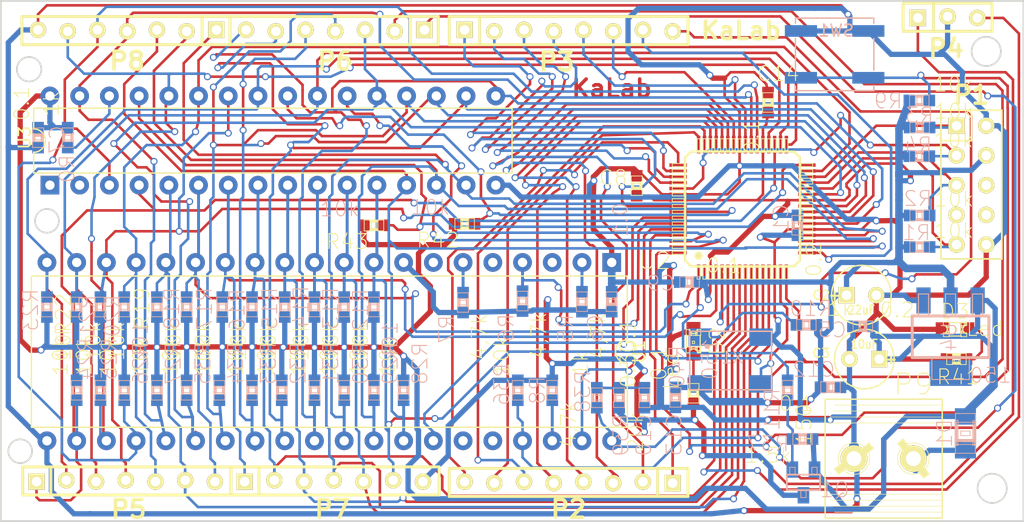
<source format=kicad_pcb>
(kicad_pcb (version 4) (host pcbnew 4.0.4-stable)
  (layers (0 F.Cu signal) (31 B.Cu signal) (34 B.Paste user) (35 F.Paste user) (36 B.SilkS user) (37 F.SilkS user) (38 B.Mask user) (39 F.Mask user) (44 Edge.Cuts user))
  (net 0 "")
  (net 1 /A6)
  (net 2 +3V3)
  (net 3 /A5)
  (net 4 /P15)
  (net 5 /TX)
  (net 6 /A4)
  (net 7 /A3)
  (net 8 /A2)
  (net 9 /A1)
  (net 10 /A7)
  (net 11 /RX)
  (net 12 /A0)
  (net 13 GND)
  (net 14 /CLK)
  (net 15 /CPUCLK)
  (net 16 /P14)
  (net 17 /D0)
  (net 18 /D1)
  (net 19 /D2)
  (net 20 /D3)
  (net 21 /D4)
  (net 22 /D5)
  (net 23 /D6)
  (net 24 /D7)
  (net 25 /TDI)
  (net 26 /TMS)
  (net 27 /TCK)
  (net 28 /A8)
  (net 29 /A9)
  (net 30 /A10)
  (net 31 /A11)
  (net 32 /A12)
  (net 33 /A13)
  (net 34 /A14)
  (net 35 /A15)
  (net 36 /P12)
  (net 37 /P13)
  (net 38 /P1)
  (net 39 /P2)
  (net 40 /P3)
  (net 41 /P4)
  (net 42 /P5)
  (net 43 /P6)
  (net 44 /P7)
  (net 45 /P8)
  (net 46 /P9)
  (net 47 /P10)
  (net 48 /TDO)
  (net 49 /RD)
  (net 50 /WR)
  (net 51 /RST)
  (net 52 /Phi2)
  (net 53 /WE)
  (net 54 /CS)
  (net 55 /RESET)
  (net 56 "Net-(R0-Pad1)")
  (net 57 "Net-(R5-Pad1)")
  (net 58 "Net-(R7-Pad1)")
  (net 59 "Net-(R8-Pad2)")
  (net 60 "Net-(R10-Pad1)")
  (net 61 "Net-(D1-Pad2)")
  (net 62 "Net-(C10-Pad2)")
  (net 63 /P0/SDA)
  (net 64 /P11/SCL)
  (net 65 /IRQ)
  (net 66 /PWRON)
  (net 67 "Net-(P1-Pad6)")
  (net 68 "Net-(P1-Pad7)")
  (net 69 "Net-(P1-Pad8)")
  (net 70 "Net-(Q1-Pad1)")
  (net 71 "Net-(U1-Pad3)")
  (net 72 "Net-(U1-Pad5)")
  (net 73 "Net-(U1-Pad7)")
  (net 74 "Net-(U1-Pad35)")
  (net 75 "Net-(U1-Pad36)")
  (net 76 /+5.5V)
  (net 77 "Net-(D2-Pad2)")
  (net 78 "Net-(D3-Pad2)")
  (net 79 /VCC)
  (module Housings_DIP:DIP-32_W7.62mm (layer F.Cu) (at 83.82 112.014 90)
    (fp_text reference U3 (at 4.064 -2.159 90) (layer F.SilkS))
    (fp_text value W24512AK)
    (pad 1 thru_hole rect (at 0 0 90) (size 1.6 1.6) (drill 0.8) (layers *.Cu *.Mask))
    (pad 17 thru_hole oval (at 7.62 38.1 90) (size 1.6 1.6) (drill 0.8) (layers *.Cu *.Mask) (net 20 /D3))
    (pad 2 thru_hole oval (at 0 2.54 90) (size 1.6 1.6) (drill 0.8) (layers *.Cu *.Mask))
    (pad 18 thru_hole oval (at 7.62 35.56 90) (size 1.6 1.6) (drill 0.8) (layers *.Cu *.Mask) (net 21 /D4))
    (pad 3 thru_hole oval (at 0 5.08 90) (size 1.6 1.6) (drill 0.8) (layers *.Cu *.Mask) (net 34 /A14))
    (pad 19 thru_hole oval (at 7.62 33.02 90) (size 1.6 1.6) (drill 0.8) (layers *.Cu *.Mask) (net 22 /D5))
    (pad 4 thru_hole oval (at 0 7.62 90) (size 1.6 1.6) (drill 0.8) (layers *.Cu *.Mask) (net 32 /A12))
    (pad 20 thru_hole oval (at 7.62 30.48 90) (size 1.6 1.6) (drill 0.8) (layers *.Cu *.Mask) (net 23 /D6))
    (pad 5 thru_hole oval (at 0 10.16 90) (size 1.6 1.6) (drill 0.8) (layers *.Cu *.Mask) (net 10 /A7))
    (pad 21 thru_hole oval (at 7.62 27.94 90) (size 1.6 1.6) (drill 0.8) (layers *.Cu *.Mask) (net 24 /D7))
    (pad 6 thru_hole oval (at 0 12.7 90) (size 1.6 1.6) (drill 0.8) (layers *.Cu *.Mask) (net 1 /A6))
    (pad 22 thru_hole oval (at 7.62 25.4 90) (size 1.6 1.6) (drill 0.8) (layers *.Cu *.Mask) (net 54 /CS))
    (pad 7 thru_hole oval (at 0 15.24 90) (size 1.6 1.6) (drill 0.8) (layers *.Cu *.Mask) (net 3 /A5))
    (pad 23 thru_hole oval (at 7.62 22.86 90) (size 1.6 1.6) (drill 0.8) (layers *.Cu *.Mask) (net 30 /A10))
    (pad 8 thru_hole oval (at 0 17.78 90) (size 1.6 1.6) (drill 0.8) (layers *.Cu *.Mask) (net 6 /A4))
    (pad 24 thru_hole oval (at 7.62 20.32 90) (size 1.6 1.6) (drill 0.8) (layers *.Cu *.Mask) (net 49 /RD))
    (pad 9 thru_hole oval (at 0 20.32 90) (size 1.6 1.6) (drill 0.8) (layers *.Cu *.Mask) (net 7 /A3))
    (pad 25 thru_hole oval (at 7.62 17.78 90) (size 1.6 1.6) (drill 0.8) (layers *.Cu *.Mask) (net 31 /A11))
    (pad 10 thru_hole oval (at 0 22.86 90) (size 1.6 1.6) (drill 0.8) (layers *.Cu *.Mask) (net 8 /A2))
    (pad 26 thru_hole oval (at 7.62 15.24 90) (size 1.6 1.6) (drill 0.8) (layers *.Cu *.Mask) (net 29 /A9))
    (pad 11 thru_hole oval (at 0 25.4 90) (size 1.6 1.6) (drill 0.8) (layers *.Cu *.Mask) (net 9 /A1))
    (pad 27 thru_hole oval (at 7.62 12.7 90) (size 1.6 1.6) (drill 0.8) (layers *.Cu *.Mask) (net 28 /A8))
    (pad 12 thru_hole oval (at 0 27.94 90) (size 1.6 1.6) (drill 0.8) (layers *.Cu *.Mask) (net 12 /A0))
    (pad 28 thru_hole oval (at 7.62 10.16 90) (size 1.6 1.6) (drill 0.8) (layers *.Cu *.Mask) (net 33 /A13))
    (pad 13 thru_hole oval (at 0 30.48 90) (size 1.6 1.6) (drill 0.8) (layers *.Cu *.Mask) (net 17 /D0))
    (pad 29 thru_hole oval (at 7.62 7.62 90) (size 1.6 1.6) (drill 0.8) (layers *.Cu *.Mask) (net 53 /WE))
    (pad 14 thru_hole oval (at 0 33.02 90) (size 1.6 1.6) (drill 0.8) (layers *.Cu *.Mask) (net 18 /D1))
    (pad 30 thru_hole oval (at 7.62 5.08 90) (size 1.6 1.6) (drill 0.8) (layers *.Cu *.Mask) (net 56 "Net-(R0-Pad1)"))
    (pad 15 thru_hole oval (at 0 35.56 90) (size 1.6 1.6) (drill 0.8) (layers *.Cu *.Mask) (net 19 /D2))
    (pad 31 thru_hole oval (at 7.62 2.54 90) (size 1.6 1.6) (drill 0.8) (layers *.Cu *.Mask) (net 35 /A15))
    (pad 16 thru_hole oval (at 0 38.1 90) (size 1.6 1.6) (drill 0.8) (layers *.Cu *.Mask) (net 13 GND))
    (pad 32 thru_hole oval (at 7.62 0 90) (size 1.6 1.6) (drill 0.8) (layers *.Cu *.Mask) (net 76 /+5.5V))
  )
  (module discret:C1V5 (layer F.Cu) (at 153.162 121.412)
    (fp_text reference C2 (at -3.429 0) (layer F.SilkS) (effects (font (size 0.762 0.762) (thickness 0.127))))
    (fp_text value 22uF (at 0 1.27) (layer F.SilkS) (effects (font (size 0.762 0.635) (thickness 0.127))))
    (fp_text user + (at -2.286 0) (layer F.SilkS) (effects (font (size 0.762 0.762) (thickness 0.2032))))
    (pad 1 thru_hole rect (at -1.27 0) (size 1.397 1.397) (drill 0.8128) (layers *.Cu *.Mask F.SilkS) (net 2 +3V3))
    (pad 2 thru_hole circle (at 1.27 0) (size 1.397 1.397) (drill 0.8128) (layers *.Cu *.Mask F.SilkS) (net 13 GND))
  )
  (module discret:C1V5 (layer F.Cu) (at 153.416 126.873 180)
    (fp_text reference C3 (at 3.683 0.508 180) (layer F.SilkS) (effects (font (size 0.762 0.762) (thickness 0.127))))
    (fp_text value 10uF (at 0 1.27 180) (layer F.SilkS) (effects (font (size 0.762 0.635) (thickness 0.127))))
    (fp_text user + (at -2.286 0 180) (layer F.SilkS) (effects (font (size 0.762 0.762) (thickness 0.2032))))
    (pad 1 thru_hole rect (at -1.27 0 180) (size 1.397 1.397) (drill 0.8128) (layers *.Cu *.Mask F.SilkS) (net 76 /+5.5V))
    (pad 2 thru_hole circle (at 1.27 0 180) (size 1.397 1.397) (drill 0.8128) (layers *.Cu *.Mask F.SilkS) (net 13 GND))
  )
  (module Footprints:CONN_2x5 (layer F.Cu) (at 162.56 112.014 180)
    (fp_text reference P1 (at 0 7.7 180) (layer F.SilkS) (effects (font (thickness 0.3048))))
    (fp_text value CONN_02X05 hide)
    (pad 1 thru_hole rect (at 1.27 5.08 180) (size 1.397 1.397) (drill 0.8128) (layers *.Cu *.Mask F.SilkS) (net 27 /TCK))
    (pad 2 thru_hole circle (at -1.27 5.08 180) (size 1.397 1.397) (drill 0.8128) (layers *.Cu *.Mask F.SilkS) (net 13 GND))
    (pad 3 thru_hole circle (at 1.27 2.54 180) (size 1.397 1.397) (drill 0.8128) (layers *.Cu *.Mask F.SilkS) (net 48 /TDO))
    (pad 4 thru_hole circle (at -1.27 2.54 180) (size 1.397 1.397) (drill 0.8128) (layers *.Cu *.Mask F.SilkS) (net 2 +3V3))
    (pad 5 thru_hole circle (at 1.27 0 180) (size 1.397 1.397) (drill 0.8128) (layers *.Cu *.Mask F.SilkS) (net 26 /TMS))
    (pad 6 thru_hole circle (at -1.27 0 180) (size 1.397 1.397) (drill 0.8128) (layers *.Cu *.Mask F.SilkS) (net 67 "Net-(P1-Pad6)"))
    (pad 7 thru_hole circle (at 1.27 -2.54 180) (size 1.397 1.397) (drill 0.8128) (layers *.Cu *.Mask F.SilkS) (net 68 "Net-(P1-Pad7)"))
    (pad 8 thru_hole circle (at -1.27 -2.54 180) (size 1.397 1.397) (drill 0.8128) (layers *.Cu *.Mask F.SilkS) (net 69 "Net-(P1-Pad8)"))
    (pad 9 thru_hole circle (at 1.27 -5.08 180) (size 1.397 1.397) (drill 0.8128) (layers *.Cu *.Mask F.SilkS) (net 25 /TDI))
    (pad 10 thru_hole circle (at -1.27 -5.08 180) (size 1.397 1.397) (drill 0.8128) (layers *.Cu *.Mask F.SilkS) (net 13 GND))
  )
  (module connect:connect-CLAMP-02 (layer F.Cu) (at 155.067 135.382)
    (fp_text reference P9 (at 2.54 -6.35) (layer F.SilkS) (effects (font (size 1.778 1.778) (thickness 0.0889))))
    (fp_text value CONN_01X02)
    (pad 1 thru_hole circle (at -2.54 0) (size 2.286 4.572) (drill 1.27) (layers *.Cu F.Paste F.SilkS F.Mask) (net 13 GND))
    (pad 2 thru_hole circle (at 2.54 0) (size 2.286 4.572) (drill 1.27) (layers *.Cu F.Paste F.SilkS F.Mask) (net 61 "Net-(D1-Pad2)"))
  )
  (module Footprints:CONN_1x8 (layer F.Cu) (at 128.143 137.414)
    (fp_text reference P2 (at 0 2.286) (layer F.SilkS) (effects (font (thickness 0.3048))))
    (fp_text value CONN_01X08 hide)
    (pad 4 thru_hole circle (at 1.27 -0.06096) (size 1.397 1.397) (drill 0.8128) (layers *.Cu *.Mask F.SilkS) (net 40 /P3))
    (pad 5 thru_hole circle (at -1.27 0.06096) (size 1.397 1.397) (drill 0.8128) (layers *.Cu *.Mask F.SilkS) (net 41 /P4))
    (pad 3 thru_hole circle (at 3.81 0.06096) (size 1.397 1.397) (drill 0.8128) (layers *.Cu *.Mask F.SilkS) (net 39 /P2))
    (pad 6 thru_hole circle (at -3.81 -0.06096) (size 1.397 1.397) (drill 0.8128) (layers *.Cu *.Mask F.SilkS) (net 42 /P5))
    (pad 2 thru_hole circle (at 6.35 -0.06096) (size 1.397 1.397) (drill 0.8128) (layers *.Cu *.Mask F.SilkS) (net 38 /P1))
    (pad 7 thru_hole circle (at -6.35 0.06096) (size 1.397 1.397) (drill 0.8128) (layers *.Cu *.Mask F.SilkS) (net 43 /P6))
    (pad 1 thru_hole rect (at 8.89 0.06096) (size 1.397 1.397) (drill 0.8128) (layers *.Cu *.Mask F.SilkS) (net 63 /P0/SDA))
    (pad 8 thru_hole circle (at -8.89 -0.06096) (size 1.397 1.397) (drill 0.8128) (layers *.Cu *.Mask F.SilkS) (net 44 /P7))
  )
  (module Footprints:CONN_1x8 (layer F.Cu) (at 128.143 98.806 180)
    (fp_text reference P3 (at 1.016 -2.667 180) (layer F.SilkS) (effects (font (thickness 0.3048))))
    (fp_text value CONN_01X08 hide)
    (pad 4 thru_hole circle (at 1.27 -0.06096 180) (size 1.397 1.397) (drill 0.8128) (layers *.Cu *.Mask F.SilkS) (net 64 /P11/SCL))
    (pad 5 thru_hole circle (at -1.27 0.06096 180) (size 1.397 1.397) (drill 0.8128) (layers *.Cu *.Mask F.SilkS) (net 36 /P12))
    (pad 3 thru_hole circle (at 3.81 0.06096 180) (size 1.397 1.397) (drill 0.8128) (layers *.Cu *.Mask F.SilkS) (net 47 /P10))
    (pad 6 thru_hole circle (at -3.81 -0.06096 180) (size 1.397 1.397) (drill 0.8128) (layers *.Cu *.Mask F.SilkS) (net 37 /P13))
    (pad 2 thru_hole circle (at 6.35 -0.06096 180) (size 1.397 1.397) (drill 0.8128) (layers *.Cu *.Mask F.SilkS) (net 46 /P9))
    (pad 7 thru_hole circle (at -6.35 0.06096 180) (size 1.397 1.397) (drill 0.8128) (layers *.Cu *.Mask F.SilkS) (net 16 /P14))
    (pad 1 thru_hole rect (at 8.89 0.06096 180) (size 1.397 1.397) (drill 0.8128) (layers *.Cu *.Mask F.SilkS) (net 45 /P8))
    (pad 8 thru_hole circle (at -8.89 -0.06096 180) (size 1.397 1.397) (drill 0.8128) (layers *.Cu *.Mask F.SilkS) (net 4 /P15))
  )
  (module Footprints:CONN_1x3 (layer F.Cu) (at 160.528 97.663 180)
    (fp_text reference P4 (at 0.127 -2.667 180) (layer F.SilkS) (effects (font (thickness 0.3048))))
    (fp_text value CONN_01X03 hide)
    (pad 1 thru_hole rect (at 2.54 -0.06096 180) (size 1.397 1.397) (drill 0.8128) (layers *.Cu *.Mask F.SilkS) (net 11 /RX))
    (pad 2 thru_hole circle (at 0 0.06096 180) (size 1.397 1.397) (drill 0.8128) (layers *.Cu *.Mask F.SilkS) (net 13 GND))
    (pad 3 thru_hole circle (at -2.54 -0.06096 180) (size 1.397 1.397) (drill 0.8128) (layers *.Cu *.Mask F.SilkS) (net 5 /TX))
  )
  (module Footprints:CONN_1x7 (layer F.Cu) (at 90.297 137.287 180)
    (fp_text reference P5 (at -0.254 -2.413 180) (layer F.SilkS) (effects (font (thickness 0.3048))))
    (fp_text value CONN_01X07 hide)
    (pad 2 thru_hole circle (at 5.08 0.06096 180) (size 1.397 1.397) (drill 0.8128) (layers *.Cu *.Mask F.SilkS) (net 31 /A11))
    (pad 3 thru_hole circle (at 2.54 -0.06096 180) (size 1.397 1.397) (drill 0.8128) (layers *.Cu *.Mask F.SilkS) (net 30 /A10))
    (pad 4 thru_hole circle (at 0 0.06096 180) (size 1.397 1.397) (drill 0.8128) (layers *.Cu *.Mask F.SilkS) (net 29 /A9))
    (pad 5 thru_hole circle (at -2.54 -0.06096 180) (size 1.397 1.397) (drill 0.8128) (layers *.Cu *.Mask F.SilkS) (net 28 /A8))
    (pad 6 thru_hole circle (at -5.08 0.06096 180) (size 1.397 1.397) (drill 0.8128) (layers *.Cu *.Mask F.SilkS) (net 10 /A7))
    (pad 1 thru_hole rect (at 7.62 -0.06096 180) (size 1.397 1.397) (drill 0.8128) (layers *.Cu *.Mask F.SilkS) (net 32 /A12))
    (pad 7 thru_hole circle (at -7.62 -0.06096 180) (size 1.397 1.397) (drill 0.8128) (layers *.Cu *.Mask F.SilkS) (net 1 /A6))
  )
  (module Footprints:CONN_1x7 (layer F.Cu) (at 108.204 98.806)
    (fp_text reference P6 (at 0 2.6) (layer F.SilkS) (effects (font (thickness 0.3048))))
    (fp_text value CONN_01X07 hide)
    (pad 2 thru_hole circle (at 5.08 0.06096) (size 1.397 1.397) (drill 0.8128) (layers *.Cu *.Mask F.SilkS) (net 15 /CPUCLK))
    (pad 3 thru_hole circle (at 2.54 -0.06096) (size 1.397 1.397) (drill 0.8128) (layers *.Cu *.Mask F.SilkS) (net 24 /D7))
    (pad 4 thru_hole circle (at 0 0.06096) (size 1.397 1.397) (drill 0.8128) (layers *.Cu *.Mask F.SilkS) (net 23 /D6))
    (pad 5 thru_hole circle (at -2.54 -0.06096) (size 1.397 1.397) (drill 0.8128) (layers *.Cu *.Mask F.SilkS) (net 22 /D5))
    (pad 6 thru_hole circle (at -5.08 0.06096) (size 1.397 1.397) (drill 0.8128) (layers *.Cu *.Mask F.SilkS) (net 21 /D4))
    (pad 1 thru_hole rect (at 7.62 -0.06096) (size 1.397 1.397) (drill 0.8128) (layers *.Cu *.Mask F.SilkS) (net 51 /RST))
    (pad 7 thru_hole circle (at -7.62 -0.06096) (size 1.397 1.397) (drill 0.8128) (layers *.Cu *.Mask F.SilkS) (net 20 /D3))
  )
  (module Footprints:CONN_1x7 (layer F.Cu) (at 108.077 137.287 180)
    (fp_text reference P7 (at 0.127 -2.413 180) (layer F.SilkS) (effects (font (thickness 0.3048))))
    (fp_text value CONN_01X07 hide)
    (pad 2 thru_hole circle (at 5.08 0.06096 180) (size 1.397 1.397) (drill 0.8128) (layers *.Cu *.Mask F.SilkS) (net 6 /A4))
    (pad 3 thru_hole circle (at 2.54 -0.06096 180) (size 1.397 1.397) (drill 0.8128) (layers *.Cu *.Mask F.SilkS) (net 7 /A3))
    (pad 4 thru_hole circle (at 0 0.06096 180) (size 1.397 1.397) (drill 0.8128) (layers *.Cu *.Mask F.SilkS) (net 8 /A2))
    (pad 5 thru_hole circle (at -2.54 -0.06096 180) (size 1.397 1.397) (drill 0.8128) (layers *.Cu *.Mask F.SilkS) (net 9 /A1))
    (pad 6 thru_hole circle (at -5.08 0.06096 180) (size 1.397 1.397) (drill 0.8128) (layers *.Cu *.Mask F.SilkS) (net 12 /A0))
    (pad 1 thru_hole rect (at 7.62 -0.06096 180) (size 1.397 1.397) (drill 0.8128) (layers *.Cu *.Mask F.SilkS) (net 3 /A5))
    (pad 7 thru_hole circle (at -7.62 -0.06096 180) (size 1.397 1.397) (drill 0.8128) (layers *.Cu *.Mask F.SilkS) (net 79 /VCC))
  )
  (module Footprints:CONN_1x7 (layer F.Cu) (at 90.424 98.806)
    (fp_text reference P8 (at 0 2.6) (layer F.SilkS) (effects (font (thickness 0.3048))))
    (fp_text value CONN_01X07 hide)
    (pad 2 thru_hole circle (at 5.08 0.06096) (size 1.397 1.397) (drill 0.8128) (layers *.Cu *.Mask F.SilkS) (net 18 /D1))
    (pad 3 thru_hole circle (at 2.54 -0.06096) (size 1.397 1.397) (drill 0.8128) (layers *.Cu *.Mask F.SilkS) (net 17 /D0))
    (pad 4 thru_hole circle (at 0 0.06096) (size 1.397 1.397) (drill 0.8128) (layers *.Cu *.Mask F.SilkS) (net 35 /A15))
    (pad 5 thru_hole circle (at -2.54 -0.06096) (size 1.397 1.397) (drill 0.8128) (layers *.Cu *.Mask F.SilkS) (net 34 /A14))
    (pad 6 thru_hole circle (at -5.08 0.06096) (size 1.397 1.397) (drill 0.8128) (layers *.Cu *.Mask F.SilkS) (net 33 /A13))
    (pad 1 thru_hole rect (at 7.62 -0.06096) (size 1.397 1.397) (drill 0.8128) (layers *.Cu *.Mask F.SilkS) (net 19 /D2))
    (pad 7 thru_hole circle (at -7.62 -0.06096) (size 1.397 1.397) (drill 0.8128) (layers *.Cu *.Mask F.SilkS) (net 13 GND))
  )
  (module transistor:transistor-SOT23 (layer B.Cu) (at 148.209 137.414)
    (fp_text reference Q1 (at 2.667 0.635) (layer B.SilkS) (effects (font (size 1.27 1.27) (thickness 0.0889)) (justify mirror)))
    (fp_text value IRLML6401)
    (pad 1 smd rect (at -0.94996 -1.09982) (size 0.99822 1.39954) (layers B.Cu B.Paste B.Mask) (net 70 "Net-(Q1-Pad1)"))
    (pad 2 smd rect (at 0.94996 -1.09982) (size 0.99822 1.39954) (layers B.Cu B.Paste B.Mask) (net 76 /+5.5V))
    (pad 3 smd rect (at 0 1.09982) (size 0.99822 1.39954) (layers B.Cu B.Paste B.Mask) (net 79 /VCC))
  )
  (module m-pad-2.1:m-pad-2.1-0603 (layer B.Cu) (at 85.344 107.95 90)
    (fp_text reference R0 (at -2.667 -0.0508 90) (layer B.SilkS) (effects (font (size 1.27 1.27) (thickness 0.0889)) (justify mirror)))
    (fp_text value 1k (at 2.921 -1.397 90) (layer F.SilkS) (effects (font (size 1.27 1.27) (thickness 0.0889))))
    (pad 1 smd rect (at -0.84836 0 90) (size 0.99822 0.99822) (layers B.Cu B.Paste B.Mask) (net 56 "Net-(R0-Pad1)"))
    (pad 2 smd rect (at 0.84836 0 90) (size 0.99822 0.99822) (layers B.Cu B.Paste B.Mask) (net 76 /+5.5V))
  )
  (module m-pad-2.1:m-pad-2.1-0603 (layer B.Cu) (at 158.1404 117.2972)
    (fp_text reference R1 (at -0.2794 -1.2192) (layer B.SilkS) (effects (font (size 1.27 1.27) (thickness 0.0889)) (justify mirror)))
    (fp_text value 10k (at 2.921 -1.397) (layer F.SilkS) (effects (font (size 1.27 1.27) (thickness 0.0889))))
    (pad 1 smd rect (at -0.84836 0) (size 0.99822 0.99822) (layers B.Cu B.Paste B.Mask) (net 2 +3V3))
    (pad 2 smd rect (at 0.84836 0) (size 0.99822 0.99822) (layers B.Cu B.Paste B.Mask) (net 25 /TDI))
  )
  (module m-pad-2.1:m-pad-2.1-0603 (layer B.Cu) (at 158.1404 114.6048)
    (fp_text reference R2 (at -0.1524 -1.4478) (layer B.SilkS) (effects (font (size 1.27 1.27) (thickness 0.0889)) (justify mirror)))
    (fp_text value 10k (at 2.921 -1.397) (layer F.SilkS) (effects (font (size 1.27 1.27) (thickness 0.0889))))
    (pad 1 smd rect (at -0.84836 0) (size 0.99822 0.99822) (layers B.Cu B.Paste B.Mask) (net 2 +3V3))
    (pad 2 smd rect (at 0.84836 0) (size 0.99822 0.99822) (layers B.Cu B.Paste B.Mask) (net 26 /TMS))
  )
  (module m-pad-2.1:m-pad-2.1-0603 (layer B.Cu) (at 158.1404 107.0864)
    (fp_text reference R3 (at -0.0254 -1.0414) (layer B.SilkS) (effects (font (size 1.27 1.27) (thickness 0.0889)) (justify mirror)))
    (fp_text value 10k (at 2.921 -1.397) (layer F.SilkS) (effects (font (size 1.27 1.27) (thickness 0.0889))))
    (pad 1 smd rect (at -0.84836 0) (size 0.99822 0.99822) (layers B.Cu B.Paste B.Mask) (net 2 +3V3))
    (pad 2 smd rect (at 0.84836 0) (size 0.99822 0.99822) (layers B.Cu B.Paste B.Mask) (net 27 /TCK))
  )
  (module m-pad-2.1:m-pad-2.1-0603 (layer B.Cu) (at 158.115 109.5375)
    (fp_text reference R4 (at -0.127 -0.9525) (layer B.SilkS) (effects (font (size 1.27 1.27) (thickness 0.0889)) (justify mirror)))
    (fp_text value 10k (at 2.921 -1.397) (layer F.SilkS) (effects (font (size 1.27 1.27) (thickness 0.0889))))
    (pad 1 smd rect (at -0.84836 0) (size 0.99822 0.99822) (layers B.Cu B.Paste B.Mask) (net 2 +3V3))
    (pad 2 smd rect (at 0.84836 0) (size 0.99822 0.99822) (layers B.Cu B.Paste B.Mask) (net 48 /TDO))
  )
  (module m-pad-2.1:m-pad-2.1-0603 (layer B.Cu) (at 129.286 121.9708 270)
    (fp_text reference R5 (at 2.286 1.397 270) (layer B.SilkS) (effects (font (size 1.27 1.27) (thickness 0.0889)) (justify mirror)))
    (fp_text value 4,7k (at 2.921 -1.397 270) (layer F.SilkS) (effects (font (size 1.27 1.27) (thickness 0.0889))))
    (pad 1 smd rect (at -0.84836 0 270) (size 0.99822 0.99822) (layers B.Cu B.Paste B.Mask) (net 57 "Net-(R5-Pad1)"))
    (pad 2 smd rect (at 0.84836 0 270) (size 0.99822 0.99822) (layers B.Cu B.Paste B.Mask) (net 79 /VCC))
  )
  (module m-pad-2.1:m-pad-2.1-0603 (layer B.Cu) (at 124.206 121.92 270)
    (fp_text reference R6 (at 2.286 1.397 270) (layer B.SilkS) (effects (font (size 1.27 1.27) (thickness 0.0889)) (justify mirror)))
    (fp_text value 4,7k (at 2.921 -1.397 270) (layer F.SilkS) (effects (font (size 1.27 1.27) (thickness 0.0889))))
    (pad 1 smd rect (at -0.84836 0 270) (size 0.99822 0.99822) (layers B.Cu B.Paste B.Mask) (net 65 /IRQ))
    (pad 2 smd rect (at 0.84836 0 270) (size 0.99822 0.99822) (layers B.Cu B.Paste B.Mask) (net 79 /VCC))
  )
  (module m-pad-2.1:m-pad-2.1-0603 (layer B.Cu) (at 119.126 122.047 270)
    (fp_text reference R7 (at 2.286 1.397 270) (layer B.SilkS) (effects (font (size 1.27 1.27) (thickness 0.0889)) (justify mirror)))
    (fp_text value 4,7k (at 2.921 -1.397 270) (layer F.SilkS) (effects (font (size 1.27 1.27) (thickness 0.0889))))
    (pad 1 smd rect (at -0.84836 0 270) (size 0.99822 0.99822) (layers B.Cu B.Paste B.Mask) (net 58 "Net-(R7-Pad1)"))
    (pad 2 smd rect (at 0.84836 0 270) (size 0.99822 0.99822) (layers B.Cu B.Paste B.Mask) (net 79 /VCC))
  )
  (module m-pad-2.1:m-pad-2.1-0603 (layer B.Cu) (at 126.746 129.54 270)
    (fp_text reference R8 (at 0 1.27 270) (layer B.SilkS) (effects (font (size 1.27 1.27) (thickness 0.0889)) (justify mirror)))
    (fp_text value 4,7k (at 2.921 -1.397 270) (layer F.SilkS) (effects (font (size 1.27 1.27) (thickness 0.0889))))
    (pad 1 smd rect (at -0.84836 0 270) (size 0.99822 0.99822) (layers B.Cu B.Paste B.Mask) (net 79 /VCC))
    (pad 2 smd rect (at 0.84836 0 270) (size 0.99822 0.99822) (layers B.Cu B.Paste B.Mask) (net 59 "Net-(R8-Pad2)"))
  )
  (module m-pad-2.1:m-pad-2.1-0603 (layer B.Cu) (at 158.115 104.775)
    (fp_text reference R9 (at -2.667 0.0508) (layer B.SilkS) (effects (font (size 1.27 1.27) (thickness 0.0889)) (justify mirror)))
    (fp_text value 10k (at 2.921 -1.397) (layer F.SilkS) (effects (font (size 1.27 1.27) (thickness 0.0889))))
    (pad 1 smd rect (at -0.84836 0) (size 0.99822 0.99822) (layers B.Cu B.Paste B.Mask) (net 2 +3V3))
    (pad 2 smd rect (at 0.84836 0) (size 0.99822 0.99822) (layers B.Cu B.Paste B.Mask) (net 55 /RESET))
  )
  (module m-pad-2.1:m-pad-2.1-0603 (layer B.Cu) (at 148.463 123.952)
    (fp_text reference R10 (at 0.381 -1.397) (layer B.SilkS) (effects (font (size 1.27 1.27) (thickness 0.0889)) (justify mirror)))
    (fp_text value 1k (at 2.921 -1.397) (layer F.SilkS) (effects (font (size 1.27 1.27) (thickness 0.0889))))
    (pad 1 smd rect (at -0.84836 0) (size 0.99822 0.99822) (layers B.Cu B.Paste B.Mask) (net 60 "Net-(R10-Pad1)"))
    (pad 2 smd rect (at 0.84836 0) (size 0.99822 0.99822) (layers B.Cu B.Paste B.Mask) (net 2 +3V3))
  )
  (module m-pad-2.1:m-pad-2.1-0603 (layer B.Cu) (at 146.8628 129.54 270)
    (fp_text reference R11 (at 1.651 1.3208 270) (layer B.SilkS) (effects (font (size 1.27 1.27) (thickness 0.0889)) (justify mirror)))
    (fp_text value 150 (at 2.921 -1.397 270) (layer F.SilkS) (effects (font (size 1.27 1.27) (thickness 0.0889))))
    (pad 1 smd rect (at -0.84836 0 270) (size 0.99822 0.99822) (layers B.Cu B.Paste B.Mask) (net 66 /PWRON))
    (pad 2 smd rect (at 0.84836 0 270) (size 0.99822 0.99822) (layers B.Cu B.Paste B.Mask) (net 70 "Net-(Q1-Pad1)"))
  )
  (module m-pad-2.1:m-pad-2.1-0603 (layer B.Cu) (at 111.506 122.428 270)
    (fp_text reference R12 (at 0.254 1.143 270) (layer B.SilkS) (effects (font (size 1.27 1.27) (thickness 0.0889)) (justify mirror)))
    (fp_text value 10k (at 2.921 -1.397 270) (layer B.SilkS) (effects (font (size 1.27 1.27) (thickness 0.0889)) (justify mirror)))
    (pad 1 smd rect (at -0.84836 0 270) (size 0.99822 0.99822) (layers B.Cu B.Paste B.Mask) (net 12 /A0))
    (pad 2 smd rect (at 0.84836 0 270) (size 0.99822 0.99822) (layers B.Cu B.Paste B.Mask) (net 76 /+5.5V))
  )
  (module m-pad-2.1:m-pad-2.1-0603 (layer B.Cu) (at 108.966 122.428 270)
    (fp_text reference R13 (at 0.127 1.143 270) (layer B.SilkS) (effects (font (size 1.27 1.27) (thickness 0.0889)) (justify mirror)))
    (fp_text value 10k (at 2.921 -1.397 270) (layer F.SilkS) (effects (font (size 1.27 1.27) (thickness 0.0889))))
    (pad 1 smd rect (at -0.84836 0 270) (size 0.99822 0.99822) (layers B.Cu B.Paste B.Mask) (net 9 /A1))
    (pad 2 smd rect (at 0.84836 0 270) (size 0.99822 0.99822) (layers B.Cu B.Paste B.Mask) (net 76 /+5.5V))
  )
  (module m-pad-2.1:m-pad-2.1-0603 (layer B.Cu) (at 106.426 122.428 270)
    (fp_text reference R14 (at 0 1.143 270) (layer B.SilkS) (effects (font (size 1.27 1.27) (thickness 0.0889)) (justify mirror)))
    (fp_text value 10k (at 2.921 -1.397 270) (layer F.SilkS) (effects (font (size 1.27 1.27) (thickness 0.0889))))
    (pad 1 smd rect (at -0.84836 0 270) (size 0.99822 0.99822) (layers B.Cu B.Paste B.Mask) (net 8 /A2))
    (pad 2 smd rect (at 0.84836 0 270) (size 0.99822 0.99822) (layers B.Cu B.Paste B.Mask) (net 76 /+5.5V))
  )
  (module m-pad-2.1:m-pad-2.1-0603 (layer B.Cu) (at 103.886 122.428 270)
    (fp_text reference R15 (at 0.127 1.27 270) (layer B.SilkS) (effects (font (size 1.27 1.27) (thickness 0.0889)) (justify mirror)))
    (fp_text value 10k (at 2.921 -1.397 270) (layer F.SilkS) (effects (font (size 1.27 1.27) (thickness 0.0889))))
    (pad 1 smd rect (at -0.84836 0 270) (size 0.99822 0.99822) (layers B.Cu B.Paste B.Mask) (net 7 /A3))
    (pad 2 smd rect (at 0.84836 0 270) (size 0.99822 0.99822) (layers B.Cu B.Paste B.Mask) (net 76 /+5.5V))
  )
  (module m-pad-2.1:m-pad-2.1-0603 (layer B.Cu) (at 101.092 122.428 270)
    (fp_text reference R16 (at 0.254 1.27 270) (layer B.SilkS) (effects (font (size 1.27 1.27) (thickness 0.0889)) (justify mirror)))
    (fp_text value 10k (at 2.921 -1.397 270) (layer F.SilkS) (effects (font (size 1.27 1.27) (thickness 0.0889))))
    (pad 1 smd rect (at -0.84836 0 270) (size 0.99822 0.99822) (layers B.Cu B.Paste B.Mask) (net 6 /A4))
    (pad 2 smd rect (at 0.84836 0 270) (size 0.99822 0.99822) (layers B.Cu B.Paste B.Mask) (net 76 /+5.5V))
  )
  (module m-pad-2.1:m-pad-2.1-0603 (layer B.Cu) (at 98.552 122.428 270)
    (fp_text reference R17 (at 0.127 1.524 270) (layer B.SilkS) (effects (font (size 1.27 1.27) (thickness 0.0889)) (justify mirror)))
    (fp_text value 10k (at 2.921 -1.397 270) (layer F.SilkS) (effects (font (size 1.27 1.27) (thickness 0.0889))))
    (pad 1 smd rect (at -0.84836 0 270) (size 0.99822 0.99822) (layers B.Cu B.Paste B.Mask) (net 3 /A5))
    (pad 2 smd rect (at 0.84836 0 270) (size 0.99822 0.99822) (layers B.Cu B.Paste B.Mask) (net 76 /+5.5V))
  )
  (module m-pad-2.1:m-pad-2.1-0603 (layer B.Cu) (at 95.504 122.428 270)
    (fp_text reference R18 (at 0.127 1.27 270) (layer B.SilkS) (effects (font (size 1.27 1.27) (thickness 0.0889)) (justify mirror)))
    (fp_text value 10k (at 2.921 -1.397 270) (layer F.SilkS) (effects (font (size 1.27 1.27) (thickness 0.0889))))
    (pad 1 smd rect (at -0.84836 0 270) (size 0.99822 0.99822) (layers B.Cu B.Paste B.Mask) (net 1 /A6))
    (pad 2 smd rect (at 0.84836 0 270) (size 0.99822 0.99822) (layers B.Cu B.Paste B.Mask) (net 76 /+5.5V))
  )
  (module m-pad-2.1:m-pad-2.1-0603 (layer B.Cu) (at 92.964 122.428 270)
    (fp_text reference R19 (at 0.127 1.27 270) (layer F.SilkS) (effects (font (size 1.27 1.27) (thickness 0.0889))))
    (fp_text value 10k (at 2.921 -1.397 270) (layer F.SilkS) (effects (font (size 1.27 1.27) (thickness 0.0889))))
    (pad 1 smd rect (at -0.84836 0 270) (size 0.99822 0.99822) (layers B.Cu B.Paste B.Mask) (net 10 /A7))
    (pad 2 smd rect (at 0.84836 0 270) (size 0.99822 0.99822) (layers B.Cu B.Paste B.Mask) (net 76 /+5.5V))
  )
  (module m-pad-2.1:m-pad-2.1-0603 (layer B.Cu) (at 90.17 122.428 270)
    (fp_text reference R20 (at 0.762 1.016 270) (layer B.SilkS) (effects (font (size 1.27 1.27) (thickness 0.0889)) (justify mirror)))
    (fp_text value 10k (at 2.921 -1.397 270) (layer B.SilkS) (effects (font (size 1.27 1.27) (thickness 0.0889)) (justify mirror)))
    (pad 1 smd rect (at -0.84836 0 270) (size 0.99822 0.99822) (layers B.Cu B.Paste B.Mask) (net 28 /A8))
    (pad 2 smd rect (at 0.84836 0 270) (size 0.99822 0.99822) (layers B.Cu B.Paste B.Mask) (net 76 /+5.5V))
  )
  (module m-pad-2.1:m-pad-2.1-0603 (layer B.Cu) (at 88.138 122.428 270)
    (fp_text reference R21 (at 0.762 1.143 270) (layer B.SilkS) (effects (font (size 1.27 1.27) (thickness 0.0889)) (justify mirror)))
    (fp_text value 10k (at 2.921 -1.397 270) (layer F.SilkS) (effects (font (size 1.27 1.27) (thickness 0.0889))))
    (pad 1 smd rect (at -0.84836 0 270) (size 0.99822 0.99822) (layers B.Cu B.Paste B.Mask) (net 29 /A9))
    (pad 2 smd rect (at 0.84836 0 270) (size 0.99822 0.99822) (layers B.Cu B.Paste B.Mask) (net 76 /+5.5V))
  )
  (module m-pad-2.1:m-pad-2.1-0603 (layer B.Cu) (at 86.106 122.428 270)
    (fp_text reference R22 (at 0.635 1.143 270) (layer F.SilkS) (effects (font (size 1.27 1.27) (thickness 0.0889))))
    (fp_text value 10k (at 2.921 -1.397 270) (layer F.SilkS) (effects (font (size 1.27 1.27) (thickness 0.0889))))
    (pad 1 smd rect (at -0.84836 0 270) (size 0.99822 0.99822) (layers B.Cu B.Paste B.Mask) (net 30 /A10))
    (pad 2 smd rect (at 0.84836 0 270) (size 0.99822 0.99822) (layers B.Cu B.Paste B.Mask) (net 76 /+5.5V))
  )
  (module m-pad-2.1:m-pad-2.1-0603 (layer B.Cu) (at 83.566 122.428 270)
    (fp_text reference R23 (at 0.254 1.397 270) (layer B.SilkS) (effects (font (size 1.27 1.27) (thickness 0.0889)) (justify mirror)))
    (fp_text value 10k (at 2.921 -1.397 270) (layer F.SilkS) (effects (font (size 1.27 1.27) (thickness 0.0889))))
    (pad 1 smd rect (at -0.84836 0 270) (size 0.99822 0.99822) (layers B.Cu B.Paste B.Mask) (net 31 /A11))
    (pad 2 smd rect (at 0.84836 0 270) (size 0.99822 0.99822) (layers B.Cu B.Paste B.Mask) (net 76 /+5.5V))
  )
  (module m-pad-2.1:m-pad-2.1-0603 (layer B.Cu) (at 86.106 129.54 90)
    (fp_text reference R24 (at 2.667 0.762 90) (layer B.SilkS) (effects (font (size 1.27 1.27) (thickness 0.0889)) (justify mirror)))
    (fp_text value 10k (at 2.921 -1.397 90) (layer F.SilkS) (effects (font (size 1.27 1.27) (thickness 0.0889))))
    (pad 1 smd rect (at -0.84836 0 90) (size 0.99822 0.99822) (layers B.Cu B.Paste B.Mask) (net 32 /A12))
    (pad 2 smd rect (at 0.84836 0 90) (size 0.99822 0.99822) (layers B.Cu B.Paste B.Mask) (net 76 /+5.5V))
  )
  (module m-pad-2.1:m-pad-2.1-0603 (layer B.Cu) (at 88.138 129.54 90)
    (fp_text reference R25 (at 2.667 0.762 90) (layer B.SilkS) (effects (font (size 1.27 1.27) (thickness 0.0889)) (justify mirror)))
    (fp_text value 10k (at 2.921 -1.397 90) (layer F.SilkS) (effects (font (size 1.27 1.27) (thickness 0.0889))))
    (pad 1 smd rect (at -0.84836 0 90) (size 0.99822 0.99822) (layers B.Cu B.Paste B.Mask) (net 33 /A13))
    (pad 2 smd rect (at 0.84836 0 90) (size 0.99822 0.99822) (layers B.Cu B.Paste B.Mask) (net 76 /+5.5V))
  )
  (module m-pad-2.1:m-pad-2.1-0603 (layer B.Cu) (at 90.17 129.54 90)
    (fp_text reference R26 (at 2.286 1.397 90) (layer B.SilkS) (effects (font (size 1.27 1.27) (thickness 0.0889)) (justify mirror)))
    (fp_text value 10k (at 2.921 -1.397 90) (layer F.SilkS) (effects (font (size 1.27 1.27) (thickness 0.0889))))
    (pad 1 smd rect (at -0.84836 0 90) (size 0.99822 0.99822) (layers B.Cu B.Paste B.Mask) (net 34 /A14))
    (pad 2 smd rect (at 0.84836 0 90) (size 0.99822 0.99822) (layers B.Cu B.Paste B.Mask) (net 76 /+5.5V))
  )
  (module m-pad-2.1:m-pad-2.1-0603 (layer B.Cu) (at 92.964 129.54 90)
    (fp_text reference R27 (at 2.286 1.397 90) (layer B.SilkS) (effects (font (size 1.27 1.27) (thickness 0.0889)) (justify mirror)))
    (fp_text value 10k (at 2.921 -1.397 90) (layer F.SilkS) (effects (font (size 1.27 1.27) (thickness 0.0889))))
    (pad 1 smd rect (at -0.84836 0 90) (size 0.99822 0.99822) (layers B.Cu B.Paste B.Mask) (net 35 /A15))
    (pad 2 smd rect (at 0.84836 0 90) (size 0.99822 0.99822) (layers B.Cu B.Paste B.Mask) (net 76 /+5.5V))
  )
  (module m-pad-2.1:m-pad-2.1-0603 (layer B.Cu) (at 114.046 129.54 90)
    (fp_text reference R28 (at 2.286 1.397 90) (layer B.SilkS) (effects (font (size 1.27 1.27) (thickness 0.0889)) (justify mirror)))
    (fp_text value 10k (at 2.921 -1.397 90) (layer F.SilkS) (effects (font (size 1.27 1.27) (thickness 0.0889))))
    (pad 1 smd rect (at -0.84836 0 90) (size 0.99822 0.99822) (layers B.Cu B.Paste B.Mask) (net 17 /D0))
    (pad 2 smd rect (at 0.84836 0 90) (size 0.99822 0.99822) (layers B.Cu B.Paste B.Mask) (net 76 /+5.5V))
  )
  (module m-pad-2.1:m-pad-2.1-0603 (layer B.Cu) (at 111.506 129.54 90)
    (fp_text reference R29 (at 2.286 1.397 90) (layer B.SilkS) (effects (font (size 1.27 1.27) (thickness 0.0889)) (justify mirror)))
    (fp_text value 10k (at 2.921 -1.397 90) (layer F.SilkS) (effects (font (size 1.27 1.27) (thickness 0.0889))))
    (pad 1 smd rect (at -0.84836 0 90) (size 0.99822 0.99822) (layers B.Cu B.Paste B.Mask) (net 18 /D1))
    (pad 2 smd rect (at 0.84836 0 90) (size 0.99822 0.99822) (layers B.Cu B.Paste B.Mask) (net 76 /+5.5V))
  )
  (module m-pad-2.1:m-pad-2.1-0603 (layer B.Cu) (at 108.966 129.54 90)
    (fp_text reference R30 (at 2.286 1.397 90) (layer B.SilkS) (effects (font (size 1.27 1.27) (thickness 0.0889)) (justify mirror)))
    (fp_text value 10k (at 2.921 -1.397 90) (layer F.SilkS) (effects (font (size 1.27 1.27) (thickness 0.0889))))
    (pad 1 smd rect (at -0.84836 0 90) (size 0.99822 0.99822) (layers B.Cu B.Paste B.Mask) (net 19 /D2))
    (pad 2 smd rect (at 0.84836 0 90) (size 0.99822 0.99822) (layers B.Cu B.Paste B.Mask) (net 76 /+5.5V))
  )
  (module m-pad-2.1:m-pad-2.1-0603 (layer B.Cu) (at 106.426 129.54 90)
    (fp_text reference R31 (at 2.286 1.397 90) (layer B.SilkS) (effects (font (size 1.27 1.27) (thickness 0.0889)) (justify mirror)))
    (fp_text value 10k (at 2.921 -1.397 90) (layer F.SilkS) (effects (font (size 1.27 1.27) (thickness 0.0889))))
    (pad 1 smd rect (at -0.84836 0 90) (size 0.99822 0.99822) (layers B.Cu B.Paste B.Mask) (net 20 /D3))
    (pad 2 smd rect (at 0.84836 0 90) (size 0.99822 0.99822) (layers B.Cu B.Paste B.Mask) (net 76 /+5.5V))
  )
  (module m-pad-2.1:m-pad-2.1-0603 (layer B.Cu) (at 103.632 129.54 90)
    (fp_text reference R32 (at 2.286 1.397 90) (layer B.SilkS) (effects (font (size 1.27 1.27) (thickness 0.0889)) (justify mirror)))
    (fp_text value 10k (at 2.921 -1.397 90) (layer F.SilkS) (effects (font (size 1.27 1.27) (thickness 0.0889))))
    (pad 1 smd rect (at -0.84836 0 90) (size 0.99822 0.99822) (layers B.Cu B.Paste B.Mask) (net 21 /D4))
    (pad 2 smd rect (at 0.84836 0 90) (size 0.99822 0.99822) (layers B.Cu B.Paste B.Mask) (net 76 /+5.5V))
  )
  (module m-pad-2.1:m-pad-2.1-0603 (layer B.Cu) (at 101.092 129.54 90)
    (fp_text reference R33 (at 2.286 1.397 90) (layer B.SilkS) (effects (font (size 1.27 1.27) (thickness 0.0889)) (justify mirror)))
    (fp_text value 10k (at 2.921 -1.397 90) (layer F.SilkS) (effects (font (size 1.27 1.27) (thickness 0.0889))))
    (pad 1 smd rect (at -0.84836 0 90) (size 0.99822 0.99822) (layers B.Cu B.Paste B.Mask) (net 22 /D5))
    (pad 2 smd rect (at 0.84836 0 90) (size 0.99822 0.99822) (layers B.Cu B.Paste B.Mask) (net 76 /+5.5V))
  )
  (module m-pad-2.1:m-pad-2.1-0603 (layer B.Cu) (at 98.298 129.54 90)
    (fp_text reference R34 (at 2.286 1.397 90) (layer B.SilkS) (effects (font (size 1.27 1.27) (thickness 0.0889)) (justify mirror)))
    (fp_text value 10k (at 2.921 -1.397 90) (layer F.SilkS) (effects (font (size 1.27 1.27) (thickness 0.0889))))
    (pad 1 smd rect (at -0.84836 0 90) (size 0.99822 0.99822) (layers B.Cu B.Paste B.Mask) (net 23 /D6))
    (pad 2 smd rect (at 0.84836 0 90) (size 0.99822 0.99822) (layers B.Cu B.Paste B.Mask) (net 76 /+5.5V))
  )
  (module m-pad-2.1:m-pad-2.1-0603 (layer B.Cu) (at 95.504 129.54 90)
    (fp_text reference R35 (at 2.286 1.397 90) (layer B.SilkS) (effects (font (size 1.27 1.27) (thickness 0.0889)) (justify mirror)))
    (fp_text value 10k (at 2.921 -1.397 90) (layer F.SilkS) (effects (font (size 1.27 1.27) (thickness 0.0889))))
    (pad 1 smd rect (at -0.84836 0 90) (size 0.99822 0.99822) (layers B.Cu B.Paste B.Mask) (net 24 /D7))
    (pad 2 smd rect (at 0.84836 0 90) (size 0.99822 0.99822) (layers B.Cu B.Paste B.Mask) (net 76 /+5.5V))
  )
  (module Buttons_Switches_SMD:SW_SPST_EVQP0 (layer B.Cu) (at 150.876 100.838 180)
    (fp_text reference SW1 (at -0.127 2.032 180) (layer B.SilkS) (effects (justify mirror)))
    (fp_text value SW)
    (pad 1 smd rect (at 2.88 2 180) (size 2.75 1) (layers B.Cu B.Paste B.Mask) (net 13 GND))
    (pad 1 smd rect (at -2.88 2 180) (size 2.75 1) (layers B.Cu B.Paste B.Mask) (net 13 GND))
    (pad 2 smd rect (at -2.88 -2 180) (size 2.75 1) (layers B.Cu B.Paste B.Mask) (net 55 /RESET))
    (pad 2 smd rect (at 2.88 -2 180) (size 2.75 1) (layers B.Cu B.Paste B.Mask) (net 55 /RESET))
  )
  (module XILINX:XILINX-VQ64 (layer F.Cu) (at 143.002 114.046 90)
    (fp_text reference U2 (at -4.445 -7.493 180) (layer F.SilkS) (effects (font (size 1.397 1.397) (thickness 0.0889))))
    (fp_text value XC9572xl-VQ64)
    (pad 1 smd rect (at -5.4991 -3.74904 90) (size 1.4986 0.29972) (layers F.Cu F.Paste F.Mask) (net 1 /A6))
    (pad 2 smd rect (at -5.4991 -3.24866 90) (size 1.4986 0.29972) (layers F.Cu F.Paste F.Mask) (net 66 /PWRON))
    (pad 3 smd rect (at -5.4991 -2.74828 90) (size 1.4986 0.29972) (layers F.Cu F.Paste F.Mask) (net 2 +3V3))
    (pad 4 smd rect (at -5.4991 -2.2479 90) (size 1.4986 0.29972) (layers F.Cu F.Paste F.Mask) (net 3 /A5))
    (pad 5 smd rect (at -5.4991 -1.74752 90) (size 1.4986 0.29972) (layers F.Cu F.Paste F.Mask) (net 4 /P15))
    (pad 6 smd rect (at -5.4991 -1.24968 90) (size 1.4986 0.29972) (layers F.Cu F.Paste F.Mask) (net 5 /TX))
    (pad 7 smd rect (at -5.4991 -0.7493 90) (size 1.4986 0.29972) (layers F.Cu F.Paste F.Mask) (net 6 /A4))
    (pad 8 smd rect (at -5.4991 -0.24892 90) (size 1.4986 0.29972) (layers F.Cu F.Paste F.Mask) (net 7 /A3))
    (pad 9 smd rect (at -5.4991 0.24892 90) (size 1.4986 0.29972) (layers F.Cu F.Paste F.Mask) (net 8 /A2))
    (pad 10 smd rect (at -5.4991 0.7493 90) (size 1.4986 0.29972) (layers F.Cu F.Paste F.Mask) (net 9 /A1))
    (pad 11 smd rect (at -5.4991 1.24968 90) (size 1.4986 0.29972) (layers F.Cu F.Paste F.Mask) (net 10 /A7))
    (pad 12 smd rect (at -5.4991 1.74752 90) (size 1.4986 0.29972) (layers F.Cu F.Paste F.Mask) (net 11 /RX))
    (pad 13 smd rect (at -5.4991 2.2479 90) (size 1.4986 0.29972) (layers F.Cu F.Paste F.Mask) (net 12 /A0))
    (pad 14 smd rect (at -5.4991 2.74828 90) (size 1.4986 0.29972) (layers F.Cu F.Paste F.Mask) (net 13 GND))
    (pad 15 smd rect (at -5.4991 3.24866 90) (size 1.4986 0.29972) (layers F.Cu F.Paste F.Mask) (net 14 /CLK))
    (pad 16 smd rect (at -5.4991 3.74904 90) (size 1.4986 0.29972) (layers F.Cu F.Paste F.Mask) (net 15 /CPUCLK))
    (pad 17 smd rect (at -3.74904 5.4991 90) (size 0.29972 1.4986) (layers F.Cu F.Paste F.Mask) (net 16 /P14))
    (pad 18 smd rect (at -3.24866 5.4991 90) (size 0.29972 1.4986) (layers F.Cu F.Paste F.Mask) (net 17 /D0))
    (pad 19 smd rect (at -2.74828 5.4991 90) (size 0.29972 1.4986) (layers F.Cu F.Paste F.Mask) (net 18 /D1))
    (pad 20 smd rect (at -2.2479 5.4991 90) (size 0.29972 1.4986) (layers F.Cu F.Paste F.Mask) (net 19 /D2))
    (pad 21 smd rect (at -1.74752 5.4991 90) (size 0.29972 1.4986) (layers F.Cu F.Paste F.Mask) (net 13 GND))
    (pad 22 smd rect (at -1.24968 5.4991 90) (size 0.29972 1.4986) (layers F.Cu F.Paste F.Mask) (net 20 /D3))
    (pad 23 smd rect (at -0.7493 5.4991 90) (size 0.29972 1.4986) (layers F.Cu F.Paste F.Mask) (net 21 /D4))
    (pad 24 smd rect (at -0.24892 5.4991 90) (size 0.29972 1.4986) (layers F.Cu F.Paste F.Mask) (net 22 /D5))
    (pad 25 smd rect (at 0.24892 5.4991 90) (size 0.29972 1.4986) (layers F.Cu F.Paste F.Mask) (net 23 /D6))
    (pad 26 smd rect (at 0.7493 5.4991 90) (size 0.29972 1.4986) (layers F.Cu F.Paste F.Mask) (net 2 +3V3))
    (pad 27 smd rect (at 1.24968 5.4991 90) (size 0.29972 1.4986) (layers F.Cu F.Paste F.Mask) (net 24 /D7))
    (pad 28 smd rect (at 1.74752 5.4991 90) (size 0.29972 1.4986) (layers F.Cu F.Paste F.Mask) (net 25 /TDI))
    (pad 29 smd rect (at 2.2479 5.4991 90) (size 0.29972 1.4986) (layers F.Cu F.Paste F.Mask) (net 26 /TMS))
    (pad 30 smd rect (at 2.74828 5.4991 90) (size 0.29972 1.4986) (layers F.Cu F.Paste F.Mask) (net 27 /TCK))
    (pad 31 smd rect (at 3.24866 5.4991 90) (size 0.29972 1.4986) (layers F.Cu F.Paste F.Mask) (net 28 /A8))
    (pad 32 smd rect (at 3.74904 5.4991 90) (size 0.29972 1.4986) (layers F.Cu F.Paste F.Mask) (net 29 /A9))
    (pad 33 smd rect (at 5.4991 3.74904 90) (size 1.4986 0.29972) (layers F.Cu F.Paste F.Mask) (net 30 /A10))
    (pad 34 smd rect (at 5.4991 3.24866 90) (size 1.4986 0.29972) (layers F.Cu F.Paste F.Mask) (net 31 /A11))
    (pad 35 smd rect (at 5.4991 2.74828 90) (size 1.4986 0.29972) (layers F.Cu F.Paste F.Mask) (net 32 /A12))
    (pad 36 smd rect (at 5.4991 2.2479 90) (size 1.4986 0.29972) (layers F.Cu F.Paste F.Mask) (net 33 /A13))
    (pad 37 smd rect (at 5.4991 1.74752 90) (size 1.4986 0.29972) (layers F.Cu F.Paste F.Mask) (net 2 +3V3))
    (pad 38 smd rect (at 5.4991 1.24968 90) (size 1.4986 0.29972) (layers F.Cu F.Paste F.Mask) (net 34 /A14))
    (pad 39 smd rect (at 5.4991 0.7493 90) (size 1.4986 0.29972) (layers F.Cu F.Paste F.Mask) (net 35 /A15))
    (pad 40 smd rect (at 5.4991 0.24892 90) (size 1.4986 0.29972) (layers F.Cu F.Paste F.Mask) (net 36 /P12))
    (pad 41 smd rect (at 5.4991 -0.24892 90) (size 1.4986 0.29972) (layers F.Cu F.Paste F.Mask) (net 13 GND))
    (pad 42 smd rect (at 5.4991 -0.7493 90) (size 1.4986 0.29972) (layers F.Cu F.Paste F.Mask) (net 37 /P13))
    (pad 43 smd rect (at 5.4991 -1.24968 90) (size 1.4986 0.29972) (layers F.Cu F.Paste F.Mask) (net 38 /P1))
    (pad 44 smd rect (at 5.4991 -1.74752 90) (size 1.4986 0.29972) (layers F.Cu F.Paste F.Mask) (net 39 /P2))
    (pad 45 smd rect (at 5.4991 -2.2479 90) (size 1.4986 0.29972) (layers F.Cu F.Paste F.Mask) (net 40 /P3))
    (pad 46 smd rect (at 5.4991 -2.74828 90) (size 1.4986 0.29972) (layers F.Cu F.Paste F.Mask) (net 41 /P4))
    (pad 47 smd rect (at 5.4991 -3.24866 90) (size 1.4986 0.29972) (layers F.Cu F.Paste F.Mask) (net 42 /P5))
    (pad 48 smd rect (at 5.4991 -3.74904 90) (size 1.4986 0.29972) (layers F.Cu F.Paste F.Mask) (net 43 /P6))
    (pad 49 smd rect (at 3.74904 -5.4991 90) (size 0.29972 1.4986) (layers F.Cu F.Paste F.Mask) (net 44 /P7))
    (pad 50 smd rect (at 3.24866 -5.4991 90) (size 0.29972 1.4986) (layers F.Cu F.Paste F.Mask) (net 45 /P8))
    (pad 51 smd rect (at 2.74828 -5.4991 90) (size 0.29972 1.4986) (layers F.Cu F.Paste F.Mask) (net 46 /P9))
    (pad 52 smd rect (at 2.2479 -5.4991 90) (size 0.29972 1.4986) (layers F.Cu F.Paste F.Mask) (net 47 /P10))
    (pad 53 smd rect (at 1.74752 -5.4991 90) (size 0.29972 1.4986) (layers F.Cu F.Paste F.Mask) (net 48 /TDO))
    (pad 54 smd rect (at 1.24968 -5.4991 90) (size 0.29972 1.4986) (layers F.Cu F.Paste F.Mask) (net 13 GND))
    (pad 55 smd rect (at 0.7493 -5.4991 90) (size 0.29972 1.4986) (layers F.Cu F.Paste F.Mask) (net 2 +3V3))
    (pad 56 smd rect (at 0.24892 -5.4991 90) (size 0.29972 1.4986) (layers F.Cu F.Paste F.Mask) (net 64 /P11/SCL))
    (pad 57 smd rect (at -0.24892 -5.4991 90) (size 0.29972 1.4986) (layers F.Cu F.Paste F.Mask) (net 49 /RD))
    (pad 58 smd rect (at -0.7493 -5.4991 90) (size 0.29972 1.4986) (layers F.Cu F.Paste F.Mask) (net 50 /WR))
    (pad 59 smd rect (at -1.24968 -5.4991 90) (size 0.29972 1.4986) (layers F.Cu F.Paste F.Mask) (net 65 /IRQ))
    (pad 60 smd rect (at -1.74752 -5.4991 90) (size 0.29972 1.4986) (layers F.Cu F.Paste F.Mask) (net 52 /Phi2))
    (pad 61 smd rect (at -2.2479 -5.4991 90) (size 0.29972 1.4986) (layers F.Cu F.Paste F.Mask) (net 63 /P0/SDA))
    (pad 62 smd rect (at -2.74828 -5.4991 90) (size 0.29972 1.4986) (layers F.Cu F.Paste F.Mask) (net 53 /WE))
    (pad 63 smd rect (at -3.24866 -5.4991 90) (size 0.29972 1.4986) (layers F.Cu F.Paste F.Mask) (net 54 /CS))
    (pad 64 smd rect (at -3.74904 -5.4991 90) (size 0.29972 1.4986) (layers F.Cu F.Paste F.Mask) (net 55 /RESET))
  )
  (module m-pad-2.1:m-pad-2.1-ASVK (layer B.Cu) (at 141.986 127)
    (fp_text reference X1 (at 0.127 -0.254) (layer B.SilkS) (effects (font (size 1.016 1.016) (thickness 0.0889)) (justify mirror)))
    (fp_text value TCXO_DFAS11)
    (pad 1 smd rect (at -2.59842 -1.99898) (size 1.99898 1.4986) (layers B.Cu B.Paste B.Mask) (net 60 "Net-(R10-Pad1)"))
    (pad 2 smd rect (at 2.59842 -1.99898) (size 1.99898 1.4986) (layers B.Cu B.Paste B.Mask) (net 13 GND))
    (pad 3 smd rect (at 2.59842 1.99898) (size 1.99898 1.4986) (layers B.Cu B.Paste B.Mask) (net 14 /CLK))
    (pad 4 smd rect (at -2.59842 1.99898) (size 1.99898 1.4986) (layers B.Cu B.Paste B.Mask) (net 2 +3V3))
  )
  (module m-pad-2.1:m-pad-2.1-0603 (layer B.Cu) (at 147.701 115.443 270)
    (fp_text reference C1 (at -0.6096 1.397 270) (layer B.SilkS) (effects (font (size 1.27 1.27) (thickness 0.0889)) (justify mirror)))
    (fp_text value 0.2 (at 2.921 -1.397 270) (layer F.SilkS) (effects (font (size 1.27 1.27) (thickness 0.0889))))
    (pad 1 smd rect (at -0.84836 0 270) (size 0.99822 0.99822) (layers B.Cu B.Paste B.Mask) (net 2 +3V3))
    (pad 2 smd rect (at 0.84836 0 270) (size 0.99822 0.99822) (layers B.Cu B.Paste B.Mask) (net 13 GND))
  )
  (module m-pad-2.1:m-pad-2.1-0603P (layer B.Cu) (at 153.289 124.079)
    (fp_text reference C5 (at -2.6162 0.3048) (layer B.SilkS) (effects (font (size 1.27 1.27) (thickness 0.0889)) (justify mirror)))
    (fp_text value 0.2 (at 2.921 -1.397) (layer F.SilkS) (effects (font (size 1.27 1.27) (thickness 0.0889))))
    (pad 1 smd rect (at -0.84836 0) (size 0.99822 0.99822) (layers B.Cu B.Paste B.Mask) (net 13 GND))
    (pad 2 smd rect (at 0.84836 0) (size 0.99822 0.99822) (layers B.Cu B.Paste B.Mask) (net 76 /+5.5V))
  )
  (module m-pad-2.1:m-pad-2.1-0603P (layer B.Cu) (at 131.826 121.9708 270)
    (fp_text reference C6 (at 2.286 1.397 270) (layer B.SilkS) (effects (font (size 1.27 1.27) (thickness 0.0889)) (justify mirror)))
    (fp_text value 0.1 (at 2.921 -1.397 270) (layer F.SilkS) (effects (font (size 1.27 1.27) (thickness 0.0889))))
    (pad 1 smd rect (at -0.84836 0 270) (size 0.99822 0.99822) (layers B.Cu B.Paste B.Mask) (net 13 GND))
    (pad 2 smd rect (at 0.84836 0 270) (size 0.99822 0.99822) (layers B.Cu B.Paste B.Mask) (net 79 /VCC))
  )
  (module m-pad-2.1:m-pad-2.1-0603P (layer B.Cu) (at 82.804 107.95 90)
    (fp_text reference C7 (at -0.1778 1.6256 90) (layer B.SilkS) (effects (font (size 1.27 1.27) (thickness 0.0889)) (justify mirror)))
    (fp_text value 0.1 (at 2.921 -1.397 90) (layer F.SilkS) (effects (font (size 1.27 1.27) (thickness 0.0889))))
    (pad 1 smd rect (at -0.84836 0 90) (size 0.99822 0.99822) (layers B.Cu B.Paste B.Mask) (net 13 GND))
    (pad 2 smd rect (at 0.84836 0 90) (size 0.99822 0.99822) (layers B.Cu B.Paste B.Mask) (net 76 /+5.5V))
  )
  (module m-pad-2.1:m-pad-2.1-0603P (layer F.Cu) (at 133.9596 112.0648 270)
    (fp_text reference C8 (at -0.6858 2.0066 360) (layer F.SilkS) (effects (font (size 1.27 1.27) (thickness 0.0889))))
    (fp_text value 0.1 (at 2.921 1.397 270) (layer B.SilkS) (effects (font (size 1.27 1.27) (thickness 0.0889)) (justify mirror)))
    (pad 1 smd rect (at -0.84836 0 270) (size 0.99822 0.99822) (layers F.Cu F.Paste F.Mask) (net 13 GND))
    (pad 2 smd rect (at 0.84836 0 270) (size 0.99822 0.99822) (layers F.Cu F.Paste F.Mask) (net 2 +3V3))
  )
  (module m-pad-2.1:m-pad-2.1-0603P (layer B.Cu) (at 138.4808 120.2944)
    (fp_text reference C9 (at -2.4638 0.1016) (layer B.SilkS) (effects (font (size 1.27 1.27) (thickness 0.0889)) (justify mirror)))
    (fp_text value 0.1 (at 2.921 -1.397) (layer F.SilkS) (effects (font (size 1.27 1.27) (thickness 0.0889))))
    (pad 1 smd rect (at -0.84836 0) (size 0.99822 0.99822) (layers B.Cu B.Paste B.Mask) (net 13 GND))
    (pad 2 smd rect (at 0.84836 0) (size 0.99822 0.99822) (layers B.Cu B.Paste B.Mask) (net 2 +3V3))
  )
  (module m-pad-2.1:m-pad-2.1-1206P (layer B.Cu) (at 162.052 133.223 270)
    (fp_text reference D1 (at 0 1.778 270) (layer B.SilkS) (effects (font (size 1.27 1.27) (thickness 0.0889)) (justify mirror)))
    (fp_text value D_Schottky)
    (pad 1 smd rect (at -1.4478 0 270) (size 1.39954 1.79832) (layers B.Cu B.Paste B.Mask) (net 76 /+5.5V))
    (pad 2 smd rect (at 1.4478 0 270) (size 1.39954 1.79832) (layers B.Cu B.Paste B.Mask) (net 61 "Net-(D1-Pad2)"))
  )
  (module m-pad-2.1:m-pad-2.1-SOT223 (layer B.Cu) (at 160.782 124.968)
    (fp_text reference U4 (at -0.127 0 90) (layer B.SilkS) (effects (font (size 1.27 1.27) (thickness 0.0889)) (justify mirror)))
    (fp_text value LM317_3.3)
    (pad 1 smd rect (at -2.3114 -3.0988) (size 1.2192 2.2352) (layers B.Cu B.Paste B.Mask) (net 13 GND))
    (pad 2 smd rect (at 0 -3.0988) (size 1.2192 2.2352) (layers B.Cu B.Paste B.Mask) (net 2 +3V3))
    (pad 3 smd rect (at 2.3114 -3.0988) (size 1.2192 2.2352) (layers B.Cu B.Paste B.Mask) (net 76 /+5.5V))
    (pad 4 smd rect (at 0 3.0988) (size 3.59918 2.19964) (layers B.Cu B.Paste B.Mask))
  )
  (module Housings_DIP:DIP-40_W15.24mm (layer F.Cu) (at 131.826 118.618 270)
    (fp_text reference U1 (at 7.62 -2.33 270) (layer F.SilkS))
    (fp_text value MCS6502)
    (pad 1 thru_hole rect (at 0 0 270) (size 1.6 1.6) (drill 0.8) (layers *.Cu *.Mask) (net 13 GND))
    (pad 21 thru_hole oval (at 15.24 48.26 270) (size 1.6 1.6) (drill 0.8) (layers *.Cu *.Mask) (net 13 GND))
    (pad 2 thru_hole oval (at 0 2.54 270) (size 1.6 1.6) (drill 0.8) (layers *.Cu *.Mask) (net 57 "Net-(R5-Pad1)"))
    (pad 22 thru_hole oval (at 15.24 45.72 270) (size 1.6 1.6) (drill 0.8) (layers *.Cu *.Mask) (net 32 /A12))
    (pad 3 thru_hole oval (at 0 5.08 270) (size 1.6 1.6) (drill 0.8) (layers *.Cu *.Mask) (net 71 "Net-(U1-Pad3)"))
    (pad 23 thru_hole oval (at 15.24 43.18 270) (size 1.6 1.6) (drill 0.8) (layers *.Cu *.Mask) (net 33 /A13))
    (pad 4 thru_hole oval (at 0 7.62 270) (size 1.6 1.6) (drill 0.8) (layers *.Cu *.Mask) (net 65 /IRQ))
    (pad 24 thru_hole oval (at 15.24 40.64 270) (size 1.6 1.6) (drill 0.8) (layers *.Cu *.Mask) (net 34 /A14))
    (pad 5 thru_hole oval (at 0 10.16 270) (size 1.6 1.6) (drill 0.8) (layers *.Cu *.Mask) (net 72 "Net-(U1-Pad5)"))
    (pad 25 thru_hole oval (at 15.24 38.1 270) (size 1.6 1.6) (drill 0.8) (layers *.Cu *.Mask) (net 35 /A15))
    (pad 6 thru_hole oval (at 0 12.7 270) (size 1.6 1.6) (drill 0.8) (layers *.Cu *.Mask) (net 58 "Net-(R7-Pad1)"))
    (pad 26 thru_hole oval (at 15.24 35.56 270) (size 1.6 1.6) (drill 0.8) (layers *.Cu *.Mask) (net 24 /D7))
    (pad 7 thru_hole oval (at 0 15.24 270) (size 1.6 1.6) (drill 0.8) (layers *.Cu *.Mask) (net 73 "Net-(U1-Pad7)"))
    (pad 27 thru_hole oval (at 15.24 33.02 270) (size 1.6 1.6) (drill 0.8) (layers *.Cu *.Mask) (net 23 /D6))
    (pad 8 thru_hole oval (at 0 17.78 270) (size 1.6 1.6) (drill 0.8) (layers *.Cu *.Mask) (net 79 /VCC))
    (pad 28 thru_hole oval (at 15.24 30.48 270) (size 1.6 1.6) (drill 0.8) (layers *.Cu *.Mask) (net 22 /D5))
    (pad 9 thru_hole oval (at 0 20.32 270) (size 1.6 1.6) (drill 0.8) (layers *.Cu *.Mask) (net 12 /A0))
    (pad 29 thru_hole oval (at 15.24 27.94 270) (size 1.6 1.6) (drill 0.8) (layers *.Cu *.Mask) (net 21 /D4))
    (pad 10 thru_hole oval (at 0 22.86 270) (size 1.6 1.6) (drill 0.8) (layers *.Cu *.Mask) (net 9 /A1))
    (pad 30 thru_hole oval (at 15.24 25.4 270) (size 1.6 1.6) (drill 0.8) (layers *.Cu *.Mask) (net 20 /D3))
    (pad 11 thru_hole oval (at 0 25.4 270) (size 1.6 1.6) (drill 0.8) (layers *.Cu *.Mask) (net 8 /A2))
    (pad 31 thru_hole oval (at 15.24 22.86 270) (size 1.6 1.6) (drill 0.8) (layers *.Cu *.Mask) (net 19 /D2))
    (pad 12 thru_hole oval (at 0 27.94 270) (size 1.6 1.6) (drill 0.8) (layers *.Cu *.Mask) (net 7 /A3))
    (pad 32 thru_hole oval (at 15.24 20.32 270) (size 1.6 1.6) (drill 0.8) (layers *.Cu *.Mask) (net 18 /D1))
    (pad 13 thru_hole oval (at 0 30.48 270) (size 1.6 1.6) (drill 0.8) (layers *.Cu *.Mask) (net 6 /A4))
    (pad 33 thru_hole oval (at 15.24 17.78 270) (size 1.6 1.6) (drill 0.8) (layers *.Cu *.Mask) (net 17 /D0))
    (pad 14 thru_hole oval (at 0 33.02 270) (size 1.6 1.6) (drill 0.8) (layers *.Cu *.Mask) (net 3 /A5))
    (pad 34 thru_hole oval (at 15.24 15.24 270) (size 1.6 1.6) (drill 0.8) (layers *.Cu *.Mask) (net 50 /WR))
    (pad 15 thru_hole oval (at 0 35.56 270) (size 1.6 1.6) (drill 0.8) (layers *.Cu *.Mask) (net 1 /A6))
    (pad 35 thru_hole oval (at 15.24 12.7 270) (size 1.6 1.6) (drill 0.8) (layers *.Cu *.Mask) (net 74 "Net-(U1-Pad35)"))
    (pad 16 thru_hole oval (at 0 38.1 270) (size 1.6 1.6) (drill 0.8) (layers *.Cu *.Mask) (net 10 /A7))
    (pad 36 thru_hole oval (at 15.24 10.16 270) (size 1.6 1.6) (drill 0.8) (layers *.Cu *.Mask) (net 75 "Net-(U1-Pad36)"))
    (pad 17 thru_hole oval (at 0 40.64 270) (size 1.6 1.6) (drill 0.8) (layers *.Cu *.Mask) (net 28 /A8))
    (pad 37 thru_hole oval (at 15.24 7.62 270) (size 1.6 1.6) (drill 0.8) (layers *.Cu *.Mask) (net 15 /CPUCLK))
    (pad 18 thru_hole oval (at 0 43.18 270) (size 1.6 1.6) (drill 0.8) (layers *.Cu *.Mask) (net 29 /A9))
    (pad 38 thru_hole oval (at 15.24 5.08 270) (size 1.6 1.6) (drill 0.8) (layers *.Cu *.Mask) (net 59 "Net-(R8-Pad2)"))
    (pad 19 thru_hole oval (at 0 45.72 270) (size 1.6 1.6) (drill 0.8) (layers *.Cu *.Mask) (net 30 /A10))
    (pad 39 thru_hole oval (at 15.24 2.54 270) (size 1.6 1.6) (drill 0.8) (layers *.Cu *.Mask) (net 52 /Phi2))
    (pad 20 thru_hole oval (at 0 48.26 270) (size 1.6 1.6) (drill 0.8) (layers *.Cu *.Mask) (net 31 /A11))
    (pad 40 thru_hole oval (at 15.24 0 270) (size 1.6 1.6) (drill 0.8) (layers *.Cu *.Mask) (net 51 /RST))
  )
  (module m-pad-2.1:m-pad-2.1-0603 (layer B.Cu) (at 134.62 130.175 90)
    (fp_text reference C10 (at -3.2004 -0.0508 90) (layer B.SilkS) (effects (font (size 1.27 1.27) (thickness 0.0889)) (justify mirror)))
    (fp_text value 0.33 (at 2.921 -1.397 90) (layer F.SilkS) (effects (font (size 1.27 1.27) (thickness 0.0889))))
    (pad 1 smd rect (at -0.84836 0 90) (size 0.99822 0.99822) (layers B.Cu B.Paste B.Mask) (net 13 GND))
    (pad 2 smd rect (at 0.84836 0 90) (size 0.99822 0.99822) (layers B.Cu B.Paste B.Mask) (net 62 "Net-(C10-Pad2)"))
  )
  (module m-pad-2.1:m-pad-2.1-0603 (layer B.Cu) (at 123.7996 129.54 90)
    (fp_text reference R36 (at 0.508 -1.3716 90) (layer B.SilkS) (effects (font (size 1.27 1.27) (thickness 0.0889)) (justify mirror)))
    (fp_text value 10k (at 2.921 -1.397 90) (layer F.SilkS) (effects (font (size 1.27 1.27) (thickness 0.0889))))
    (pad 1 smd rect (at -0.84836 0 90) (size 0.99822 0.99822) (layers B.Cu B.Paste B.Mask) (net 15 /CPUCLK))
    (pad 2 smd rect (at 0.84836 0 90) (size 0.99822 0.99822) (layers B.Cu B.Paste B.Mask) (net 79 /VCC))
  )
  (module m-pad-2.1:m-pad-2.1-0603 (layer B.Cu) (at 148.1328 133.7056 180)
    (fp_text reference R37 (at 2.9718 -0.4064 180) (layer B.SilkS) (effects (font (size 1.27 1.27) (thickness 0.0889)) (justify mirror)))
    (fp_text value 1.5k (at 2.921 -1.397 180) (layer F.SilkS) (effects (font (size 1.27 1.27) (thickness 0.0889))))
    (pad 1 smd rect (at -0.84836 0 180) (size 0.99822 0.99822) (layers B.Cu B.Paste B.Mask) (net 76 /+5.5V))
    (pad 2 smd rect (at 0.84836 0 180) (size 0.99822 0.99822) (layers B.Cu B.Paste B.Mask) (net 70 "Net-(Q1-Pad1)"))
  )
  (module m-pad-2.1:m-pad-2.1-0603 (layer B.Cu) (at 130.556 130.175 90)
    (fp_text reference R38 (at 0.508 -1.2065 90) (layer B.SilkS) (effects (font (size 1.27 1.27) (thickness 0.0889)) (justify mirror)))
    (fp_text value 1k (at 2.921 -1.397 90) (layer F.SilkS) (effects (font (size 1.27 1.27) (thickness 0.0889))))
    (pad 1 smd rect (at -0.84836 0 90) (size 0.99822 0.99822) (layers B.Cu B.Paste B.Mask) (net 51 /RST))
    (pad 2 smd rect (at 0.84836 0 90) (size 0.99822 0.99822) (layers B.Cu B.Paste B.Mask) (net 62 "Net-(C10-Pad2)"))
  )
  (module m-pad-2.1:m-pad-2.1-0603 (layer B.Cu) (at 132.461 130.175 270)
    (fp_text reference R39 (at 3.2004 -0.1524 270) (layer B.SilkS) (effects (font (size 1.27 1.27) (thickness 0.0889)) (justify mirror)))
    (fp_text value 20k (at 2.921 -1.397 270) (layer F.SilkS) (effects (font (size 1.27 1.27) (thickness 0.0889))))
    (pad 1 smd rect (at -0.84836 0 270) (size 0.99822 0.99822) (layers B.Cu B.Paste B.Mask) (net 62 "Net-(C10-Pad2)"))
    (pad 2 smd rect (at 0.84836 0 270) (size 0.99822 0.99822) (layers B.Cu B.Paste B.Mask) (net 79 /VCC))
  )
  (module m-pad-2.1:m-pad-2.1-0603P (layer B.Cu) (at 150.5204 129.286 180)
    (fp_text reference C12 (at 1.4224 1.524 180) (layer B.SilkS) (effects (font (size 1.27 1.27) (thickness 0.0889)) (justify mirror)))
    (fp_text value 0.1 (at 2.921 -1.397 180) (layer F.SilkS) (effects (font (size 1.27 1.27) (thickness 0.0889))))
    (pad 1 smd rect (at -0.84836 0 180) (size 0.99822 0.99822) (layers B.Cu B.Paste B.Mask) (net 13 GND))
    (pad 2 smd rect (at 0.84836 0 180) (size 0.99822 0.99822) (layers B.Cu B.Paste B.Mask) (net 2 +3V3))
  )
  (module m-pad-2.1:m-pad-2.1-0603P (layer B.Cu) (at 137.2616 130.1496 90)
    (fp_text reference C13 (at -3.2004 -0.1016 90) (layer B.SilkS) (effects (font (size 1.27 1.27) (thickness 0.0889)) (justify mirror)))
    (fp_text value 0.1 (at 2.921 -1.397 90) (layer F.SilkS) (effects (font (size 1.27 1.27) (thickness 0.0889))))
    (pad 1 smd rect (at -0.84836 0 90) (size 0.99822 0.99822) (layers B.Cu B.Paste B.Mask) (net 13 GND))
    (pad 2 smd rect (at 0.84836 0 90) (size 0.99822 0.99822) (layers B.Cu B.Paste B.Mask) (net 2 +3V3))
  )
  (module m-pad-2.1:m-pad-2.1-0603P (layer F.Cu) (at 145.1864 104.9528 270)
    (fp_text reference C14 (at -2.4638 -0.8636 360) (layer F.SilkS) (effects (font (size 1.27 1.27) (thickness 0.0889))))
    (fp_text value 0.1 (at 2.921 1.397 270) (layer F.SilkS) (effects (font (size 1.27 1.27) (thickness 0.0889))))
    (pad 1 smd rect (at -0.84836 0 270) (size 0.99822 0.99822) (layers F.Cu F.Paste F.Mask) (net 13 GND))
    (pad 2 smd rect (at 0.84836 0 270) (size 0.99822 0.99822) (layers F.Cu F.Paste F.Mask) (net 2 +3V3))
  )
  (module m-pad-2.1:m-pad-2.1-0603 (layer F.Cu) (at 138.811 129.794 90)
    (fp_text reference R40 (at 2.286 -1.397 90) (layer B.SilkS) (effects (font (size 1.27 1.27) (thickness 0.0889)) (justify mirror)))
    (fp_text value 150 (at 2.921 1.397 90) (layer B.SilkS) (effects (font (size 1.27 1.27) (thickness 0.0889)) (justify mirror)))
    (pad 1 smd rect (at -0.84836 0 90) (size 0.99822 0.99822) (layers F.Cu F.Paste F.Mask) (net 79 /VCC))
    (pad 2 smd rect (at 0.84836 0 90) (size 0.99822 0.99822) (layers F.Cu F.Paste F.Mask) (net 77 "Net-(D2-Pad2)"))
  )
  (module m-pad-2.1:m-pad-2.1-0603 (layer F.Cu) (at 161.29 126.873)
    (fp_text reference R41 (at 0.127 1.524) (layer F.SilkS) (effects (font (size 1.27 1.27) (thickness 0.0889))))
    (fp_text value 150 (at 2.921 1.397) (layer B.SilkS) (effects (font (size 1.27 1.27) (thickness 0.0889)) (justify mirror)))
    (pad 1 smd rect (at -0.84836 0) (size 0.99822 0.99822) (layers F.Cu F.Paste F.Mask) (net 76 /+5.5V))
    (pad 2 smd rect (at 0.84836 0) (size 0.99822 0.99822) (layers F.Cu F.Paste F.Mask) (net 78 "Net-(D3-Pad2)"))
  )
  (module led:LED-0805 (layer F.Cu) (at 138.811 125.349 270)
    (fp_text reference D2 (at 0 -2.032 270) (layer F.SilkS) (effects (font (size 1.27 1.27) (thickness 0.0889))))
    (fp_text value Led (at 2.54 1.905 270) (layer F.SilkS) (effects (font (size 1.27 1.27) (thickness 0.0889))))
    (pad 1 smd rect (at -1.04902 0 270) (size 1.19888 1.19888) (layers F.Cu F.Paste F.Mask) (net 13 GND))
    (pad 2 smd rect (at 1.04902 0 270) (size 1.19888 1.19888) (layers F.Cu F.Paste F.Mask) (net 77 "Net-(D2-Pad2)"))
  )
  (module led:LED-0805 (layer F.Cu) (at 161.163 124.333)
    (fp_text reference D3 (at 0 -1.524) (layer F.SilkS) (effects (font (size 1.27 1.27) (thickness 0.0889))))
    (fp_text value Led (at 2.567 -0.065) (layer F.SilkS) (effects (font (size 1.27 1.27) (thickness 0.0889))))
    (pad 1 smd rect (at -1.04902 0) (size 1.19888 1.19888) (layers F.Cu F.Paste F.Mask) (net 13 GND))
    (pad 2 smd rect (at 1.04902 0) (size 1.19888 1.19888) (layers F.Cu F.Paste F.Mask) (net 78 "Net-(D3-Pad2)"))
  )
  (module m-pad-2.1:m-pad-2.1-0603 (layer F.Cu) (at 119.253 115.316 180)
    (fp_text reference R42 (at 2.286 -1.397 180) (layer F.SilkS) (effects (font (size 1.27 1.27) (thickness 0.0889))))
    (fp_text value 10k (at 2.921 1.397 180) (layer B.SilkS) (effects (font (size 1.27 1.27) (thickness 0.0889))))
    (pad 1 smd rect (at -0.84836 0 180) (size 0.99822 0.99822) (layers F.Cu F.Paste F.Mask) (net 49 /RD))
    (pad 2 smd rect (at 0.84836 0 180) (size 0.99822 0.99822) (layers F.Cu F.Paste F.Mask) (net 76 /+5.5V))
  )
  (module m-pad-2.1:m-pad-2.1-0603 (layer F.Cu) (at 111.506 115.443 180)
    (fp_text reference R43 (at 2.286 -1.397 180) (layer F.SilkS) (effects (font (size 1.27 1.27) (thickness 0.0889))))
    (fp_text value 10k (at 2.921 1.397 180) (layer B.SilkS) (effects (font (size 1.27 1.27) (thickness 0.0889))))
    (pad 1 smd rect (at -0.84836 0 180) (size 0.99822 0.99822) (layers F.Cu F.Paste F.Mask) (net 53 /WE))
    (pad 2 smd rect (at 0.84836 0 180) (size 0.99822 0.99822) (layers F.Cu F.Paste F.Mask) (net 76 /+5.5V))
  )
  (gr_circle (center 81.28 134.747) (end 81.28 133.731) (layer Edge.Cuts) (width 0.15))
  (gr_circle (center 163.83 100.584) (end 164.338 99.441) (layer Edge.Cuts) (width 0.15))
  (gr_circle (center 164.338 137.922) (end 164.846 136.779) (layer Edge.Cuts) (width 0.15))
  (gr_circle (center 82.042 102.108) (end 82.296 101.092) (layer Edge.Cuts) (width 0.15))
  (gr_circle (center 83.566 115.062) (end 83.566 114.046) (layer Edge.Cuts) (width 0.15))
  (gr_line (start 167.005 140.716) (end 167.005 96.266) (angle 90) (layer Edge.Cuts) (width 0.15))
  (gr_line (start 79.629 140.716) (end 167.005 140.716) (angle 90) (layer Edge.Cuts) (width 0.15))
  (gr_line (start 79.629 96.266) (end 79.629 140.716) (angle 90) (layer Edge.Cuts) (width 0.15))
  (gr_line (start 167.005 96.266) (end 79.629 96.266) (angle 90) (layer Edge.Cuts) (width 0.15))
  (gr_text KaLab (at 142.875 98.806) (layer F.SilkS) (effects (font (size 1.5 1.5) (thickness 0.3))))
  (gr_text KaLab (at 131.826 103.759) (layer F.Cu) (effects (font (size 1.5 1.5) (thickness 0.3))))
  (segment (start 138.176 122.174) (end 136.906 122.174) (width 0.22) (layer B.Cu) (net 1))
  (segment (start 136.398 122.682) (end 136.398 124.079) (width 0.22) (layer B.Cu) (net 1))
  (segment (start 136.906 122.174) (end 136.398 122.682) (width 0.22) (layer B.Cu) (net 1))
  (segment (start 138.176 122.174) (end 138.4808 121.1072) (width 0.22) (layer F.Cu) (net 1))
  (segment (start 138.4808 121.1072) (end 139.25296 120.33504) (width 0.22) (layer F.Cu) (net 1))
  (segment (start 97.917 137.34796) (end 97.917 135.763) (width 0.22) (layer B.Cu) (net 1))
  (segment (start 97.917 135.763) (end 97.536 135.382) (width 0.22) (layer B.Cu) (net 1))
  (segment (start 139.25296 119.5451) (end 139.25296 120.33504) (width 0.22) (layer F.Cu) (net 1))
  (segment (start 96.266 120.523) (end 96.266 118.618) (width 0.22) (layer F.Cu) (net 1))
  (segment (start 136.398 124.079) (end 135.949002 124.527998) (width 0.22) (layer B.Cu) (net 1))
  (segment (start 135.949002 124.527998) (end 115.129998 124.527998) (width 0.22) (layer B.Cu) (net 1))
  (segment (start 115.129998 124.527998) (end 114.808 124.206) (width 0.22) (layer B.Cu) (net 1))
  (segment (start 114.808 124.206) (end 114.808 121.539) (width 0.22) (layer B.Cu) (net 1))
  (segment (start 114.808 121.539) (end 115.062 121.285) (width 0.22) (layer B.Cu) (net 1))
  (via (at 115.062 121.285) (size 0.6) (drill 0.4) (layers F.Cu B.Cu) (net 1))
  (segment (start 115.062 121.285) (end 114.681 121.666) (width 0.22) (layer F.Cu) (net 1))
  (segment (start 114.681 121.666) (end 97.409 121.666) (width 0.22) (layer F.Cu) (net 1))
  (segment (start 97.409 121.666) (end 96.266 120.523) (width 0.22) (layer F.Cu) (net 1))
  (via (at 138.176 122.174) (size 0.6) (drill 0.4) (layers F.Cu B.Cu) (net 1))
  (segment (start 96.266 118.618) (end 96.266 119.888) (width 0.22) (layer B.Cu) (net 1))
  (segment (start 97.536 132.334) (end 97.536 135.382) (width 0.22) (layer B.Cu) (net 1))
  (segment (start 96.52 131.318) (end 97.536 132.334) (width 0.22) (layer B.Cu) (net 1))
  (segment (start 96.52 120.142) (end 96.52 131.318) (width 0.22) (layer B.Cu) (net 1))
  (segment (start 96.266 119.888) (end 96.52 120.142) (width 0.22) (layer B.Cu) (net 1))
  (segment (start 95.504 121.57964) (end 95.504 120.396) (width 0.22) (layer B.Cu) (net 1))
  (segment (start 96.266 119.634) (end 96.266 118.618) (width 0.22) (layer B.Cu) (net 1))
  (segment (start 95.504 120.396) (end 96.266 119.634) (width 0.22) (layer B.Cu) (net 1))
  (segment (start 96.52 112.014) (end 96.52 118.364) (width 0.25) (layer B.Cu) (net 1))
  (segment (start 96.52 118.364) (end 96.266 118.618) (width 0.25) (layer B.Cu) (net 1))
  (segment (start 139.32916 120.2944) (end 150.5712 120.2944) (width 0.45) (layer B.Cu) (net 2))
  (segment (start 150.368 120.396) (end 150.5712 120.396) (width 0.45) (layer B.Cu) (net 2))
  (segment (start 150.4696 120.396) (end 150.368 120.396) (width 0.45) (layer B.Cu) (net 2))
  (segment (start 150.5712 120.2944) (end 150.4696 120.396) (width 0.45) (layer B.Cu) (net 2))
  (segment (start 145.796 114.681) (end 144.78 114.681) (width 0.45) (layer F.Cu) (net 2))
  (segment (start 140.589 117.729) (end 140.25372 118.06428) (width 0.45) (layer F.Cu) (net 2))
  (segment (start 141.732 117.729) (end 140.589 117.729) (width 0.45) (layer F.Cu) (net 2))
  (segment (start 144.78 114.681) (end 141.732 117.729) (width 0.45) (layer F.Cu) (net 2))
  (segment (start 147.701 114.59464) (end 145.88236 114.59464) (width 0.45) (layer B.Cu) (net 2))
  (segment (start 146.8628 113.6142) (end 146.8628 113.4872) (width 0.45) (layer F.Cu) (net 2))
  (segment (start 145.796 114.681) (end 146.8628 113.6142) (width 0.45) (layer F.Cu) (net 2))
  (via (at 145.796 114.681) (size 0.6) (drill 0.4) (layers F.Cu B.Cu) (net 2))
  (segment (start 145.88236 114.59464) (end 145.796 114.681) (width 0.45) (layer B.Cu) (net 2))
  (segment (start 150.5712 121.92) (end 150.5712 120.396) (width 0.45) (layer B.Cu) (net 2))
  (segment (start 150.5712 120.396) (end 150.5712 119.4308) (width 0.45) (layer B.Cu) (net 2))
  (segment (start 150.5712 119.4308) (end 151.384 118.618) (width 0.45) (layer B.Cu) (net 2))
  (segment (start 151.384 118.618) (end 153.162 118.618) (width 0.45) (layer B.Cu) (net 2))
  (segment (start 145.1356 130.6068) (end 148.5392 130.6068) (width 0.45) (layer F.Cu) (net 2))
  (segment (start 148.844 130.302) (end 149.67204 129.47396) (width 0.45) (layer B.Cu) (net 2))
  (via (at 148.844 130.302) (size 0.6) (drill 0.4) (layers F.Cu B.Cu) (net 2))
  (segment (start 148.5392 130.6068) (end 148.844 130.302) (width 0.45) (layer F.Cu) (net 2))
  (segment (start 149.67204 129.47396) (end 149.67204 129.286) (width 0.45) (layer B.Cu) (net 2))
  (segment (start 157.29204 107.0864) (end 156.47924 107.0864) (width 0.45) (layer B.Cu) (net 2))
  (segment (start 156.47924 107.0864) (end 156.37764 107.188) (width 0.45) (layer B.Cu) (net 2))
  (segment (start 157.29204 117.2972) (end 156.42844 117.2972) (width 0.45) (layer B.Cu) (net 2))
  (segment (start 156.42844 117.2972) (end 156.37764 117.348) (width 0.45) (layer B.Cu) (net 2))
  (segment (start 157.29204 114.6048) (end 156.42844 114.6048) (width 0.45) (layer B.Cu) (net 2))
  (segment (start 156.42844 114.6048) (end 156.37764 114.554) (width 0.45) (layer B.Cu) (net 2))
  (segment (start 139.32916 120.2944) (end 139.446 120.2944) (width 0.45) (layer B.Cu) (net 2))
  (segment (start 139.446 120.2944) (end 139.9032 120.7516) (width 0.45) (layer B.Cu) (net 2))
  (segment (start 139.9032 120.7516) (end 140.081 121.793) (width 0.45) (layer B.Cu) (net 2))
  (segment (start 139.38758 128.99898) (end 139.38758 129.68478) (width 0.45) (layer B.Cu) (net 2))
  (segment (start 139.38758 129.68478) (end 140.3096 130.6068) (width 0.45) (layer B.Cu) (net 2))
  (segment (start 140.3096 130.6068) (end 145.1356 130.6068) (width 0.45) (layer B.Cu) (net 2))
  (segment (start 149.67204 129.286) (end 149.67204 125.03404) (width 0.45) (layer B.Cu) (net 2))
  (segment (start 149.67204 125.03404) (end 149.352 124.714) (width 0.45) (layer B.Cu) (net 2))
  (segment (start 163.83 109.474) (end 162.56 110.744) (width 0.45) (layer B.Cu) (net 2))
  (segment (start 159.9692 110.9472) (end 156.37764 110.9472) (width 0.45) (layer B.Cu) (net 2))
  (segment (start 160.1724 110.744) (end 159.9692 110.9472) (width 0.45) (layer B.Cu) (net 2))
  (segment (start 162.56 110.744) (end 160.1724 110.744) (width 0.45) (layer B.Cu) (net 2))
  (segment (start 151.892 121.412) (end 151.0792 121.412) (width 0.45) (layer B.Cu) (net 2))
  (segment (start 150.0632 124.714) (end 149.352 124.714) (width 0.45) (layer B.Cu) (net 2))
  (segment (start 150.5712 124.206) (end 150.0632 124.714) (width 0.45) (layer B.Cu) (net 2))
  (segment (start 150.5712 121.92) (end 150.5712 124.206) (width 0.45) (layer B.Cu) (net 2))
  (segment (start 151.0792 121.412) (end 150.5712 121.92) (width 0.45) (layer B.Cu) (net 2))
  (segment (start 149.352 124.714) (end 149.31136 123.952) (width 0.45) (layer B.Cu) (net 2))
  (segment (start 155.321 118.618) (end 155.956 118.618) (width 0.45) (layer B.Cu) (net 2))
  (segment (start 155.956 118.618) (end 156.37764 118.19636) (width 0.45) (layer B.Cu) (net 2))
  (segment (start 139.32916 120.2944) (end 139.0396 119.888) (width 0.22) (layer B.Cu) (net 2))
  (segment (start 139.9032 120.7516) (end 140.081 121.793) (width 0.45) (layer B.Cu) (net 2))
  (segment (start 140.25372 119.5451) (end 140.25372 121.06148) (width 0.22) (layer F.Cu) (net 2))
  (via (at 140.081 121.793) (size 0.6) (drill 0.4) (layers F.Cu B.Cu) (net 2))
  (segment (start 140.25372 121.06148) (end 140.081 121.793) (width 0.22) (layer F.Cu) (net 2))
  (segment (start 137.2616 129.30124) (end 139.08532 129.30124) (width 0.45) (layer B.Cu) (net 2))
  (segment (start 139.08532 129.30124) (end 139.38758 128.99898) (width 0.22) (layer B.Cu) (net 2))
  (segment (start 155.321 118.618) (end 153.162 118.618) (width 0.45) (layer B.Cu) (net 2))
  (segment (start 153.162 118.618) (end 151.892 119.888) (width 0.45) (layer B.Cu) (net 2))
  (segment (start 151.892 119.888) (end 151.892 121.412) (width 0.45) (layer B.Cu) (net 2))
  (segment (start 146.8628 113.4872) (end 146.8628 113.2967) (width 0.22) (layer F.Cu) (net 2))
  (segment (start 146.8628 113.2967) (end 146.8628 113.284) (width 0.22) (layer F.Cu) (net 2))
  (segment (start 146.8628 113.284) (end 146.8628 113.2967) (width 0.22) (layer F.Cu) (net 2))
  (segment (start 137.5029 113.2967) (end 135.4455 113.2967) (width 0.22) (layer F.Cu) (net 2))
  (segment (start 135.06196 112.91316) (end 133.9596 112.91316) (width 0.22) (layer F.Cu) (net 2))
  (segment (start 135.4455 113.2967) (end 135.06196 112.91316) (width 0.22) (layer F.Cu) (net 2))
  (segment (start 144.74952 108.5469) (end 144.74952 107.11688) (width 0.22) (layer F.Cu) (net 2))
  (segment (start 145.034 106.8324) (end 145.1864 105.80116) (width 0.22) (layer F.Cu) (net 2))
  (segment (start 144.74952 107.11688) (end 145.034 106.8324) (width 0.22) (layer F.Cu) (net 2))
  (segment (start 157.26664 109.5375) (end 156.37764 109.5375) (width 0.45) (layer B.Cu) (net 2))
  (segment (start 156.37764 109.5375) (end 156.4005 109.5375) (width 0.22) (layer B.Cu) (net 2))
  (segment (start 156.4005 109.5375) (end 156.37764 109.5375) (width 0.22) (layer B.Cu) (net 2))
  (segment (start 145.1356 130.6068) (end 145.161 130.81) (width 0.22) (layer B.Cu) (net 2))
  (segment (start 145.161 130.81) (end 144.653 130.302) (width 0.22) (layer B.Cu) (net 2))
  (segment (start 144.653 130.302) (end 139.827 130.302) (width 0.22) (layer B.Cu) (net 2))
  (segment (start 139.827 130.302) (end 139.38758 129.86258) (width 0.22) (layer B.Cu) (net 2))
  (segment (start 139.38758 129.86258) (end 139.38758 128.99898) (width 0.22) (layer B.Cu) (net 2))
  (segment (start 148.5011 113.2967) (end 151.7523 113.2967) (width 0.22) (layer F.Cu) (net 2))
  (segment (start 151.7523 113.2967) (end 152.146 112.903) (width 0.22) (layer F.Cu) (net 2))
  (segment (start 157.353 110.998) (end 157.353 111.633) (width 0.45) (layer F.Cu) (net 2))
  (segment (start 156.523002 110.168002) (end 157.353 110.998) (width 0.22) (layer F.Cu) (net 2))
  (segment (start 153.610998 110.168002) (end 156.523002 110.168002) (width 0.22) (layer F.Cu) (net 2))
  (segment (start 151.892 111.887) (end 153.610998 110.168002) (width 0.22) (layer F.Cu) (net 2))
  (segment (start 151.892 112.141) (end 151.892 111.887) (width 0.22) (layer F.Cu) (net 2))
  (segment (start 152.146 112.395) (end 151.892 112.141) (width 0.22) (layer F.Cu) (net 2))
  (segment (start 152.146 112.903) (end 152.146 112.395) (width 0.22) (layer F.Cu) (net 2))
  (segment (start 157.353 111.633) (end 156.37764 111.633) (width 0.45) (layer B.Cu) (net 2))
  (via (at 157.353 111.633) (size 0.6) (drill 0.4) (layers F.Cu B.Cu) (net 2))
  (segment (start 156.37764 111.633) (end 156.464 111.633) (width 0.22) (layer B.Cu) (net 2))
  (segment (start 156.464 111.633) (end 156.37764 111.633) (width 0.22) (layer B.Cu) (net 2))
  (segment (start 139.38758 128.99898) (end 139.38758 129.60858) (width 0.22) (layer B.Cu) (net 2))
  (via (at 145.1356 130.6068) (size 0.6) (drill 0.4) (layers F.Cu B.Cu) (net 2))
  (segment (start 144.74952 108.5469) (end 144.74952 112.80648) (width 0.22) (layer F.Cu) (net 2))
  (segment (start 144.74952 112.80648) (end 144.2593 113.2967) (width 0.22) (layer F.Cu) (net 2))
  (segment (start 137.5029 113.2967) (end 144.2593 113.2967) (width 0.22) (layer F.Cu) (net 2))
  (segment (start 148.5011 113.2967) (end 146.8628 113.2967) (width 0.22) (layer F.Cu) (net 2))
  (segment (start 146.8628 113.2967) (end 144.2593 113.2967) (width 0.22) (layer F.Cu) (net 2))
  (segment (start 140.25372 118.06428) (end 140.25372 119.5451) (width 0.22) (layer F.Cu) (net 2))
  (segment (start 156.37764 113.284) (end 156.21 113.284) (width 0.22) (layer B.Cu) (net 2))
  (segment (start 156.21 113.284) (end 156.37764 113.284) (width 0.22) (layer B.Cu) (net 2))
  (segment (start 156.37764 107.188) (end 157.26664 104.775) (width 0.65) (layer B.Cu) (net 2))
  (segment (start 156.37764 109.728) (end 156.37764 109.5375) (width 0.65) (layer B.Cu) (net 2))
  (segment (start 156.37764 109.5375) (end 156.37764 107.188) (width 0.65) (layer B.Cu) (net 2))
  (segment (start 156.37764 114.554) (end 156.37764 113.284) (width 0.65) (layer B.Cu) (net 2))
  (segment (start 156.37764 113.284) (end 156.37764 112.776) (width 0.65) (layer B.Cu) (net 2))
  (segment (start 156.37764 112.776) (end 156.37764 111.633) (width 0.65) (layer B.Cu) (net 2))
  (segment (start 156.37764 111.633) (end 156.37764 110.9472) (width 0.65) (layer B.Cu) (net 2))
  (segment (start 156.37764 110.9472) (end 156.37764 111.252) (width 0.65) (layer B.Cu) (net 2))
  (segment (start 156.37764 111.252) (end 156.37764 110.5535) (width 0.65) (layer B.Cu) (net 2))
  (segment (start 156.37764 110.5535) (end 156.37764 109.728) (width 0.65) (layer B.Cu) (net 2))
  (segment (start 156.37764 117.348) (end 156.37764 114.554) (width 0.65) (layer B.Cu) (net 2))
  (segment (start 156.37764 117.348) (end 156.37764 118.19636) (width 0.65) (layer B.Cu) (net 2))
  (segment (start 156.37764 118.19636) (end 156.37764 118.53164) (width 0.65) (layer B.Cu) (net 2))
  (segment (start 156.37764 118.53164) (end 156.972 119.126) (width 0.65) (layer B.Cu) (net 2))
  (segment (start 160.782 119.888) (end 160.782 121.8692) (width 0.65) (layer B.Cu) (net 2))
  (segment (start 160.02 119.126) (end 160.782 119.888) (width 0.65) (layer B.Cu) (net 2))
  (segment (start 156.37764 114.554) (end 156.37764 110.744) (width 0.25) (layer B.Cu) (net 2))
  (segment (start 156.37764 110.744) (end 156.37764 109.728) (width 0.25) (layer B.Cu) (net 2))
  (segment (start 155.956 118.745) (end 156.591 118.745) (width 0.22) (layer B.Cu) (net 2))
  (segment (start 156.591 118.745) (end 156.972 119.126) (width 0.22) (layer B.Cu) (net 2))
  (segment (start 156.972 119.126) (end 160.02 119.126) (width 0.65) (layer B.Cu) (net 2))
  (segment (start 156.37764 110.744) (end 156.464 110.744) (width 0.25) (layer B.Cu) (net 2))
  (segment (start 156.464 110.744) (end 156.37764 110.744) (width 0.25) (layer B.Cu) (net 2))
  (segment (start 155.448 118.745) (end 155.956 118.745) (width 0.22) (layer B.Cu) (net 2))
  (segment (start 155.321 118.618) (end 155.448 118.745) (width 0.22) (layer B.Cu) (net 2))
  (segment (start 137.668 123.063) (end 137.414 123.063) (width 0.22) (layer B.Cu) (net 3))
  (segment (start 137.0076 123.4694) (end 137.0076 124.3584) (width 0.22) (layer B.Cu) (net 3))
  (segment (start 137.414 123.063) (end 137.0076 123.4694) (width 0.22) (layer B.Cu) (net 3))
  (segment (start 98.806 112.268) (end 99.06 112.014) (width 0.25) (layer F.Cu) (net 3))
  (segment (start 137.0076 124.3584) (end 136.398 124.968) (width 0.22) (layer B.Cu) (net 3))
  (segment (start 114.173 120.396) (end 113.919 120.142) (width 0.22) (layer F.Cu) (net 3))
  (segment (start 114.173 120.904) (end 114.173 120.396) (width 0.22) (layer F.Cu) (net 3))
  (via (at 114.173 120.904) (size 0.6) (drill 0.4) (layers F.Cu B.Cu) (net 3))
  (segment (start 114.173 124.333) (end 114.173 120.904) (width 0.22) (layer B.Cu) (net 3))
  (segment (start 114.808 124.968) (end 114.173 124.333) (width 0.22) (layer B.Cu) (net 3))
  (segment (start 136.398 124.968) (end 114.808 124.968) (width 0.22) (layer B.Cu) (net 3))
  (segment (start 98.806 119.761) (end 98.806 118.618) (width 0.22) (layer F.Cu) (net 3))
  (segment (start 99.187 120.142) (end 98.806 119.761) (width 0.22) (layer F.Cu) (net 3))
  (segment (start 113.792 120.142) (end 99.187 120.142) (width 0.22) (layer F.Cu) (net 3))
  (segment (start 113.919 120.142) (end 113.792 120.142) (width 0.22) (layer F.Cu) (net 3))
  (segment (start 137.668 123.063) (end 137.668 123.2662) (width 0.22) (layer F.Cu) (net 3))
  (segment (start 140.2588 123.19) (end 140.7541 122.6947) (width 0.22) (layer F.Cu) (net 3))
  (segment (start 138.5824 123.19) (end 140.2588 123.19) (width 0.22) (layer F.Cu) (net 3))
  (segment (start 137.668 123.2662) (end 138.5824 123.19) (width 0.22) (layer F.Cu) (net 3))
  (segment (start 140.7541 119.5451) (end 140.7541 122.6947) (width 0.22) (layer F.Cu) (net 3))
  (via (at 137.668 123.063) (size 0.6) (drill 0.4) (layers F.Cu B.Cu) (net 3))
  (segment (start 100.457 137.34796) (end 100.457 135.763) (width 0.22) (layer B.Cu) (net 3))
  (segment (start 100.457 135.763) (end 100.076 135.382) (width 0.22) (layer B.Cu) (net 3))
  (segment (start 99.314 119.888) (end 98.806 119.888) (width 0.22) (layer B.Cu) (net 3))
  (segment (start 100.076 135.382) (end 100.076 133.096) (width 0.22) (layer B.Cu) (net 3))
  (segment (start 100.076 133.096) (end 99.568 132.588) (width 0.22) (layer B.Cu) (net 3))
  (segment (start 99.568 132.588) (end 99.568 120.142) (width 0.22) (layer B.Cu) (net 3))
  (segment (start 99.568 120.142) (end 99.314 119.888) (width 0.22) (layer B.Cu) (net 3))
  (segment (start 98.552 121.57964) (end 98.806 119.888) (width 0.22) (layer B.Cu) (net 3))
  (segment (start 98.806 119.888) (end 98.806 118.618) (width 0.22) (layer B.Cu) (net 3))
  (segment (start 140.7541 119.5451) (end 140.7541 119.2149) (width 0.22) (layer F.Cu) (net 3))
  (segment (start 99.06 112.014) (end 99.06 118.364) (width 0.25) (layer B.Cu) (net 3))
  (segment (start 99.06 118.364) (end 98.806 118.618) (width 0.25) (layer B.Cu) (net 3))
  (segment (start 137.033 98.86696) (end 138.36396 98.86696) (width 0.22) (layer F.Cu) (net 4))
  (segment (start 138.36396 98.86696) (end 138.878998 99.381998) (width 0.22) (layer F.Cu) (net 4))
  (segment (start 149.733 122.428) (end 149.733 120.142) (width 0.22) (layer F.Cu) (net 4))
  (segment (start 150.368 119.507) (end 155.194 119.507) (width 0.22) (layer F.Cu) (net 4))
  (segment (start 149.733 120.142) (end 150.368 119.507) (width 0.22) (layer F.Cu) (net 4))
  (segment (start 141.097 123.698) (end 141.097 122.936) (width 0.22) (layer B.Cu) (net 4))
  (segment (start 149.733 122.174) (end 149.733 122.428) (width 0.22) (layer B.Cu) (net 4))
  (segment (start 147.193 122.174) (end 149.733 122.174) (width 0.22) (layer B.Cu) (net 4))
  (segment (start 141.859 122.174) (end 147.193 122.174) (width 0.22) (layer B.Cu) (net 4))
  (segment (start 141.097 122.936) (end 141.859 122.174) (width 0.22) (layer B.Cu) (net 4))
  (segment (start 162.1536 105.7148) (end 153.0858 105.7148) (width 0.22) (layer F.Cu) (net 4))
  (via (at 149.733 122.428) (size 0.6) (drill 0.4) (layers F.Cu B.Cu) (net 4))
  (via (at 155.194 119.507) (size 0.6) (drill 0.4) (layers F.Cu B.Cu) (net 4))
  (segment (start 155.194 119.507) (end 156.591 120.015) (width 0.22) (layer B.Cu) (net 4))
  (segment (start 156.591 120.015) (end 157.48 120.015) (width 0.22) (layer B.Cu) (net 4))
  (via (at 157.48 120.015) (size 0.6) (drill 0.4) (layers F.Cu B.Cu) (net 4))
  (segment (start 157.48 120.015) (end 157.861 119.634) (width 0.22) (layer F.Cu) (net 4))
  (segment (start 157.861 119.634) (end 161.29 119.634) (width 0.22) (layer F.Cu) (net 4))
  (segment (start 161.29 119.634) (end 162.5346 118.3894) (width 0.22) (layer F.Cu) (net 4))
  (segment (start 162.5346 118.3894) (end 162.5346 106.0958) (width 0.22) (layer F.Cu) (net 4))
  (segment (start 162.5346 106.0958) (end 162.1536 105.7148) (width 0.22) (layer F.Cu) (net 4))
  (segment (start 153.0858 105.7148) (end 146.752998 99.381998) (width 0.22) (layer F.Cu) (net 4))
  (segment (start 146.752998 99.381998) (end 138.878998 99.381998) (width 0.22) (layer F.Cu) (net 4))
  (segment (start 141.25448 119.5451) (end 141.25448 123.54052) (width 0.22) (layer F.Cu) (net 4))
  (via (at 141.097 123.698) (size 0.6) (drill 0.4) (layers F.Cu B.Cu) (net 4))
  (segment (start 141.25448 123.54052) (end 141.097 123.698) (width 0.22) (layer F.Cu) (net 4))
  (segment (start 163.068 97.72396) (end 165.28796 97.72396) (width 0.22) (layer F.Cu) (net 5))
  (segment (start 166.624 99.06) (end 166.624 102.362) (width 0.22) (layer F.Cu) (net 5))
  (segment (start 165.28796 97.72396) (end 166.624 99.06) (width 0.22) (layer F.Cu) (net 5))
  (segment (start 141.75232 119.5451) (end 141.75232 124.31268) (width 0.22) (layer F.Cu) (net 5))
  (segment (start 166.624 131.826) (end 166.624 102.362) (width 0.22) (layer F.Cu) (net 5))
  (segment (start 160.4264 138.0236) (end 166.624 131.826) (width 0.22) (layer F.Cu) (net 5))
  (segment (start 145.8976 138.0236) (end 160.4264 138.0236) (width 0.22) (layer F.Cu) (net 5))
  (segment (start 144.272 136.398) (end 145.8976 138.0236) (width 0.22) (layer F.Cu) (net 5))
  (via (at 144.272 136.398) (size 0.6) (drill 0.4) (layers F.Cu B.Cu) (net 5))
  (segment (start 139.827 136.398) (end 144.272 136.398) (width 0.22) (layer B.Cu) (net 5))
  (segment (start 139.7 136.525) (end 139.827 136.398) (width 0.22) (layer B.Cu) (net 5))
  (via (at 139.7 136.525) (size 0.6) (drill 0.4) (layers F.Cu B.Cu) (net 5))
  (segment (start 141.75232 124.31268) (end 140.589 125.476) (width 0.22) (layer F.Cu) (net 5))
  (segment (start 140.589 125.476) (end 140.589 135.509) (width 0.22) (layer F.Cu) (net 5))
  (segment (start 140.589 135.509) (end 139.7 136.525) (width 0.22) (layer F.Cu) (net 5))
  (segment (start 162.56 97.79) (end 162.56 97.79) (width 0.22) (layer B.Cu) (net 5))
  (segment (start 102.997 137.22604) (end 102.997 136.1694) (width 0.22) (layer F.Cu) (net 6))
  (segment (start 103.970402 135.195998) (end 115.637998 135.195998) (width 0.22) (layer F.Cu) (net 6))
  (segment (start 102.997 136.1694) (end 103.970402 135.195998) (width 0.22) (layer F.Cu) (net 6))
  (segment (start 115.637998 135.195998) (end 117.348 136.906) (width 0.22) (layer F.Cu) (net 6))
  (segment (start 117.348 138.0236) (end 117.8814 138.557) (width 0.22) (layer F.Cu) (net 6))
  (segment (start 117.348 136.906) (end 117.348 138.0236) (width 0.22) (layer F.Cu) (net 6))
  (segment (start 102.997 137.22604) (end 102.997 135.763) (width 0.22) (layer B.Cu) (net 6))
  (segment (start 102.997 135.763) (end 102.616 135.382) (width 0.22) (layer B.Cu) (net 6))
  (segment (start 142.2527 119.5451) (end 142.2527 124.5743) (width 0.22) (layer F.Cu) (net 6))
  (segment (start 138.811 138.557) (end 117.8814 138.557) (width 0.22) (layer F.Cu) (net 6))
  (segment (start 141.097 136.271) (end 138.811 138.557) (width 0.22) (layer F.Cu) (net 6))
  (segment (start 141.097 125.73) (end 141.097 136.271) (width 0.22) (layer F.Cu) (net 6))
  (segment (start 142.2527 124.5743) (end 141.097 125.73) (width 0.22) (layer F.Cu) (net 6))
  (segment (start 102.616 135.382) (end 102.616 133.096) (width 0.22) (layer B.Cu) (net 6))
  (segment (start 102.616 133.096) (end 102.108 132.588) (width 0.22) (layer B.Cu) (net 6))
  (segment (start 102.108 132.588) (end 102.108 120.142) (width 0.22) (layer B.Cu) (net 6))
  (segment (start 102.108 120.142) (end 101.981 120.015) (width 0.22) (layer B.Cu) (net 6))
  (segment (start 101.981 120.015) (end 101.346 120.015) (width 0.22) (layer B.Cu) (net 6))
  (segment (start 101.6 112.014) (end 101.6 118.364) (width 0.25) (layer B.Cu) (net 6))
  (segment (start 101.6 118.364) (end 101.346 118.618) (width 0.25) (layer B.Cu) (net 6))
  (segment (start 101.092 121.57964) (end 101.346 120.015) (width 0.25) (layer B.Cu) (net 6))
  (segment (start 101.346 120.015) (end 101.346 118.618) (width 0.25) (layer B.Cu) (net 6))
  (segment (start 105.537 137.34796) (end 105.537 138.176) (width 0.22) (layer B.Cu) (net 7))
  (segment (start 113.538 139.065) (end 113.9952 138.7348) (width 0.22) (layer B.Cu) (net 7))
  (segment (start 106.426 139.065) (end 113.538 139.065) (width 0.22) (layer B.Cu) (net 7))
  (segment (start 105.537 138.176) (end 106.426 139.065) (width 0.22) (layer B.Cu) (net 7))
  (segment (start 105.537 137.34796) (end 105.537 135.763) (width 0.22) (layer B.Cu) (net 7))
  (segment (start 105.537 135.763) (end 105.156 135.382) (width 0.22) (layer B.Cu) (net 7))
  (segment (start 141.605 125.857) (end 141.605 136.525) (width 0.22) (layer F.Cu) (net 7))
  (via (at 113.9952 138.7348) (size 0.6) (drill 0.4) (layers F.Cu B.Cu) (net 7))
  (segment (start 114.3 139.065) (end 113.9952 138.7348) (width 0.22) (layer F.Cu) (net 7))
  (segment (start 139.065 139.065) (end 114.3 139.065) (width 0.22) (layer F.Cu) (net 7))
  (segment (start 141.605 136.525) (end 139.065 139.065) (width 0.22) (layer F.Cu) (net 7))
  (segment (start 142.75308 119.5451) (end 142.75308 124.70892) (width 0.22) (layer F.Cu) (net 7))
  (segment (start 142.75308 124.70892) (end 141.605 125.857) (width 0.22) (layer F.Cu) (net 7))
  (segment (start 105.156 135.382) (end 105.156 133.096) (width 0.22) (layer B.Cu) (net 7))
  (segment (start 105.156 133.096) (end 104.902 132.842) (width 0.22) (layer B.Cu) (net 7))
  (segment (start 104.902 132.842) (end 104.902 120.396) (width 0.22) (layer B.Cu) (net 7))
  (segment (start 104.902 120.396) (end 104.648 120.142) (width 0.22) (layer B.Cu) (net 7))
  (segment (start 104.648 120.142) (end 103.886 120.142) (width 0.22) (layer B.Cu) (net 7))
  (segment (start 104.14 112.014) (end 104.14 118.364) (width 0.25) (layer B.Cu) (net 7))
  (segment (start 104.14 118.364) (end 103.886 118.618) (width 0.25) (layer B.Cu) (net 7))
  (segment (start 103.886 121.57964) (end 103.886 120.142) (width 0.25) (layer B.Cu) (net 7))
  (segment (start 103.886 120.142) (end 103.886 118.618) (width 0.25) (layer B.Cu) (net 7))
  (segment (start 108.077 137.22604) (end 108.077 136.3218) (width 0.22) (layer F.Cu) (net 8))
  (segment (start 111.3282 135.763) (end 112.014 136.4488) (width 0.22) (layer F.Cu) (net 8))
  (segment (start 108.6358 135.763) (end 111.3282 135.763) (width 0.22) (layer F.Cu) (net 8))
  (segment (start 108.077 136.3218) (end 108.6358 135.763) (width 0.22) (layer F.Cu) (net 8))
  (segment (start 108.077 137.22604) (end 108.077 135.509) (width 0.22) (layer B.Cu) (net 8))
  (segment (start 108.077 135.509) (end 107.696 135.128) (width 0.22) (layer B.Cu) (net 8))
  (segment (start 143.25092 119.5451) (end 143.25092 124.84608) (width 0.22) (layer F.Cu) (net 8))
  (segment (start 143.25092 124.84608) (end 142.113 125.984) (width 0.22) (layer F.Cu) (net 8))
  (segment (start 142.113 125.984) (end 142.113 136.779) (width 0.22) (layer F.Cu) (net 8))
  (segment (start 142.113 136.779) (end 139.319 139.573) (width 0.22) (layer F.Cu) (net 8))
  (segment (start 139.319 139.573) (end 112.141 139.573) (width 0.22) (layer F.Cu) (net 8))
  (segment (start 112.141 139.573) (end 112.014 139.446) (width 0.22) (layer F.Cu) (net 8))
  (segment (start 112.014 139.446) (end 112.014 136.4488) (width 0.22) (layer F.Cu) (net 8))
  (segment (start 107.188 120.142) (end 106.426 120.142) (width 0.22) (layer B.Cu) (net 8))
  (segment (start 107.696 135.128) (end 107.696 132.842) (width 0.22) (layer B.Cu) (net 8))
  (segment (start 107.696 132.842) (end 107.442 132.588) (width 0.22) (layer B.Cu) (net 8))
  (segment (start 107.442 132.588) (end 107.442 120.396) (width 0.22) (layer B.Cu) (net 8))
  (segment (start 107.442 120.396) (end 107.188 120.142) (width 0.22) (layer B.Cu) (net 8))
  (segment (start 106.68 112.014) (end 106.68 118.364) (width 0.25) (layer B.Cu) (net 8))
  (segment (start 106.68 118.364) (end 106.426 118.618) (width 0.25) (layer B.Cu) (net 8))
  (segment (start 106.426 121.57964) (end 106.426 120.142) (width 0.25) (layer B.Cu) (net 8))
  (segment (start 106.426 120.142) (end 106.426 118.618) (width 0.25) (layer B.Cu) (net 8))
  (segment (start 110.617 137.34796) (end 110.617 135.509) (width 0.22) (layer B.Cu) (net 9))
  (segment (start 110.617 135.509) (end 110.236 135.128) (width 0.22) (layer B.Cu) (net 9))
  (segment (start 143.7513 119.5451) (end 143.7513 124.993444) (width 0.22) (layer F.Cu) (net 9))
  (segment (start 111.169985 139.363985) (end 110.617 137.34796) (width 0.22) (layer F.Cu) (net 9))
  (segment (start 111.887 140.081) (end 111.169985 139.363985) (width 0.22) (layer F.Cu) (net 9))
  (segment (start 139.573 140.081) (end 111.887 140.081) (width 0.22) (layer F.Cu) (net 9))
  (segment (start 142.621 137.033) (end 139.573 140.081) (width 0.22) (layer F.Cu) (net 9))
  (segment (start 142.621 126.123744) (end 142.621 137.033) (width 0.22) (layer F.Cu) (net 9))
  (segment (start 143.7513 124.993444) (end 142.621 126.123744) (width 0.22) (layer F.Cu) (net 9))
  (segment (start 109.728 120.142) (end 108.966 120.142) (width 0.22) (layer B.Cu) (net 9))
  (segment (start 110.236 135.128) (end 110.236 133.096) (width 0.22) (layer B.Cu) (net 9))
  (segment (start 110.236 133.096) (end 109.982 132.842) (width 0.22) (layer B.Cu) (net 9))
  (segment (start 109.982 132.842) (end 109.982 120.396) (width 0.22) (layer B.Cu) (net 9))
  (segment (start 109.982 120.396) (end 109.728 120.142) (width 0.22) (layer B.Cu) (net 9))
  (segment (start 109.22 112.014) (end 109.22 118.364) (width 0.25) (layer B.Cu) (net 9))
  (segment (start 109.22 118.364) (end 108.966 118.618) (width 0.25) (layer B.Cu) (net 9))
  (segment (start 108.966 121.57964) (end 108.966 120.142) (width 0.25) (layer B.Cu) (net 9))
  (segment (start 108.966 120.142) (end 108.966 118.618) (width 0.25) (layer B.Cu) (net 9))
  (segment (start 142.24 138.811) (end 140.5128 138.8364) (width 0.22) (layer B.Cu) (net 10))
  (segment (start 140.5128 138.8364) (end 139.827 139.5222) (width 0.22) (layer B.Cu) (net 10))
  (segment (start 96.4692 139.5222) (end 95.377 138.43) (width 0.22) (layer B.Cu) (net 10))
  (segment (start 139.827 139.5222) (end 96.4692 139.5222) (width 0.22) (layer B.Cu) (net 10))
  (segment (start 95.377 138.43) (end 95.377 137.22604) (width 0.22) (layer B.Cu) (net 10))
  (segment (start 95.377 137.22604) (end 95.377 138.43) (width 0.22) (layer B.Cu) (net 10))
  (segment (start 142.24 138.811) (end 143.129 137.287) (width 0.22) (layer F.Cu) (net 10))
  (segment (start 144.25168 125.11532) (end 143.129 126.238) (width 0.22) (layer F.Cu) (net 10))
  (segment (start 143.129 126.238) (end 143.129 137.287) (width 0.22) (layer F.Cu) (net 10))
  (segment (start 144.25168 119.5451) (end 144.25168 125.11532) (width 0.22) (layer F.Cu) (net 10))
  (via (at 142.24 138.811) (size 0.6) (drill 0.4) (layers F.Cu B.Cu) (net 10))
  (segment (start 95.377 137.22604) (end 95.377 136.017) (width 0.22) (layer B.Cu) (net 10))
  (segment (start 95.377 136.017) (end 94.996 135.636) (width 0.22) (layer B.Cu) (net 10))
  (segment (start 92.964 121.57964) (end 92.964 120.396) (width 0.22) (layer B.Cu) (net 10))
  (segment (start 93.726 119.634) (end 93.726 118.618) (width 0.22) (layer B.Cu) (net 10))
  (segment (start 92.964 120.396) (end 93.726 119.634) (width 0.22) (layer B.Cu) (net 10))
  (segment (start 94.996 132.715) (end 93.98 131.699) (width 0.22) (layer B.Cu) (net 10))
  (segment (start 93.98 119.634) (end 93.726 119.38) (width 0.22) (layer B.Cu) (net 10))
  (segment (start 93.98 129.861998) (end 93.98 119.634) (width 0.22) (layer B.Cu) (net 10))
  (segment (start 93.98 131.699) (end 93.98 129.861998) (width 0.22) (layer B.Cu) (net 10))
  (segment (start 93.726 119.38) (end 93.726 118.618) (width 0.22) (layer B.Cu) (net 10))
  (segment (start 93.726 119.38) (end 93.726 118.618) (width 0.22) (layer B.Cu) (net 10))
  (segment (start 94.996 135.636) (end 94.996 132.715) (width 0.22) (layer B.Cu) (net 10))
  (segment (start 93.98 112.014) (end 93.98 112.141) (width 0.22) (layer B.Cu) (net 10))
  (segment (start 93.98 112.141) (end 94.107 112.268) (width 0.22) (layer B.Cu) (net 10))
  (segment (start 94.107 118.618) (end 94.107 118.618) (width 0.22) (layer B.Cu) (net 10))
  (segment (start 94.107 112.268) (end 94.107 118.618) (width 0.22) (layer B.Cu) (net 10))
  (segment (start 94.107 118.618) (end 93.726 118.618) (width 0.22) (layer B.Cu) (net 10))
  (segment (start 93.98 118.364) (end 93.726 118.618) (width 0.25) (layer B.Cu) (net 10))
  (segment (start 157.988 97.72396) (end 157.988 100.584) (width 0.22) (layer F.Cu) (net 11))
  (segment (start 159.766 102.362) (end 161.163 102.362) (width 0.22) (layer F.Cu) (net 11))
  (segment (start 157.988 100.584) (end 159.766 102.362) (width 0.22) (layer F.Cu) (net 11))
  (segment (start 144.74952 125.25248) (end 144.74952 119.5451) (width 0.22) (layer F.Cu) (net 11))
  (segment (start 143.637 126.365) (end 144.74952 125.25248) (width 0.22) (layer F.Cu) (net 11))
  (segment (start 143.637 134.366) (end 143.637 126.365) (width 0.22) (layer F.Cu) (net 11))
  (segment (start 146.812 137.541) (end 143.637 134.366) (width 0.22) (layer F.Cu) (net 11))
  (segment (start 160.147 137.541) (end 146.812 137.541) (width 0.22) (layer F.Cu) (net 11))
  (segment (start 166.116 131.572) (end 160.147 137.541) (width 0.22) (layer F.Cu) (net 11))
  (segment (start 166.116 102.997) (end 166.116 131.572) (width 0.22) (layer F.Cu) (net 11))
  (segment (start 165.481 102.362) (end 166.116 102.997) (width 0.22) (layer F.Cu) (net 11))
  (segment (start 161.163 102.362) (end 165.481 102.362) (width 0.22) (layer F.Cu) (net 11))
  (segment (start 145.2499 119.5451) (end 145.2499 125.7681) (width 0.22) (layer F.Cu) (net 12))
  (segment (start 136.457002 126.805002) (end 135.89 126.238) (width 0.22) (layer B.Cu) (net 12))
  (segment (start 144.077002 126.805002) (end 136.457002 126.805002) (width 0.22) (layer B.Cu) (net 12))
  (segment (start 144.3228 127.0508) (end 144.077002 126.805002) (width 0.22) (layer B.Cu) (net 12))
  (via (at 144.3228 127.0508) (size 0.6) (drill 0.4) (layers F.Cu B.Cu) (net 12))
  (segment (start 144.3228 126.6952) (end 144.3228 127.0508) (width 0.22) (layer F.Cu) (net 12))
  (segment (start 145.2499 125.7681) (end 144.3228 126.6952) (width 0.22) (layer F.Cu) (net 12))
  (segment (start 113.157 137.22604) (end 113.157 135.763) (width 0.22) (layer B.Cu) (net 12))
  (segment (start 113.157 135.763) (end 112.776 135.382) (width 0.22) (layer B.Cu) (net 12))
  (segment (start 116.713 131.953) (end 117.348 131.953) (width 0.22) (layer B.Cu) (net 12))
  (via (at 116.713 131.953) (size 0.6) (drill 0.4) (layers F.Cu B.Cu) (net 12))
  (segment (start 113.284 131.953) (end 112.776 132.461) (width 0.22) (layer F.Cu) (net 12))
  (via (at 112.776 132.461) (size 0.6) (drill 0.4) (layers F.Cu B.Cu) (net 12))
  (segment (start 112.776 132.461) (end 112.776 133.096) (width 0.22) (layer B.Cu) (net 12))
  (segment (start 116.713 131.953) (end 113.284 131.953) (width 0.22) (layer F.Cu) (net 12))
  (segment (start 117.348 131.953) (end 123.063 126.238) (width 0.22) (layer B.Cu) (net 12))
  (segment (start 123.063 126.238) (end 135.89 126.238) (width 0.22) (layer B.Cu) (net 12))
  (segment (start 112.776 135.382) (end 112.776 133.096) (width 0.22) (layer B.Cu) (net 12))
  (segment (start 112.776 133.096) (end 112.522 132.842) (width 0.22) (layer B.Cu) (net 12))
  (segment (start 112.268 120.142) (end 111.506 120.142) (width 0.22) (layer B.Cu) (net 12))
  (segment (start 112.522 120.396) (end 112.268 120.142) (width 0.22) (layer B.Cu) (net 12))
  (segment (start 112.522 132.842) (end 112.522 120.396) (width 0.22) (layer B.Cu) (net 12))
  (segment (start 111.76 112.014) (end 111.76 118.364) (width 0.25) (layer B.Cu) (net 12))
  (segment (start 111.76 118.364) (end 111.506 118.618) (width 0.25) (layer B.Cu) (net 12))
  (segment (start 111.506 121.57964) (end 111.506 120.142) (width 0.25) (layer B.Cu) (net 12))
  (segment (start 111.506 120.142) (end 111.506 118.618) (width 0.25) (layer B.Cu) (net 12))
  (segment (start 143.129 139.827) (end 152.273 139.827) (width 0.45) (layer F.Cu) (net 13))
  (segment (start 152.781 139.319) (end 152.781 138.811) (width 0.45) (layer F.Cu) (net 13))
  (segment (start 152.273 139.827) (end 152.781 139.319) (width 0.45) (layer F.Cu) (net 13))
  (segment (start 129.921 113.03) (end 129.921 112.014) (width 0.45) (layer B.Cu) (net 13))
  (segment (start 129.921 112.014) (end 130.302 111.633) (width 0.45) (layer B.Cu) (net 13))
  (segment (start 121.92 112.014) (end 123.063 112.014) (width 0.45) (layer B.Cu) (net 13))
  (segment (start 141.859 110.363) (end 142.748 110.363) (width 0.45) (layer B.Cu) (net 13))
  (segment (start 139.192 113.03) (end 141.859 110.363) (width 0.45) (layer B.Cu) (net 13))
  (segment (start 124.079 113.03) (end 129.921 113.03) (width 0.45) (layer B.Cu) (net 13))
  (segment (start 129.921 113.03) (end 139.192 113.03) (width 0.45) (layer B.Cu) (net 13))
  (segment (start 123.063 112.014) (end 124.079 113.03) (width 0.45) (layer B.Cu) (net 13))
  (segment (start 133.9596 111.21644) (end 133.9596 110.8456) (width 0.45) (layer F.Cu) (net 13))
  (segment (start 133.9596 110.8456) (end 133.731 110.617) (width 0.45) (layer F.Cu) (net 13))
  (segment (start 130.2512 111.3028) (end 130.302 111.633) (width 0.45) (layer F.Cu) (net 13))
  (segment (start 130.937 110.617) (end 130.2512 111.3028) (width 0.45) (layer F.Cu) (net 13))
  (segment (start 133.731 110.617) (end 130.937 110.617) (width 0.45) (layer F.Cu) (net 13))
  (segment (start 152.019 97.409) (end 151.511 96.901) (width 0.45) (layer B.Cu) (net 13))
  (segment (start 151.511 96.901) (end 150.241 96.901) (width 0.45) (layer B.Cu) (net 13))
  (segment (start 152.019 97.409) (end 151.257 96.647) (width 0.22) (layer F.Cu) (net 13))
  (segment (start 151.257 96.647) (end 149.733 96.647) (width 0.22) (layer F.Cu) (net 13))
  (segment (start 113.411 96.647) (end 113.411 96.647) (width 0.22) (layer F.Cu) (net 13))
  (segment (start 82.804 98.74504) (end 82.804 97.409) (width 0.22) (layer F.Cu) (net 13))
  (segment (start 113.411 96.647) (end 149.733 96.647) (width 0.22) (layer F.Cu) (net 13))
  (segment (start 111.76 96.647) (end 111.76 96.647) (width 0.22) (layer F.Cu) (net 13))
  (segment (start 83.566 96.647) (end 111.76 96.647) (width 0.22) (layer F.Cu) (net 13))
  (segment (start 82.804 97.409) (end 83.566 96.647) (width 0.22) (layer F.Cu) (net 13))
  (segment (start 111.76 96.647) (end 113.411 96.647) (width 0.22) (layer F.Cu) (net 13))
  (segment (start 152.178 98.838) (end 152.178 97.568) (width 0.45) (layer B.Cu) (net 13))
  (segment (start 151.384 96.774) (end 151.003 96.774) (width 0.45) (layer F.Cu) (net 13))
  (segment (start 152.019 97.409) (end 151.384 96.774) (width 0.45) (layer F.Cu) (net 13))
  (via (at 152.019 97.409) (size 0.6) (drill 0.4) (layers F.Cu B.Cu) (net 13))
  (segment (start 152.178 97.568) (end 152.019 97.409) (width 0.45) (layer B.Cu) (net 13))
  (segment (start 159.766 100.838) (end 160.274 100.838) (width 0.45) (layer B.Cu) (net 13))
  (segment (start 161.798 103.886) (end 163.83 105.918) (width 0.45) (layer B.Cu) (net 13))
  (segment (start 161.798 102.362) (end 161.798 103.886) (width 0.45) (layer B.Cu) (net 13))
  (segment (start 160.274 100.838) (end 161.798 102.362) (width 0.45) (layer B.Cu) (net 13))
  (segment (start 163.83 105.918) (end 163.83 106.934) (width 0.45) (layer B.Cu) (net 13))
  (segment (start 153.756 98.838) (end 155.026 100.162) (width 0.45) (layer B.Cu) (net 13))
  (segment (start 160.528 100.076) (end 160.528 97.60204) (width 0.45) (layer B.Cu) (net 13))
  (segment (start 159.766 100.838) (end 160.528 100.076) (width 0.45) (layer B.Cu) (net 13))
  (segment (start 155.702 100.838) (end 159.766 100.838) (width 0.45) (layer B.Cu) (net 13))
  (segment (start 155.026 100.162) (end 155.702 100.838) (width 0.45) (layer B.Cu) (net 13))
  (segment (start 163.83 106.934) (end 163.83 105.918) (width 0.45) (layer B.Cu) (net 13))
  (segment (start 160.655 98.044) (end 160.528 97.60204) (width 0.45) (layer B.Cu) (net 13))
  (segment (start 149.225 96.901) (end 150.241 96.901) (width 0.45) (layer B.Cu) (net 13))
  (segment (start 140.462 102.87) (end 140.208 102.616) (width 0.45) (layer F.Cu) (net 13))
  (via (at 140.208 102.616) (size 0.6) (drill 0.4) (layers F.Cu B.Cu) (net 13))
  (segment (start 140.208 102.616) (end 139.319 101.727) (width 0.45) (layer B.Cu) (net 13))
  (segment (start 139.319 101.727) (end 134.366 101.727) (width 0.45) (layer B.Cu) (net 13))
  (segment (start 134.366 101.727) (end 133.223 100.584) (width 0.45) (layer B.Cu) (net 13))
  (segment (start 133.223 100.584) (end 133.223 97.79) (width 0.45) (layer B.Cu) (net 13))
  (segment (start 133.223 97.79) (end 134.112 96.901) (width 0.45) (layer B.Cu) (net 13))
  (segment (start 134.112 96.901) (end 149.225 96.901) (width 0.45) (layer B.Cu) (net 13))
  (segment (start 141.478 102.87) (end 140.462 102.87) (width 0.45) (layer F.Cu) (net 13))
  (segment (start 147.996 98.838) (end 152.178 98.838) (width 0.45) (layer B.Cu) (net 13))
  (segment (start 152.178 98.838) (end 153.756 98.838) (width 0.45) (layer B.Cu) (net 13))
  (segment (start 153.35504 99.187) (end 152.908 98.73996) (width 0.22) (layer B.Cu) (net 13))
  (segment (start 147.828 99.187) (end 147.828 98.73996) (width 0.22) (layer B.Cu) (net 13))
  (segment (start 83.566 133.858) (end 83.566 135.763) (width 0.45) (layer B.Cu) (net 13))
  (segment (start 87.249 140.081) (end 87.249 140.097202) (width 0.45) (layer B.Cu) (net 13))
  (segment (start 87.232798 140.097202) (end 87.249 140.081) (width 0.45) (layer B.Cu) (net 13))
  (segment (start 85.868202 140.097202) (end 87.232798 140.097202) (width 0.45) (layer B.Cu) (net 13))
  (segment (start 83.947 138.176) (end 85.868202 140.097202) (width 0.45) (layer B.Cu) (net 13))
  (segment (start 83.947 136.144) (end 83.947 138.176) (width 0.45) (layer B.Cu) (net 13))
  (segment (start 83.566 135.763) (end 83.947 136.144) (width 0.45) (layer B.Cu) (net 13))
  (segment (start 82.804 108.79836) (end 80.264 108.79836) (width 0.45) (layer B.Cu) (net 13))
  (segment (start 80.391 108.712) (end 80.264 108.712) (width 0.45) (layer B.Cu) (net 13))
  (segment (start 80.35036 108.712) (end 80.391 108.712) (width 0.45) (layer B.Cu) (net 13))
  (segment (start 80.264 108.79836) (end 80.35036 108.712) (width 0.45) (layer B.Cu) (net 13))
  (segment (start 130.2512 113.157) (end 130.302 111.633) (width 0.45) (layer F.Cu) (net 13))
  (segment (start 130.2512 115.7732) (end 131.826 117.348) (width 0.45) (layer F.Cu) (net 13))
  (segment (start 130.2512 113.157) (end 130.2512 115.7732) (width 0.45) (layer F.Cu) (net 13))
  (segment (start 131.826 117.348) (end 131.826 118.618) (width 0.45) (layer F.Cu) (net 13))
  (via (at 130.302 111.633) (size 0.6) (drill 0.4) (layers F.Cu B.Cu) (net 13))
  (segment (start 130.302 111.633) (end 130.3528 111.6838) (width 0.45) (layer B.Cu) (net 13))
  (segment (start 148.5011 115.79352) (end 153.19248 115.79352) (width 0.22) (layer F.Cu) (net 13))
  (segment (start 153.924 115.062) (end 154.432 115.062) (width 0.22) (layer F.Cu) (net 13))
  (segment (start 153.19248 115.79352) (end 153.924 115.062) (width 0.22) (layer F.Cu) (net 13))
  (segment (start 160.11398 124.333) (end 155.956 124.333) (width 0.45) (layer F.Cu) (net 13))
  (segment (start 155.956 124.333) (end 154.432 122.809) (width 0.45) (layer F.Cu) (net 13))
  (segment (start 147.701 116.29136) (end 144.69364 116.29136) (width 0.45) (layer B.Cu) (net 13))
  (segment (start 144.69364 116.29136) (end 144.526 116.459) (width 0.45) (layer B.Cu) (net 13))
  (segment (start 138.811 124.29998) (end 137.19302 124.93498) (width 0.45) (layer F.Cu) (net 13))
  (segment (start 137.19302 124.93498) (end 136.779 125.349) (width 0.45) (layer F.Cu) (net 13))
  (segment (start 146.05 123.571) (end 146.05 124.587) (width 0.45) (layer B.Cu) (net 13))
  (segment (start 145.63598 125.00102) (end 144.58442 125.00102) (width 0.45) (layer B.Cu) (net 13))
  (segment (start 146.05 124.587) (end 145.63598 125.00102) (width 0.45) (layer B.Cu) (net 13))
  (segment (start 137.1092 118.872) (end 136.398 118.872) (width 0.45) (layer B.Cu) (net 13))
  (segment (start 135.89 119.38) (end 135.89 120.2944) (width 0.45) (layer B.Cu) (net 13))
  (segment (start 136.398 118.872) (end 135.89 119.38) (width 0.45) (layer B.Cu) (net 13))
  (segment (start 140.208 131.572) (end 140.716 132.08) (width 0.45) (layer B.Cu) (net 13))
  (segment (start 144.526 132.08) (end 145.161 132.08) (width 0.45) (layer B.Cu) (net 13))
  (segment (start 140.716 132.08) (end 144.526 132.08) (width 0.45) (layer B.Cu) (net 13))
  (segment (start 145.75028 119.5451) (end 145.75028 123.27128) (width 0.22) (layer F.Cu) (net 13))
  (via (at 146.05 123.571) (size 0.6) (drill 0.4) (layers F.Cu B.Cu) (net 13))
  (segment (start 145.75028 123.27128) (end 146.05 123.571) (width 0.22) (layer F.Cu) (net 13))
  (segment (start 152.146 126.873) (end 152.146 125.349) (width 0.45) (layer F.Cu) (net 13))
  (segment (start 154.432 123.063) (end 154.432 122.809) (width 0.45) (layer F.Cu) (net 13))
  (segment (start 154.432 122.809) (end 154.432 121.412) (width 0.45) (layer F.Cu) (net 13))
  (segment (start 152.146 125.349) (end 154.432 123.063) (width 0.45) (layer F.Cu) (net 13))
  (segment (start 137.3632 127.7112) (end 136.5758 127.7112) (width 0.45) (layer B.Cu) (net 13))
  (segment (start 135.89 128.397) (end 135.89 131.002876) (width 0.45) (layer B.Cu) (net 13))
  (segment (start 136.5758 127.7112) (end 135.89 128.397) (width 0.45) (layer B.Cu) (net 13))
  (segment (start 150.495 132.08) (end 148.010847 132.078129) (width 0.45) (layer B.Cu) (net 13))
  (segment (start 146.304 125.857) (end 145.44802 125.00102) (width 0.45) (layer B.Cu) (net 13))
  (segment (start 147.193 125.857) (end 146.304 125.857) (width 0.45) (layer B.Cu) (net 13))
  (segment (start 147.955 126.619) (end 147.193 125.857) (width 0.45) (layer B.Cu) (net 13))
  (segment (start 147.934647 132.001929) (end 147.955 126.619) (width 0.45) (layer B.Cu) (net 13))
  (segment (start 148.010847 132.078129) (end 147.934647 132.001929) (width 0.45) (layer B.Cu) (net 13))
  (segment (start 145.44802 125.00102) (end 144.58442 125.00102) (width 0.45) (layer B.Cu) (net 13))
  (segment (start 137.2616 130.99796) (end 139.63396 130.99796) (width 0.45) (layer B.Cu) (net 13))
  (segment (start 150.749 131.826) (end 152.527 131.826) (width 0.45) (layer B.Cu) (net 13))
  (segment (start 150.495 132.08) (end 150.749 131.826) (width 0.45) (layer B.Cu) (net 13))
  (via (at 150.495 132.08) (size 0.6) (drill 0.4) (layers F.Cu B.Cu) (net 13))
  (via (at 145.161 132.08) (size 0.6) (drill 0.4) (layers F.Cu B.Cu) (net 13))
  (segment (start 145.161 132.08) (end 145.288 131.953) (width 0.45) (layer F.Cu) (net 13))
  (segment (start 145.288 131.953) (end 150.368 131.953) (width 0.45) (layer F.Cu) (net 13))
  (segment (start 150.368 131.953) (end 150.495 132.08) (width 0.45) (layer F.Cu) (net 13))
  (segment (start 139.63396 130.99796) (end 140.208 131.572) (width 0.45) (layer B.Cu) (net 13))
  (via (at 143.129 139.827) (size 0.6) (drill 0.4) (layers F.Cu B.Cu) (net 13))
  (via (at 152.781 138.811) (size 0.6) (drill 0.4) (layers F.Cu B.Cu) (net 13))
  (segment (start 140.318798 140.097202) (end 87.249 140.097202) (width 0.45) (layer B.Cu) (net 13))
  (segment (start 142.9258 139.827) (end 140.318798 140.097202) (width 0.45) (layer B.Cu) (net 13))
  (segment (start 143.129 139.827) (end 142.9258 139.827) (width 0.45) (layer B.Cu) (net 13))
  (segment (start 152.781 138.811) (end 152.781 135.636) (width 0.45) (layer B.Cu) (net 13))
  (segment (start 152.781 135.636) (end 152.527 135.382) (width 0.45) (layer B.Cu) (net 13))
  (segment (start 152.146 126.873) (end 152.146 125.349) (width 0.45) (layer B.Cu) (net 13))
  (segment (start 152.44064 125.05436) (end 152.44064 124.079) (width 0.45) (layer B.Cu) (net 13))
  (segment (start 152.146 125.349) (end 152.44064 125.05436) (width 0.45) (layer B.Cu) (net 13))
  (segment (start 152.146 126.873) (end 152.146 129.286) (width 0.45) (layer B.Cu) (net 13))
  (segment (start 152.146 129.286) (end 152.527 129.667) (width 0.45) (layer B.Cu) (net 13))
  (segment (start 152.527 135.382) (end 152.527 131.826) (width 0.45) (layer B.Cu) (net 13))
  (segment (start 152.527 131.826) (end 152.527 129.667) (width 0.45) (layer B.Cu) (net 13))
  (segment (start 152.146 129.286) (end 151.36876 129.286) (width 0.45) (layer B.Cu) (net 13))
  (segment (start 152.527 129.667) (end 152.146 129.286) (width 0.45) (layer B.Cu) (net 13))
  (segment (start 154.432 115.062) (end 155.95377 115.039326) (width 0.45) (layer F.Cu) (net 13))
  (segment (start 155.95377 115.039326) (end 156.464 115.316) (width 0.45) (layer F.Cu) (net 13))
  (segment (start 156.464 115.316) (end 156.464 120.7516) (width 0.45) (layer F.Cu) (net 13))
  (segment (start 156.464 120.7516) (end 155.8036 121.412) (width 0.45) (layer F.Cu) (net 13))
  (segment (start 155.8036 121.412) (end 154.432 121.412) (width 0.45) (layer F.Cu) (net 13))
  (segment (start 83.566 133.858) (end 83.2104 133.858) (width 0.45) (layer B.Cu) (net 13))
  (segment (start 83.2104 133.858) (end 80.518 131.1656) (width 0.45) (layer B.Cu) (net 13))
  (segment (start 80.518 131.1656) (end 80.264 130.9116) (width 0.45) (layer B.Cu) (net 13))
  (segment (start 80.264 130.9116) (end 80.264 108.712) (width 0.45) (layer B.Cu) (net 13))
  (segment (start 80.264 108.712) (end 80.264 99.822) (width 0.45) (layer B.Cu) (net 13))
  (segment (start 80.264 99.822) (end 81.34096 98.74504) (width 0.45) (layer B.Cu) (net 13))
  (segment (start 81.34096 98.74504) (end 82.804 98.74504) (width 0.45) (layer B.Cu) (net 13))
  (segment (start 137.63244 120.2944) (end 135.89 120.2944) (width 0.45) (layer B.Cu) (net 13))
  (segment (start 135.89 120.2944) (end 131.9784 120.2944) (width 0.45) (layer B.Cu) (net 13))
  (segment (start 131.9784 120.2944) (end 131.826 120.4468) (width 0.22) (layer B.Cu) (net 13))
  (segment (start 136.1948 128.3716) (end 136.1948 130.99796) (width 0.22) (layer B.Cu) (net 13))
  (segment (start 136.7536 127.8128) (end 136.1948 128.3716) (width 0.45) (layer B.Cu) (net 13))
  (segment (start 137.2616 127.8128) (end 136.7536 127.8128) (width 0.45) (layer B.Cu) (net 13))
  (segment (start 137.3632 127.7112) (end 137.2616 127.8128) (width 0.22) (layer B.Cu) (net 13))
  (via (at 137.3632 127.7112) (size 0.6) (drill 0.4) (layers F.Cu B.Cu) (net 13))
  (segment (start 136.906 127.7112) (end 137.3632 127.7112) (width 0.45) (layer F.Cu) (net 13))
  (segment (start 136.779 127.5842) (end 136.906 127.7112) (width 0.22) (layer F.Cu) (net 13))
  (segment (start 136.779 119.2022) (end 136.779 125.349) (width 0.45) (layer F.Cu) (net 13))
  (segment (start 136.779 125.349) (end 136.779 127.5842) (width 0.45) (layer F.Cu) (net 13))
  (segment (start 137.1092 118.872) (end 136.779 119.2022) (width 0.45) (layer F.Cu) (net 13))
  (via (at 137.1092 118.872) (size 0.6) (drill 0.4) (layers F.Cu B.Cu) (net 13))
  (segment (start 134.62 131.02336) (end 135.89 131.002876) (width 0.45) (layer B.Cu) (net 13))
  (segment (start 135.89 131.002876) (end 136.1948 130.99796) (width 0.22) (layer B.Cu) (net 13))
  (segment (start 136.1948 130.99796) (end 137.2616 130.99796) (width 0.45) (layer B.Cu) (net 13))
  (segment (start 144.58442 125.00102) (end 145.32102 125.00102) (width 0.22) (layer B.Cu) (net 13))
  (segment (start 154.432 121.412) (end 155.8036 121.412) (width 0.22) (layer F.Cu) (net 13))
  (segment (start 154.432 121.412) (end 162.306 121.412) (width 0.45) (layer F.Cu) (net 13))
  (segment (start 162.306 121.412) (end 163.83 119.888) (width 0.45) (layer F.Cu) (net 13))
  (segment (start 163.83 119.888) (end 163.83 117.094) (width 0.45) (layer F.Cu) (net 13))
  (segment (start 145.6944 116.8908) (end 145.75028 116.8908) (width 0.22) (layer F.Cu) (net 13))
  (via (at 144.526 116.459) (size 0.6) (drill 0.4) (layers F.Cu B.Cu) (net 13))
  (segment (start 144.526 116.459) (end 145.6944 116.8908) (width 0.22) (layer F.Cu) (net 13))
  (segment (start 137.5029 112.79632) (end 136.11352 112.79632) (width 0.22) (layer F.Cu) (net 13))
  (segment (start 136.11352 112.79632) (end 134.3152 110.998) (width 0.22) (layer F.Cu) (net 13))
  (segment (start 142.75308 108.5469) (end 142.75308 105.71988) (width 0.22) (layer F.Cu) (net 13))
  (segment (start 145.034 103.378) (end 145.1864 104.10444) (width 0.22) (layer F.Cu) (net 13))
  (segment (start 144.018 102.362) (end 145.034 103.378) (width 0.22) (layer F.Cu) (net 13))
  (segment (start 141.986 102.362) (end 144.018 102.362) (width 0.22) (layer F.Cu) (net 13))
  (segment (start 141.478 102.87) (end 141.986 102.362) (width 0.22) (layer F.Cu) (net 13))
  (segment (start 141.478 104.4448) (end 141.478 102.87) (width 0.22) (layer F.Cu) (net 13))
  (segment (start 142.75308 105.71988) (end 141.478 104.4448) (width 0.22) (layer F.Cu) (net 13))
  (segment (start 157.3022 121.8692) (end 158.4706 121.8692) (width 0.45) (layer B.Cu) (net 13))
  (segment (start 154.432 121.412) (end 156.845 121.412) (width 0.45) (layer B.Cu) (net 13))
  (segment (start 156.845 121.412) (end 157.3022 121.8692) (width 0.45) (layer B.Cu) (net 13))
  (segment (start 163.83 117.094) (end 164.338 117.094) (width 0.45) (layer B.Cu) (net 13))
  (segment (start 164.338 117.094) (end 165.4175 116.0145) (width 0.45) (layer B.Cu) (net 13))
  (segment (start 164.846 106.934) (end 163.83 106.934) (width 0.45) (layer B.Cu) (net 13))
  (segment (start 165.4175 107.5055) (end 164.846 106.934) (width 0.45) (layer B.Cu) (net 13))
  (segment (start 165.4175 116.0145) (end 165.4175 107.5055) (width 0.45) (layer B.Cu) (net 13))
  (segment (start 142.75308 111.75492) (end 142.748 110.363) (width 0.22) (layer F.Cu) (net 13))
  (via (at 154.432 115.062) (size 0.6) (drill 0.4) (layers F.Cu B.Cu) (net 13))
  (segment (start 142.748 110.363) (end 144.145 110.363) (width 0.45) (layer B.Cu) (net 13))
  (segment (start 144.145 110.363) (end 147.32 110.363) (width 0.45) (layer B.Cu) (net 13))
  (segment (start 147.32 110.363) (end 151.892 114.935) (width 0.45) (layer B.Cu) (net 13))
  (segment (start 151.892 114.935) (end 154.432 114.935) (width 0.45) (layer B.Cu) (net 13))
  (segment (start 154.432 114.935) (end 154.432 115.062) (width 0.22) (layer B.Cu) (net 13))
  (via (at 142.748 110.363) (size 0.6) (drill 0.4) (layers F.Cu B.Cu) (net 13))
  (segment (start 144.58442 125.00102) (end 144.58442 124.77242) (width 0.22) (layer B.Cu) (net 13))
  (segment (start 145.75028 119.5451) (end 145.75028 116.8908) (width 0.22) (layer F.Cu) (net 13))
  (segment (start 145.75028 116.8908) (end 145.75028 116.88572) (width 0.22) (layer F.Cu) (net 13))
  (segment (start 146.84248 115.79352) (end 148.5011 115.79352) (width 0.22) (layer F.Cu) (net 13))
  (segment (start 145.75028 116.88572) (end 146.84248 115.79352) (width 0.22) (layer F.Cu) (net 13))
  (segment (start 137.5029 112.79632) (end 141.71168 112.79632) (width 0.22) (layer F.Cu) (net 13))
  (segment (start 142.75308 111.75492) (end 142.75308 108.5469) (width 0.22) (layer F.Cu) (net 13))
  (segment (start 141.71168 112.79632) (end 142.75308 111.75492) (width 0.22) (layer F.Cu) (net 13))
  (segment (start 151.765 134.747) (end 152.146 135.128) (width 0.22) (layer B.Cu) (net 13))
  (segment (start 131.826 121.12244) (end 131.826 120.4468) (width 0.65) (layer B.Cu) (net 13))
  (segment (start 131.826 120.4468) (end 131.826 118.618) (width 0.65) (layer B.Cu) (net 13))
  (segment (start 163.83 119.888) (end 163.83 117.094) (width 0.22) (layer F.Cu) (net 13))
  (segment (start 152.527 135.382) (end 152.527 134.366) (width 0.85) (layer B.Cu) (net 13))
  (segment (start 152.527 134.366) (end 152.146 135.128) (width 0.85) (layer B.Cu) (net 13))
  (segment (start 142.75308 108.83392) (end 142.75308 108.5469) (width 0.22) (layer F.Cu) (net 13))
  (segment (start 143.85544 125.476) (end 143.82242 125.44298) (width 0.25) (layer B.Cu) (net 13))
  (segment (start 152.273 127.254) (end 152.273 126.619) (width 0.22) (layer F.Cu) (net 13))
  (segment (start 152.273 124.34824) (end 152.36444 124.2568) (width 0.22) (layer B.Cu) (net 13))
  (segment (start 154.06116 121.78284) (end 154.432 121.412) (width 0.22) (layer B.Cu) (net 13))
  (segment (start 146.25066 119.5451) (end 146.25066 121.99366) (width 0.22) (layer F.Cu) (net 14))
  (segment (start 145.415 126.619) (end 145.415 127.254) (width 0.22) (layer F.Cu) (net 14))
  (segment (start 146.812 125.222) (end 145.415 126.619) (width 0.22) (layer F.Cu) (net 14))
  (segment (start 146.812 122.555) (end 146.812 125.222) (width 0.22) (layer F.Cu) (net 14))
  (segment (start 146.25066 121.99366) (end 146.812 122.555) (width 0.22) (layer F.Cu) (net 14))
  (segment (start 144.58442 128.99898) (end 144.58442 127.69342) (width 0.22) (layer B.Cu) (net 14))
  (via (at 145.415 127.254) (size 0.6) (drill 0.4) (layers F.Cu B.Cu) (net 14))
  (segment (start 144.58442 127.69342) (end 145.415 127.254) (width 0.22) (layer B.Cu) (net 14))
  (segment (start 157.48 103.378) (end 153.416 103.378) (width 0.22) (layer F.Cu) (net 15))
  (segment (start 147.193 97.155) (end 145.796 97.155) (width 0.22) (layer F.Cu) (net 15))
  (segment (start 153.416 103.378) (end 147.193 97.155) (width 0.22) (layer F.Cu) (net 15))
  (segment (start 165.227 106.553) (end 165.227 105.664) (width 0.22) (layer F.Cu) (net 15))
  (segment (start 164.659998 103.378) (end 157.48 103.378) (width 0.22) (layer F.Cu) (net 15))
  (segment (start 165.218798 103.9368) (end 164.659998 103.378) (width 0.22) (layer F.Cu) (net 15))
  (segment (start 165.218798 105.655798) (end 165.218798 103.9368) (width 0.22) (layer F.Cu) (net 15))
  (segment (start 165.227 105.664) (end 165.218798 105.655798) (width 0.22) (layer F.Cu) (net 15))
  (segment (start 113.284 97.917) (end 113.284 98.86696) (width 0.22) (layer F.Cu) (net 15))
  (segment (start 114.046 97.155) (end 113.284 97.917) (width 0.22) (layer F.Cu) (net 15))
  (segment (start 145.796 97.155) (end 114.046 97.155) (width 0.22) (layer F.Cu) (net 15))
  (segment (start 165.227 106.553) (end 165.227 126.873) (width 0.22) (layer F.Cu) (net 15))
  (segment (start 165.227 126.873) (end 163.703 128.397) (width 0.22) (layer F.Cu) (net 15))
  (segment (start 146.75104 121.73204) (end 147.828 122.809) (width 0.22) (layer F.Cu) (net 15))
  (segment (start 147.828 126.492) (end 148.463 127.127) (width 0.22) (layer F.Cu) (net 15))
  (segment (start 147.828 122.809) (end 147.828 126.492) (width 0.22) (layer F.Cu) (net 15))
  (segment (start 146.75104 119.5451) (end 146.75104 121.73204) (width 0.22) (layer F.Cu) (net 15))
  (segment (start 144.3228 133.604) (end 144.3228 129.4892) (width 0.22) (layer F.Cu) (net 15))
  (via (at 144.3228 133.604) (size 0.6) (drill 0.4) (layers F.Cu B.Cu) (net 15))
  (segment (start 125.0696 136.144) (end 124.206 135.2804) (width 0.22) (layer B.Cu) (net 15))
  (segment (start 135.382 136.144) (end 125.0696 136.144) (width 0.22) (layer B.Cu) (net 15))
  (segment (start 124.206 135.2804) (end 124.206 133.858) (width 0.22) (layer B.Cu) (net 15))
  (segment (start 137.922 133.604) (end 135.382 136.144) (width 0.22) (layer B.Cu) (net 15))
  (segment (start 144.3228 133.604) (end 137.922 133.604) (width 0.22) (layer B.Cu) (net 15))
  (segment (start 146.685 127.127) (end 148.463 127.127) (width 0.22) (layer F.Cu) (net 15))
  (segment (start 144.3228 129.4892) (end 146.685 127.127) (width 0.22) (layer F.Cu) (net 15))
  (segment (start 149.606 127.127) (end 150.876 128.397) (width 0.22) (layer F.Cu) (net 15))
  (segment (start 148.463 127.127) (end 149.606 127.127) (width 0.22) (layer F.Cu) (net 15))
  (segment (start 163.703 128.397) (end 165.227 126.873) (width 0.22) (layer F.Cu) (net 15))
  (segment (start 150.876 128.397) (end 163.703 128.397) (width 0.22) (layer F.Cu) (net 15))
  (segment (start 123.7996 130.38836) (end 123.7996 131.8768) (width 0.22) (layer B.Cu) (net 15))
  (segment (start 123.7996 131.8768) (end 124.206 132.2832) (width 0.22) (layer B.Cu) (net 15))
  (segment (start 124.206 132.2832) (end 124.206 133.858) (width 0.22) (layer B.Cu) (net 15))
  (segment (start 151.13 104.267) (end 146.558 104.267) (width 0.22) (layer B.Cu) (net 16))
  (segment (start 146.558 104.267) (end 143.002 100.711) (width 0.22) (layer B.Cu) (net 16))
  (segment (start 148.5011 117.79504) (end 149.79904 117.79504) (width 0.22) (layer F.Cu) (net 16))
  (segment (start 134.493 99.949) (end 134.493 98.74504) (width 0.22) (layer B.Cu) (net 16))
  (segment (start 135.255 100.711) (end 134.493 99.949) (width 0.22) (layer B.Cu) (net 16))
  (segment (start 143.002 100.711) (end 135.255 100.711) (width 0.22) (layer B.Cu) (net 16))
  (segment (start 155.702638 108.839638) (end 151.13 104.267) (width 0.22) (layer B.Cu) (net 16))
  (segment (start 155.702638 117.474362) (end 155.702638 108.839638) (width 0.22) (layer B.Cu) (net 16))
  (segment (start 155.134002 118.042998) (end 155.702638 117.474362) (width 0.22) (layer B.Cu) (net 16))
  (segment (start 150.689002 118.042998) (end 155.134002 118.042998) (width 0.22) (layer B.Cu) (net 16))
  (segment (start 150.368 118.364) (end 150.689002 118.042998) (width 0.22) (layer B.Cu) (net 16))
  (via (at 150.368 118.364) (size 0.6) (drill 0.4) (layers F.Cu B.Cu) (net 16))
  (segment (start 149.79904 117.79504) (end 150.368 118.364) (width 0.22) (layer F.Cu) (net 16))
  (segment (start 134.493 98.74504) (end 134.493 99.187) (width 0.22) (layer B.Cu) (net 16))
  (segment (start 134.493 98.806) (end 134.493 98.74504) (width 0.22) (layer B.Cu) (net 16))
  (segment (start 118.11 117.415998) (end 113.478998 117.415998) (width 0.22) (layer B.Cu) (net 17))
  (segment (start 113.478998 117.415998) (end 112.776 116.713) (width 0.22) (layer B.Cu) (net 17))
  (segment (start 148.5011 117.29466) (end 154.86634 117.29466) (width 0.22) (layer F.Cu) (net 17))
  (segment (start 154.86634 117.29466) (end 154.94 117.221) (width 0.22) (layer F.Cu) (net 17))
  (segment (start 114.3 112.014) (end 114.3 111.125) (width 0.22) (layer F.Cu) (net 17))
  (segment (start 114.3 111.125) (end 113.978002 110.803002) (width 0.22) (layer F.Cu) (net 17))
  (segment (start 113.978002 110.803002) (end 95.055002 110.803002) (width 0.22) (layer F.Cu) (net 17))
  (segment (start 95.055002 110.803002) (end 90.17 105.918) (width 0.22) (layer F.Cu) (net 17))
  (segment (start 90.17 105.918) (end 90.17 103.378) (width 0.22) (layer F.Cu) (net 17))
  (segment (start 90.17 103.378) (end 92.964 100.584) (width 0.22) (layer F.Cu) (net 17))
  (segment (start 92.964 100.584) (end 92.964 98.74504) (width 0.22) (layer F.Cu) (net 17))
  (segment (start 143.256 117.348) (end 144.145 117.348) (width 0.22) (layer B.Cu) (net 17))
  (segment (start 143.323998 117.415998) (end 143.256 117.348) (width 0.22) (layer B.Cu) (net 17))
  (segment (start 118.11 117.415998) (end 143.323998 117.415998) (width 0.22) (layer B.Cu) (net 17))
  (segment (start 154.94 117.221) (end 154.686 117.221) (width 0.22) (layer B.Cu) (net 17))
  (via (at 154.94 117.221) (size 0.6) (drill 0.4) (layers F.Cu B.Cu) (net 17))
  (segment (start 154.686 117.221) (end 154.178 117.348) (width 0.22) (layer B.Cu) (net 17))
  (segment (start 154.178 117.348) (end 144.145 117.348) (width 0.22) (layer B.Cu) (net 17))
  (segment (start 114.046 131.826) (end 113.538 131.826) (width 0.22) (layer B.Cu) (net 17))
  (segment (start 113.538 131.826) (end 113.03 131.318) (width 0.22) (layer B.Cu) (net 17))
  (segment (start 113.03 131.318) (end 113.03 119.634) (width 0.22) (layer B.Cu) (net 17))
  (segment (start 113.03 119.634) (end 112.776 119.38) (width 0.22) (layer B.Cu) (net 17))
  (segment (start 112.776 119.38) (end 112.776 116.713) (width 0.22) (layer B.Cu) (net 17))
  (segment (start 114.3 112.268) (end 114.3 112.014) (width 0.22) (layer B.Cu) (net 17))
  (segment (start 112.776 113.792) (end 114.3 112.268) (width 0.22) (layer B.Cu) (net 17))
  (segment (start 112.776 116.713) (end 112.776 113.792) (width 0.22) (layer B.Cu) (net 17))
  (segment (start 114.046 130.38836) (end 114.046 131.826) (width 0.25) (layer B.Cu) (net 17))
  (segment (start 114.046 131.826) (end 114.046 133.858) (width 0.25) (layer B.Cu) (net 17))
  (segment (start 122.301 113.792) (end 122.682 113.792) (width 0.22) (layer B.Cu) (net 18))
  (segment (start 143.383 111.506) (end 146.812 111.506) (width 0.22) (layer B.Cu) (net 18))
  (segment (start 140.843 114.046) (end 143.383 111.506) (width 0.22) (layer B.Cu) (net 18))
  (segment (start 122.936 114.046) (end 140.843 114.046) (width 0.22) (layer B.Cu) (net 18))
  (segment (start 122.682 113.792) (end 122.936 114.046) (width 0.22) (layer B.Cu) (net 18))
  (segment (start 116.84 112.014) (end 116.967 112.014) (width 0.22) (layer B.Cu) (net 18))
  (segment (start 116.967 112.014) (end 118.745 113.792) (width 0.22) (layer B.Cu) (net 18))
  (segment (start 118.745 113.792) (end 122.301 113.792) (width 0.22) (layer B.Cu) (net 18))
  (segment (start 97.476998 109.855) (end 95.885 109.855) (width 0.22) (layer F.Cu) (net 18))
  (segment (start 95.504 99.441) (end 95.504 98.86696) (width 0.22) (layer F.Cu) (net 18))
  (segment (start 92.71 102.235) (end 95.504 99.441) (width 0.22) (layer F.Cu) (net 18))
  (segment (start 92.71 106.68) (end 92.71 102.235) (width 0.22) (layer F.Cu) (net 18))
  (segment (start 95.885 109.855) (end 92.71 106.68) (width 0.22) (layer F.Cu) (net 18))
  (segment (start 116.84 112.014) (end 116.84 110.744) (width 0.22) (layer F.Cu) (net 18))
  (segment (start 116.84 110.744) (end 115.951 109.855) (width 0.22) (layer F.Cu) (net 18))
  (segment (start 115.951 109.855) (end 97.476998 109.855) (width 0.22) (layer F.Cu) (net 18))
  (segment (start 154.178 116.586) (end 151.892 116.586) (width 0.22) (layer B.Cu) (net 18))
  (segment (start 151.892 116.586) (end 146.812 111.506) (width 0.22) (layer B.Cu) (net 18))
  (segment (start 148.5011 116.79428) (end 154.22372 116.79428) (width 0.22) (layer F.Cu) (net 18))
  (via (at 154.178 116.586) (size 0.6) (drill 0.4) (layers F.Cu B.Cu) (net 18))
  (segment (start 154.22372 116.79428) (end 154.178 116.586) (width 0.22) (layer F.Cu) (net 18))
  (segment (start 116.84 112.014) (end 116.84 112.014) (width 0.22) (layer B.Cu) (net 18))
  (segment (start 111.506 131.826) (end 110.676002 131.826) (width 0.22) (layer B.Cu) (net 18))
  (segment (start 116.84 110.998) (end 116.84 112.014) (width 0.22) (layer B.Cu) (net 18))
  (segment (start 116.264002 110.422002) (end 116.84 110.998) (width 0.22) (layer B.Cu) (net 18))
  (segment (start 111.319998 110.422002) (end 116.264002 110.422002) (width 0.22) (layer B.Cu) (net 18))
  (segment (start 110.49 111.252) (end 111.319998 110.422002) (width 0.22) (layer B.Cu) (net 18))
  (segment (start 110.49 112.776) (end 110.49 111.252) (width 0.22) (layer B.Cu) (net 18))
  (segment (start 110.236 113.03) (end 110.49 112.776) (width 0.22) (layer B.Cu) (net 18))
  (segment (start 110.236 119.38) (end 110.236 113.03) (width 0.22) (layer B.Cu) (net 18))
  (segment (start 110.49 119.634) (end 110.236 119.38) (width 0.22) (layer B.Cu) (net 18))
  (segment (start 110.49 131.639998) (end 110.49 119.634) (width 0.22) (layer B.Cu) (net 18))
  (segment (start 110.676002 131.826) (end 110.49 131.639998) (width 0.22) (layer B.Cu) (net 18))
  (segment (start 111.506 130.38836) (end 111.506 131.826) (width 0.25) (layer B.Cu) (net 18))
  (segment (start 111.506 131.826) (end 111.506 133.858) (width 0.25) (layer B.Cu) (net 18))
  (segment (start 122.682 113.157) (end 123.063 113.157) (width 0.22) (layer B.Cu) (net 19))
  (segment (start 143.129 110.998) (end 147.066 110.998) (width 0.22) (layer B.Cu) (net 19))
  (segment (start 140.521998 113.605002) (end 143.129 110.998) (width 0.22) (layer B.Cu) (net 19))
  (segment (start 123.511002 113.605002) (end 140.521998 113.605002) (width 0.22) (layer B.Cu) (net 19))
  (segment (start 123.063 113.157) (end 123.511002 113.605002) (width 0.22) (layer B.Cu) (net 19))
  (segment (start 148.5011 116.2939) (end 153.4541 116.2939) (width 0.22) (layer F.Cu) (net 19))
  (via (at 154.94 115.951) (size 0.6) (drill 0.4) (layers F.Cu B.Cu) (net 19))
  (segment (start 151.765 115.697) (end 147.066 110.998) (width 0.22) (layer B.Cu) (net 19))
  (segment (start 154.94 115.951) (end 151.765 115.697) (width 0.22) (layer B.Cu) (net 19))
  (segment (start 153.797 115.951) (end 154.94 115.951) (width 0.22) (layer F.Cu) (net 19))
  (segment (start 153.4541 116.2939) (end 153.797 115.951) (width 0.22) (layer F.Cu) (net 19))
  (segment (start 95.25 108.144998) (end 96.52 109.414998) (width 0.22) (layer F.Cu) (net 19))
  (segment (start 96.52 109.414998) (end 116.780998 109.414998) (width 0.22) (layer F.Cu) (net 19))
  (segment (start 117.7925 110.4265) (end 117.7925 110.6805) (width 0.22) (layer B.Cu) (net 19))
  (segment (start 117.602 110.236) (end 117.7925 110.4265) (width 0.22) (layer B.Cu) (net 19))
  (via (at 117.602 110.236) (size 0.6) (drill 0.4) (layers F.Cu B.Cu) (net 19))
  (segment (start 116.780998 109.414998) (end 117.602 110.236) (width 0.22) (layer F.Cu) (net 19))
  (segment (start 95.25 107.569) (end 95.25 108.144998) (width 0.22) (layer F.Cu) (net 19))
  (segment (start 119.38 112.014) (end 119.126 112.014) (width 0.22) (layer B.Cu) (net 19))
  (segment (start 119.126 112.014) (end 117.7925 110.6805) (width 0.22) (layer B.Cu) (net 19))
  (segment (start 117.7925 110.6805) (end 116.967 109.855) (width 0.22) (layer B.Cu) (net 19))
  (segment (start 116.967 109.855) (end 109.347 109.855) (width 0.22) (layer B.Cu) (net 19))
  (segment (start 121.666 113.157) (end 122.682 113.157) (width 0.22) (layer B.Cu) (net 19))
  (segment (start 95.25 101.6) (end 98.044 98.806) (width 0.22) (layer F.Cu) (net 19))
  (segment (start 95.25 107.569) (end 95.25 101.6) (width 0.22) (layer F.Cu) (net 19))
  (segment (start 98.044 98.806) (end 98.044 98.74504) (width 0.22) (layer F.Cu) (net 19))
  (segment (start 119.38 112.649) (end 119.38 112.014) (width 0.22) (layer B.Cu) (net 19))
  (segment (start 119.888 113.157) (end 119.38 112.649) (width 0.22) (layer B.Cu) (net 19))
  (segment (start 121.666 113.157) (end 119.888 113.157) (width 0.22) (layer B.Cu) (net 19))
  (segment (start 147.066 110.998) (end 145.288 110.998) (width 0.22) (layer B.Cu) (net 19))
  (segment (start 108.966 131.826) (end 108.204 131.826) (width 0.22) (layer B.Cu) (net 19))
  (segment (start 108.204 131.826) (end 107.882002 131.504002) (width 0.22) (layer B.Cu) (net 19))
  (segment (start 107.882002 131.504002) (end 107.882002 119.566002) (width 0.22) (layer B.Cu) (net 19))
  (segment (start 107.882002 119.566002) (end 107.696 119.38) (width 0.22) (layer B.Cu) (net 19))
  (segment (start 107.696 119.38) (end 107.696 113.03) (width 0.22) (layer B.Cu) (net 19))
  (segment (start 107.696 113.03) (end 107.95 112.776) (width 0.22) (layer B.Cu) (net 19))
  (segment (start 107.95 112.776) (end 107.95 111.252) (width 0.22) (layer B.Cu) (net 19))
  (segment (start 107.95 111.252) (end 109.347 109.855) (width 0.22) (layer B.Cu) (net 19))
  (segment (start 108.966 130.38836) (end 108.966 131.826) (width 0.25) (layer B.Cu) (net 19))
  (segment (start 108.966 131.826) (end 108.966 133.858) (width 0.25) (layer B.Cu) (net 19))
  (segment (start 97.79 101.092) (end 98.044 101.092) (width 0.22) (layer B.Cu) (net 20))
  (segment (start 98.044 101.092) (end 100.39096 98.74504) (width 0.22) (layer B.Cu) (net 20))
  (segment (start 100.39096 98.74504) (end 100.584 98.74504) (width 0.22) (layer B.Cu) (net 20))
  (segment (start 121.92 104.394) (end 121.92 103.632) (width 0.22) (layer F.Cu) (net 20))
  (segment (start 121.92 103.632) (end 121.412 103.124) (width 0.22) (layer F.Cu) (net 20))
  (segment (start 107.95 105.41) (end 108.331 105.791) (width 0.22) (layer F.Cu) (net 20))
  (segment (start 107.95 103.759) (end 107.95 105.41) (width 0.22) (layer F.Cu) (net 20))
  (segment (start 108.585 103.124) (end 107.95 103.759) (width 0.22) (layer F.Cu) (net 20))
  (segment (start 121.412 103.124) (end 108.585 103.124) (width 0.22) (layer F.Cu) (net 20))
  (segment (start 110.871 106.934) (end 110.617 106.934) (width 0.22) (layer F.Cu) (net 20))
  (segment (start 106.045 105.791) (end 105.41 105.156) (width 0.22) (layer F.Cu) (net 20))
  (segment (start 108.712 105.791) (end 108.331 105.791) (width 0.22) (layer F.Cu) (net 20))
  (segment (start 108.331 105.791) (end 106.045 105.791) (width 0.22) (layer F.Cu) (net 20))
  (segment (start 109.347 106.426) (end 108.712 105.791) (width 0.22) (layer F.Cu) (net 20))
  (segment (start 110.363 106.426) (end 109.347 106.426) (width 0.22) (layer F.Cu) (net 20))
  (segment (start 110.617 106.934) (end 110.363 106.426) (width 0.22) (layer F.Cu) (net 20))
  (segment (start 97.79 101.092) (end 98.044 100.838) (width 0.22) (layer F.Cu) (net 20))
  (via (at 97.79 101.092) (size 0.6) (drill 0.4) (layers F.Cu B.Cu) (net 20))
  (segment (start 105.41 105.156) (end 105.41 103.886) (width 0.22) (layer F.Cu) (net 20))
  (segment (start 98.044 100.838) (end 102.802002 100.838) (width 0.22) (layer F.Cu) (net 20))
  (segment (start 102.802002 100.838) (end 105.41 103.445998) (width 0.22) (layer F.Cu) (net 20))
  (segment (start 105.41 103.445998) (end 105.41 103.886) (width 0.22) (layer F.Cu) (net 20))
  (segment (start 110.871 106.934) (end 110.871 107.823) (width 0.22) (layer B.Cu) (net 20))
  (segment (start 107.061 109.093) (end 105.41 110.744) (width 0.22) (layer B.Cu) (net 20))
  (segment (start 109.601 109.093) (end 107.061 109.093) (width 0.22) (layer B.Cu) (net 20))
  (segment (start 110.871 107.823) (end 109.601 109.093) (width 0.22) (layer B.Cu) (net 20))
  (segment (start 148.5011 115.29568) (end 152.80132 115.29568) (width 0.22) (layer F.Cu) (net 20))
  (segment (start 123.19 104.394) (end 121.92 104.394) (width 0.22) (layer B.Cu) (net 20))
  (segment (start 123.825 105.029) (end 123.19 104.394) (width 0.22) (layer B.Cu) (net 20))
  (segment (start 149.352 105.029) (end 123.825 105.029) (width 0.22) (layer B.Cu) (net 20))
  (segment (start 154.94 110.617) (end 149.352 105.029) (width 0.22) (layer B.Cu) (net 20))
  (segment (start 154.94 113.157) (end 154.94 110.617) (width 0.22) (layer B.Cu) (net 20))
  (segment (start 154.432 113.665) (end 154.94 113.157) (width 0.22) (layer B.Cu) (net 20))
  (via (at 154.432 113.665) (size 0.6) (drill 0.4) (layers F.Cu B.Cu) (net 20))
  (segment (start 152.80132 115.29568) (end 154.432 113.665) (width 0.22) (layer F.Cu) (net 20))
  (segment (start 105.156 119.38) (end 105.41 119.634) (width 0.22) (layer B.Cu) (net 20))
  (segment (start 105.664 131.826) (end 106.426 131.826) (width 0.22) (layer B.Cu) (net 20))
  (segment (start 105.41 131.572) (end 105.664 131.826) (width 0.22) (layer B.Cu) (net 20))
  (segment (start 105.41 119.634) (end 105.41 131.572) (width 0.22) (layer B.Cu) (net 20))
  (segment (start 105.156 119.38) (end 105.156 113.284) (width 0.22) (layer B.Cu) (net 20))
  (segment (start 105.156 113.284) (end 105.41 113.03) (width 0.22) (layer B.Cu) (net 20))
  (segment (start 105.41 113.03) (end 105.41 110.744) (width 0.22) (layer B.Cu) (net 20))
  (via (at 110.871 106.934) (size 0.6) (drill 0.4) (layers F.Cu B.Cu) (net 20))
  (segment (start 100.13696 98.74504) (end 100.584 98.74504) (width 0.22) (layer B.Cu) (net 20))
  (segment (start 106.426 133.858) (end 106.426 133.604) (width 0.22) (layer F.Cu) (net 20))
  (segment (start 106.426 130.38836) (end 106.426 131.826) (width 0.25) (layer B.Cu) (net 20))
  (segment (start 106.426 131.826) (end 106.426 133.858) (width 0.25) (layer B.Cu) (net 20))
  (segment (start 102.87 112.776) (end 102.87 110.617) (width 0.22) (layer B.Cu) (net 21))
  (segment (start 104.394 109.093) (end 104.394 108.585) (width 0.22) (layer B.Cu) (net 21))
  (segment (start 102.87 110.617) (end 104.394 109.093) (width 0.22) (layer B.Cu) (net 21))
  (segment (start 98.171 101.981) (end 98.552 101.981) (width 0.22) (layer B.Cu) (net 21))
  (segment (start 103.124 99.695) (end 103.124 98.86696) (width 0.22) (layer B.Cu) (net 21))
  (segment (start 102.87 99.949) (end 103.124 99.695) (width 0.22) (layer B.Cu) (net 21))
  (segment (start 100.584 99.949) (end 102.87 99.949) (width 0.22) (layer B.Cu) (net 21))
  (segment (start 98.552 101.981) (end 100.584 99.949) (width 0.22) (layer B.Cu) (net 21))
  (segment (start 119.38 104.394) (end 119.38 104.902) (width 0.22) (layer F.Cu) (net 21))
  (segment (start 119.38 104.902) (end 115.443 108.839) (width 0.22) (layer F.Cu) (net 21))
  (segment (start 115.443 108.839) (end 104.648 108.839) (width 0.22) (layer F.Cu) (net 21))
  (segment (start 104.648 108.839) (end 104.394 108.585) (width 0.22) (layer F.Cu) (net 21))
  (via (at 104.394 108.585) (size 0.6) (drill 0.4) (layers F.Cu B.Cu) (net 21))
  (segment (start 104.648 108.331) (end 105.537 108.331) (width 0.22) (layer B.Cu) (net 21))
  (segment (start 104.394 108.585) (end 104.648 108.331) (width 0.22) (layer B.Cu) (net 21))
  (segment (start 104.14 106.807) (end 102.87 105.537) (width 0.22) (layer F.Cu) (net 21))
  (segment (start 107.188 106.807) (end 104.14 106.807) (width 0.22) (layer F.Cu) (net 21))
  (segment (start 107.315 106.934) (end 107.188 106.807) (width 0.22) (layer F.Cu) (net 21))
  (via (at 107.315 106.934) (size 0.6) (drill 0.4) (layers F.Cu B.Cu) (net 21))
  (segment (start 105.918 108.331) (end 107.315 106.934) (width 0.22) (layer B.Cu) (net 21))
  (segment (start 105.537 108.331) (end 105.918 108.331) (width 0.22) (layer B.Cu) (net 21))
  (segment (start 148.5011 114.7953) (end 152.2857 114.7953) (width 0.22) (layer F.Cu) (net 21))
  (segment (start 119.38 105.41) (end 119.38 104.394) (width 0.22) (layer B.Cu) (net 21))
  (segment (start 119.507 105.537) (end 119.38 105.41) (width 0.22) (layer B.Cu) (net 21))
  (segment (start 148.844 105.537) (end 119.507 105.537) (width 0.22) (layer B.Cu) (net 21))
  (segment (start 154.178 110.871) (end 148.844 105.537) (width 0.22) (layer B.Cu) (net 21))
  (via (at 154.178 110.871) (size 0.6) (drill 0.4) (layers F.Cu B.Cu) (net 21))
  (segment (start 154.178 112.903) (end 154.178 110.871) (width 0.22) (layer F.Cu) (net 21))
  (segment (start 152.2857 114.7953) (end 154.178 112.903) (width 0.22) (layer F.Cu) (net 21))
  (segment (start 98.171 101.981) (end 98.298 101.6) (width 0.22) (layer F.Cu) (net 21))
  (segment (start 102.87 101.854) (end 102.87 102.87) (width 0.22) (layer F.Cu) (net 21))
  (segment (start 102.616 101.6) (end 102.87 101.854) (width 0.22) (layer F.Cu) (net 21))
  (segment (start 98.298 101.6) (end 102.616 101.6) (width 0.22) (layer F.Cu) (net 21))
  (segment (start 103.632 132.08) (end 103.124 132.08) (width 0.22) (layer B.Cu) (net 21))
  (segment (start 102.87 105.537) (end 102.87 102.87) (width 0.22) (layer F.Cu) (net 21))
  (segment (start 102.616 113.03) (end 102.87 112.776) (width 0.22) (layer B.Cu) (net 21))
  (segment (start 102.616 119.38) (end 102.616 113.03) (width 0.22) (layer B.Cu) (net 21))
  (segment (start 103.124 132.08) (end 102.616 131.572) (width 0.22) (layer B.Cu) (net 21))
  (segment (start 102.616 131.572) (end 102.616 119.38) (width 0.22) (layer B.Cu) (net 21))
  (via (at 98.171 101.981) (size 0.6) (drill 0.4) (layers F.Cu B.Cu) (net 21))
  (segment (start 103.632 130.38836) (end 103.632 132.08) (width 0.25) (layer B.Cu) (net 21))
  (segment (start 103.632 132.08) (end 103.632 133.604) (width 0.25) (layer B.Cu) (net 21))
  (segment (start 103.632 133.604) (end 103.886 133.858) (width 0.25) (layer B.Cu) (net 21))
  (segment (start 100.33 103.378) (end 100.33 102.235) (width 0.22) (layer B.Cu) (net 22))
  (segment (start 100.33 102.235) (end 101.346 101.219) (width 0.22) (layer B.Cu) (net 22))
  (segment (start 101.346 101.219) (end 104.775 101.219) (width 0.22) (layer B.Cu) (net 22))
  (segment (start 104.775 101.219) (end 105.664 100.33) (width 0.22) (layer B.Cu) (net 22))
  (segment (start 105.664 100.33) (end 105.664 98.74504) (width 0.22) (layer B.Cu) (net 22))
  (segment (start 101.854 108.458) (end 102.489 108.458) (width 0.22) (layer F.Cu) (net 22))
  (segment (start 102.489 108.458) (end 103.124 107.823) (width 0.22) (layer F.Cu) (net 22))
  (segment (start 106.299 107.823) (end 106.807 108.331) (width 0.22) (layer F.Cu) (net 22))
  (segment (start 103.124 107.823) (end 106.299 107.823) (width 0.22) (layer F.Cu) (net 22))
  (segment (start 116.84 104.394) (end 116.459 104.394) (width 0.22) (layer F.Cu) (net 22))
  (segment (start 116.459 104.394) (end 112.522 108.331) (width 0.22) (layer F.Cu) (net 22))
  (segment (start 112.522 108.331) (end 106.807 108.331) (width 0.22) (layer F.Cu) (net 22))
  (segment (start 101.727 108.585) (end 100.33 108.585) (width 0.22) (layer B.Cu) (net 22))
  (segment (start 101.854 108.458) (end 101.727 108.585) (width 0.22) (layer B.Cu) (net 22))
  (via (at 101.854 108.458) (size 0.6) (drill 0.4) (layers F.Cu B.Cu) (net 22))
  (segment (start 116.84 104.394) (end 116.84 105.029) (width 0.22) (layer B.Cu) (net 22))
  (segment (start 116.84 105.029) (end 117.856 106.045) (width 0.22) (layer B.Cu) (net 22))
  (segment (start 153.416 110.871) (end 153.416 111.379) (width 0.22) (layer B.Cu) (net 22))
  (segment (start 148.59 106.045) (end 153.416 110.871) (width 0.22) (layer B.Cu) (net 22))
  (segment (start 117.856 106.045) (end 148.59 106.045) (width 0.22) (layer B.Cu) (net 22))
  (segment (start 148.5011 114.29492) (end 152.15108 114.29492) (width 0.22) (layer F.Cu) (net 22))
  (via (at 153.416 111.379) (size 0.6) (drill 0.4) (layers F.Cu B.Cu) (net 22))
  (segment (start 153.543 111.506) (end 153.416 111.379) (width 0.22) (layer F.Cu) (net 22))
  (segment (start 153.543 112.903) (end 153.543 111.506) (width 0.22) (layer F.Cu) (net 22))
  (segment (start 152.15108 114.29492) (end 153.543 112.903) (width 0.22) (layer F.Cu) (net 22))
  (segment (start 100.33 102.235) (end 101.346 101.219) (width 0.22) (layer B.Cu) (net 22))
  (segment (start 101.092 132.08) (end 100.584 132.08) (width 0.22) (layer B.Cu) (net 22))
  (segment (start 100.076 131.572) (end 100.076 119.634) (width 0.22) (layer B.Cu) (net 22))
  (segment (start 100.584 132.08) (end 100.076 131.572) (width 0.22) (layer B.Cu) (net 22))
  (segment (start 101.346 133.858) (end 101.346 133.604) (width 0.22) (layer F.Cu) (net 22))
  (segment (start 100.076 119.634) (end 100.076 113.284) (width 0.22) (layer B.Cu) (net 22))
  (segment (start 100.076 113.284) (end 100.33 113.03) (width 0.22) (layer B.Cu) (net 22))
  (segment (start 100.33 113.03) (end 100.33 108.585) (width 0.22) (layer B.Cu) (net 22))
  (segment (start 100.33 108.585) (end 100.33 108.204) (width 0.22) (layer B.Cu) (net 22))
  (segment (start 100.33 108.204) (end 100.33 107.315) (width 0.22) (layer B.Cu) (net 22))
  (via (at 100.33 107.315) (size 0.6) (drill 0.4) (layers F.Cu B.Cu) (net 22))
  (segment (start 100.33 107.315) (end 100.33 107.315) (width 0.22) (layer F.Cu) (net 22))
  (segment (start 100.33 107.315) (end 100.33 103.378) (width 0.22) (layer F.Cu) (net 22))
  (via (at 100.33 103.378) (size 0.6) (drill 0.4) (layers F.Cu B.Cu) (net 22))
  (segment (start 101.346 133.858) (end 101.346 134.62) (width 0.25) (layer B.Cu) (net 22))
  (segment (start 101.092 130.38836) (end 101.092 132.08) (width 0.25) (layer B.Cu) (net 22))
  (segment (start 101.092 132.08) (end 101.092 133.604) (width 0.25) (layer B.Cu) (net 22))
  (segment (start 101.092 133.604) (end 101.346 133.858) (width 0.25) (layer B.Cu) (net 22))
  (segment (start 108.204 98.86696) (end 108.204 97.79) (width 0.22) (layer B.Cu) (net 23))
  (segment (start 100.838 100.584) (end 97.79 103.632) (width 0.22) (layer B.Cu) (net 23))
  (segment (start 103.505 100.584) (end 100.838 100.584) (width 0.22) (layer B.Cu) (net 23))
  (segment (start 104.394 99.695) (end 103.505 100.584) (width 0.22) (layer B.Cu) (net 23))
  (segment (start 104.394 98.044) (end 104.394 99.695) (width 0.22) (layer B.Cu) (net 23))
  (segment (start 105.029 97.409) (end 104.394 98.044) (width 0.22) (layer B.Cu) (net 23))
  (segment (start 107.823 97.409) (end 105.029 97.409) (width 0.22) (layer B.Cu) (net 23))
  (segment (start 108.204 97.79) (end 107.823 97.409) (width 0.22) (layer B.Cu) (net 23))
  (segment (start 97.79 108.585) (end 100.33 108.585) (width 0.22) (layer F.Cu) (net 23))
  (segment (start 100.33 108.585) (end 101.6 107.315) (width 0.22) (layer F.Cu) (net 23))
  (segment (start 106.553 107.315) (end 107.061 107.823) (width 0.22) (layer F.Cu) (net 23))
  (segment (start 112.268 107.823) (end 107.061 107.823) (width 0.22) (layer F.Cu) (net 23))
  (segment (start 114.3 105.791) (end 112.268 107.823) (width 0.22) (layer F.Cu) (net 23))
  (segment (start 114.3 104.394) (end 114.3 105.791) (width 0.22) (layer F.Cu) (net 23))
  (segment (start 101.6 107.315) (end 106.553 107.315) (width 0.22) (layer F.Cu) (net 23))
  (segment (start 114.3 104.394) (end 114.3 105.029) (width 0.22) (layer B.Cu) (net 23))
  (segment (start 114.3 105.029) (end 115.824 106.553) (width 0.22) (layer B.Cu) (net 23))
  (segment (start 152.781 110.998) (end 152.781 112.014) (width 0.22) (layer B.Cu) (net 23))
  (segment (start 148.336 106.553) (end 152.781 110.998) (width 0.22) (layer B.Cu) (net 23))
  (segment (start 115.824 106.553) (end 148.336 106.553) (width 0.22) (layer B.Cu) (net 23))
  (segment (start 148.5011 113.79708) (end 151.88692 113.79708) (width 0.22) (layer F.Cu) (net 23))
  (via (at 152.781 112.014) (size 0.6) (drill 0.4) (layers F.Cu B.Cu) (net 23))
  (segment (start 152.781 112.903) (end 152.781 112.014) (width 0.22) (layer F.Cu) (net 23))
  (segment (start 151.88692 113.79708) (end 152.781 112.903) (width 0.22) (layer F.Cu) (net 23))
  (segment (start 98.390915 131.564664) (end 97.782664 131.564664) (width 0.22) (layer B.Cu) (net 23))
  (via (at 97.79 108.585) (size 0.6) (drill 0.4) (layers F.Cu B.Cu) (net 23))
  (segment (start 97.79 108.458) (end 97.79 108.585) (width 0.22) (layer B.Cu) (net 23))
  (segment (start 97.79 113.03) (end 97.79 108.458) (width 0.22) (layer B.Cu) (net 23))
  (segment (start 97.536 113.284) (end 97.79 113.03) (width 0.22) (layer B.Cu) (net 23))
  (segment (start 97.536 119.38) (end 97.536 113.284) (width 0.22) (layer B.Cu) (net 23))
  (segment (start 97.782664 131.564664) (end 97.282 131.064) (width 0.22) (layer B.Cu) (net 23))
  (segment (start 97.282 131.064) (end 97.282 119.634) (width 0.22) (layer B.Cu) (net 23))
  (segment (start 97.282 119.634) (end 97.536 119.38) (width 0.22) (layer B.Cu) (net 23))
  (segment (start 98.806 133.858) (end 98.806 133.35) (width 0.22) (layer F.Cu) (net 23))
  (segment (start 97.79 108.585) (end 97.79 106.934) (width 0.22) (layer F.Cu) (net 23))
  (segment (start 97.79 106.934) (end 97.79 103.632) (width 0.22) (layer F.Cu) (net 23))
  (segment (start 97.79 103.632) (end 97.79 103.632) (width 0.22) (layer F.Cu) (net 23))
  (via (at 97.79 103.632) (size 0.6) (drill 0.4) (layers F.Cu B.Cu) (net 23))
  (segment (start 98.298 130.38836) (end 98.390915 131.564664) (width 0.25) (layer B.Cu) (net 23))
  (segment (start 98.390915 131.564664) (end 98.552 133.604) (width 0.25) (layer B.Cu) (net 23))
  (segment (start 98.552 133.604) (end 98.806 133.858) (width 0.25) (layer B.Cu) (net 23))
  (segment (start 95.758 113.411) (end 93.345 113.411) (width 0.22) (layer F.Cu) (net 24))
  (segment (start 91.059 106.68) (end 106.426 106.68) (width 0.22) (layer B.Cu) (net 24))
  (segment (start 89.408 108.331) (end 91.059 106.68) (width 0.22) (layer B.Cu) (net 24))
  (segment (start 89.281 108.458) (end 89.408 108.331) (width 0.22) (layer B.Cu) (net 24))
  (via (at 89.281 108.458) (size 0.6) (drill 0.4) (layers F.Cu B.Cu) (net 24))
  (segment (start 91.313 110.49) (end 89.281 108.458) (width 0.22) (layer F.Cu) (net 24))
  (segment (start 92.075 110.49) (end 91.313 110.49) (width 0.22) (layer F.Cu) (net 24))
  (segment (start 92.71 111.125) (end 92.075 110.49) (width 0.22) (layer F.Cu) (net 24))
  (segment (start 92.71 112.776) (end 92.71 111.125) (width 0.22) (layer F.Cu) (net 24))
  (segment (start 93.345 113.411) (end 92.71 112.776) (width 0.22) (layer F.Cu) (net 24))
  (segment (start 106.426 106.68) (end 107.569 105.537) (width 0.22) (layer B.Cu) (net 24))
  (segment (start 106.426 106.68) (end 107.569 105.537) (width 0.22) (layer B.Cu) (net 24))
  (segment (start 111.76 104.394) (end 111.76 105.156) (width 0.22) (layer B.Cu) (net 24))
  (segment (start 111.76 105.156) (end 111.379 105.537) (width 0.22) (layer B.Cu) (net 24))
  (segment (start 107.569 105.537) (end 106.426 106.68) (width 0.22) (layer B.Cu) (net 24))
  (segment (start 111.379 105.537) (end 107.569 105.537) (width 0.22) (layer B.Cu) (net 24))
  (segment (start 111.76 104.394) (end 112.014 104.394) (width 0.22) (layer B.Cu) (net 24))
  (segment (start 112.014 104.394) (end 114.681 107.061) (width 0.22) (layer B.Cu) (net 24))
  (segment (start 151.384 110.49) (end 151.384 112.649) (width 0.22) (layer B.Cu) (net 24))
  (segment (start 147.955 107.061) (end 151.384 110.49) (width 0.22) (layer B.Cu) (net 24))
  (segment (start 114.681 107.061) (end 147.955 107.061) (width 0.22) (layer B.Cu) (net 24))
  (segment (start 148.5011 112.79632) (end 151.23668 112.79632) (width 0.22) (layer F.Cu) (net 24))
  (via (at 151.384 112.649) (size 0.6) (drill 0.4) (layers F.Cu B.Cu) (net 24))
  (segment (start 151.23668 112.79632) (end 151.384 112.649) (width 0.22) (layer F.Cu) (net 24))
  (segment (start 94.996 117.221) (end 94.996 119.634) (width 0.22) (layer B.Cu) (net 24))
  (segment (start 95.631 116.586) (end 94.996 117.221) (width 0.22) (layer B.Cu) (net 24))
  (segment (start 95.631 113.538) (end 95.631 116.586) (width 0.22) (layer B.Cu) (net 24))
  (segment (start 95.758 113.411) (end 95.631 113.538) (width 0.22) (layer B.Cu) (net 24))
  (via (at 95.758 113.411) (size 0.6) (drill 0.4) (layers F.Cu B.Cu) (net 24))
  (segment (start 96.012 131.826) (end 95.123 131.826) (width 0.22) (layer B.Cu) (net 24))
  (segment (start 94.488 120.142) (end 94.996 119.634) (width 0.22) (layer B.Cu) (net 24))
  (segment (start 94.488 131.191) (end 94.488 120.142) (width 0.22) (layer B.Cu) (net 24))
  (segment (start 95.123 131.826) (end 94.488 131.191) (width 0.22) (layer B.Cu) (net 24))
  (segment (start 96.266 133.858) (end 96.266 133.096) (width 0.22) (layer F.Cu) (net 24))
  (segment (start 111.76 104.394) (end 111.76 103.124) (width 0.22) (layer B.Cu) (net 24))
  (segment (start 111.76 103.124) (end 110.744 102.108) (width 0.22) (layer B.Cu) (net 24))
  (segment (start 110.744 102.108) (end 110.744 100.203) (width 0.22) (layer B.Cu) (net 24))
  (segment (start 110.744 100.203) (end 110.744 98.74504) (width 0.22) (layer B.Cu) (net 24))
  (segment (start 95.504 130.38836) (end 96.012 131.826) (width 0.25) (layer B.Cu) (net 24))
  (segment (start 96.012 131.826) (end 96.012 133.604) (width 0.25) (layer B.Cu) (net 24))
  (segment (start 96.012 133.604) (end 96.266 133.858) (width 0.25) (layer B.Cu) (net 24))
  (segment (start 158.98876 117.2972) (end 161.0868 117.2972) (width 0.22) (layer B.Cu) (net 25))
  (segment (start 161.0868 117.2972) (end 161.29 117.094) (width 0.22) (layer B.Cu) (net 25))
  (segment (start 148.5011 112.29848) (end 150.71852 112.29848) (width 0.22) (layer F.Cu) (net 25))
  (segment (start 160.274 117.094) (end 161.29 117.094) (width 0.22) (layer F.Cu) (net 25))
  (segment (start 159.258 116.078) (end 160.274 117.094) (width 0.22) (layer F.Cu) (net 25))
  (segment (start 159.258 111.252) (end 159.258 116.078) (width 0.22) (layer F.Cu) (net 25))
  (segment (start 157.734 109.728) (end 159.258 111.252) (width 0.22) (layer F.Cu) (net 25))
  (segment (start 153.289 109.728) (end 157.734 109.728) (width 0.22) (layer F.Cu) (net 25))
  (segment (start 150.71852 112.29848) (end 153.289 109.728) (width 0.22) (layer F.Cu) (net 25))
  (segment (start 158.98876 114.6048) (end 158.98876 113.14684) (width 0.22) (layer B.Cu) (net 26))
  (segment (start 160.1216 112.014) (end 161.29 112.014) (width 0.22) (layer B.Cu) (net 26))
  (segment (start 158.98876 113.14684) (end 160.1216 112.014) (width 0.22) (layer B.Cu) (net 26))
  (segment (start 158.4325 109.22) (end 158.4325 109.2835) (width 0.22) (layer F.Cu) (net 26))
  (segment (start 152.908 109.22) (end 158.4325 109.22) (width 0.22) (layer F.Cu) (net 26))
  (segment (start 150.3299 111.7981) (end 152.908 109.22) (width 0.22) (layer F.Cu) (net 26))
  (segment (start 148.5011 111.7981) (end 150.3299 111.7981) (width 0.22) (layer F.Cu) (net 26))
  (segment (start 158.4325 109.2835) (end 160.2105 111.0615) (width 0.22) (layer F.Cu) (net 26))
  (segment (start 160.2105 111.0615) (end 160.3375 111.0615) (width 0.22) (layer F.Cu) (net 26))
  (segment (start 160.3375 111.0615) (end 161.29 112.014) (width 0.22) (layer F.Cu) (net 26))
  (segment (start 158.98876 107.0864) (end 161.1376 107.0864) (width 0.22) (layer B.Cu) (net 27))
  (segment (start 161.1376 107.0864) (end 161.29 106.934) (width 0.22) (layer B.Cu) (net 27))
  (segment (start 152.654 108.712) (end 154.432 106.934) (width 0.22) (layer F.Cu) (net 27))
  (segment (start 150.06828 111.29772) (end 152.654 108.712) (width 0.22) (layer F.Cu) (net 27))
  (segment (start 148.5011 111.29772) (end 150.06828 111.29772) (width 0.22) (layer F.Cu) (net 27))
  (segment (start 154.432 106.934) (end 161.29 106.934) (width 0.22) (layer F.Cu) (net 27))
  (segment (start 161.163 107.061) (end 161.29 106.934) (width 0.22) (layer B.Cu) (net 27))
  (segment (start 91.186 118.618) (end 91.186 116.586) (width 0.22) (layer B.Cu) (net 28))
  (segment (start 95.123 108.585) (end 96.266 107.442) (width 0.22) (layer B.Cu) (net 28))
  (segment (start 92.075 108.585) (end 95.123 108.585) (width 0.22) (layer B.Cu) (net 28))
  (segment (start 90.17 110.49) (end 92.075 108.585) (width 0.22) (layer B.Cu) (net 28))
  (segment (start 90.17 115.57) (end 90.17 110.49) (width 0.22) (layer B.Cu) (net 28))
  (segment (start 91.186 116.586) (end 90.17 115.57) (width 0.22) (layer B.Cu) (net 28))
  (segment (start 92.837 137.34796) (end 92.837 135.509) (width 0.22) (layer B.Cu) (net 28))
  (segment (start 91.186 131.826) (end 91.186 119.634) (width 0.22) (layer B.Cu) (net 28))
  (segment (start 92.456 133.096) (end 91.186 131.826) (width 0.22) (layer B.Cu) (net 28))
  (segment (start 92.456 135.128) (end 92.456 133.604) (width 0.22) (layer B.Cu) (net 28))
  (segment (start 92.456 133.604) (end 92.456 133.096) (width 0.22) (layer B.Cu) (net 28))
  (segment (start 92.837 135.509) (end 92.456 135.128) (width 0.22) (layer B.Cu) (net 28))
  (segment (start 96.266 107.442) (end 96.52 106.553) (width 0.22) (layer F.Cu) (net 28))
  (segment (start 96.52 106.553) (end 96.52 104.394) (width 0.22) (layer F.Cu) (net 28))
  (via (at 96.266 107.442) (size 0.6) (drill 0.4) (layers F.Cu B.Cu) (net 28))
  (segment (start 91.186 118.618) (end 91.186 118.491) (width 0.22) (layer F.Cu) (net 28))
  (segment (start 148.5011 110.79734) (end 149.80666 110.79734) (width 0.22) (layer F.Cu) (net 28))
  (segment (start 152.146 105.791) (end 146.558 100.203) (width 0.22) (layer F.Cu) (net 28))
  (segment (start 152.146 108.458) (end 152.146 105.791) (width 0.22) (layer F.Cu) (net 28))
  (segment (start 149.80666 110.79734) (end 152.146 108.458) (width 0.22) (layer F.Cu) (net 28))
  (segment (start 91.186 118.618) (end 91.186 118.618) (width 0.22) (layer F.Cu) (net 28))
  (segment (start 90.17 121.57964) (end 90.17 120.65) (width 0.22) (layer B.Cu) (net 28))
  (segment (start 90.17 120.65) (end 91.186 119.634) (width 0.22) (layer B.Cu) (net 28))
  (segment (start 91.186 119.634) (end 91.186 119.38) (width 0.22) (layer B.Cu) (net 28))
  (segment (start 146.558 100.203) (end 97.663 100.203) (width 0.22) (layer F.Cu) (net 28))
  (segment (start 97.663 100.203) (end 96.52 101.346) (width 0.22) (layer F.Cu) (net 28))
  (segment (start 96.52 101.346) (end 96.52 104.394) (width 0.22) (layer F.Cu) (net 28))
  (segment (start 91.186 118.618) (end 91.186 118.872) (width 0.22) (layer F.Cu) (net 28))
  (segment (start 146.431 112.649) (end 143.51 115.57) (width 0.22) (layer B.Cu) (net 29))
  (segment (start 143.51 115.57) (end 118.237 115.57) (width 0.22) (layer B.Cu) (net 29))
  (segment (start 118.237 115.57) (end 117.221 114.554) (width 0.22) (layer B.Cu) (net 29))
  (segment (start 117.221 114.554) (end 114.935 114.554) (width 0.22) (layer B.Cu) (net 29))
  (segment (start 114.935 114.554) (end 114.681 114.808) (width 0.22) (layer B.Cu) (net 29))
  (segment (start 114.681 114.808) (end 114.046 114.808) (width 0.22) (layer B.Cu) (net 29))
  (segment (start 94.869 115.951) (end 96.647 115.951) (width 0.22) (layer F.Cu) (net 29))
  (segment (start 96.647 115.951) (end 98.552 114.046) (width 0.22) (layer F.Cu) (net 29))
  (segment (start 88.646 118.618) (end 88.646 116.713) (width 0.22) (layer F.Cu) (net 29))
  (segment (start 93.853 115.951) (end 94.869 115.951) (width 0.22) (layer F.Cu) (net 29))
  (segment (start 89.408 115.951) (end 93.853 115.951) (width 0.22) (layer F.Cu) (net 29))
  (segment (start 88.646 116.713) (end 89.408 115.951) (width 0.22) (layer F.Cu) (net 29))
  (segment (start 88.646 118.618) (end 88.646 118.11) (width 0.22) (layer B.Cu) (net 29))
  (segment (start 114.046 114.808) (end 114.046 114.554) (width 0.22) (layer F.Cu) (net 29))
  (via (at 114.046 114.808) (size 0.6) (drill 0.4) (layers F.Cu B.Cu) (net 29))
  (segment (start 114.046 114.554) (end 113.919 114.046) (width 0.22) (layer F.Cu) (net 29))
  (segment (start 113.919 114.046) (end 98.552 114.046) (width 0.22) (layer F.Cu) (net 29))
  (segment (start 97.409 107.569) (end 99.06 107.569) (width 0.22) (layer B.Cu) (net 29))
  (segment (start 99.06 107.569) (end 99.06 107.442) (width 0.22) (layer F.Cu) (net 29))
  (via (at 99.06 107.569) (size 0.6) (drill 0.4) (layers F.Cu B.Cu) (net 29))
  (segment (start 99.06 107.442) (end 99.06 104.394) (width 0.22) (layer F.Cu) (net 29))
  (via (at 94.869 115.951) (size 0.6) (drill 0.4) (layers F.Cu B.Cu) (net 29))
  (segment (start 94.869 115.951) (end 94.869 113.157) (width 0.22) (layer B.Cu) (net 29))
  (segment (start 94.869 113.157) (end 95.25 112.776) (width 0.22) (layer B.Cu) (net 29))
  (segment (start 95.25 112.776) (end 95.25 109.728) (width 0.22) (layer B.Cu) (net 29))
  (segment (start 95.25 109.728) (end 97.409 107.569) (width 0.22) (layer B.Cu) (net 29))
  (segment (start 90.297 137.22604) (end 90.297 135.763) (width 0.22) (layer F.Cu) (net 29))
  (segment (start 90.297 135.763) (end 89.916 135.382) (width 0.22) (layer F.Cu) (net 29))
  (segment (start 114.2365 114.8715) (end 114.1095 114.8715) (width 0.22) (layer B.Cu) (net 29))
  (segment (start 114.1095 114.8715) (end 114.046 114.808) (width 0.22) (layer B.Cu) (net 29))
  (segment (start 148.5011 110.29696) (end 146.87804 110.29696) (width 0.22) (layer F.Cu) (net 29))
  (segment (start 146.87804 110.29696) (end 146.431 110.744) (width 0.22) (layer F.Cu) (net 29))
  (segment (start 146.431 110.744) (end 146.431 112.649) (width 0.22) (layer F.Cu) (net 29))
  (via (at 146.431 112.649) (size 0.6) (drill 0.4) (layers F.Cu B.Cu) (net 29))
  (segment (start 114.2365 114.8715) (end 114.173 114.935) (width 0.22) (layer B.Cu) (net 29))
  (segment (start 88.646 118.618) (end 88.646 117.983) (width 0.22) (layer B.Cu) (net 29))
  (segment (start 89.916 133.858) (end 89.916 132.842) (width 0.22) (layer F.Cu) (net 29))
  (segment (start 89.916 135.382) (end 89.916 133.858) (width 0.22) (layer F.Cu) (net 29))
  (segment (start 89.916 132.842) (end 89.154 132.08) (width 0.22) (layer F.Cu) (net 29))
  (segment (start 89.154 132.08) (end 89.154 120.396) (width 0.22) (layer F.Cu) (net 29))
  (segment (start 89.154 120.396) (end 88.646 119.888) (width 0.22) (layer F.Cu) (net 29))
  (segment (start 88.646 119.888) (end 88.646 118.618) (width 0.22) (layer F.Cu) (net 29))
  (segment (start 88.646 118.618) (end 88.646 118.11) (width 0.22) (layer B.Cu) (net 29))
  (segment (start 88.646 119.888) (end 88.646 118.618) (width 0.22) (layer F.Cu) (net 29))
  (segment (start 88.138 121.57964) (end 88.646 118.618) (width 0.25) (layer B.Cu) (net 29))
  (segment (start 146.75104 108.5469) (end 147.1803 108.5469) (width 0.22) (layer F.Cu) (net 30))
  (segment (start 147.574 102.4128) (end 145.8722 100.711) (width 0.22) (layer F.Cu) (net 30))
  (segment (start 147.574 108.1532) (end 147.574 102.4128) (width 0.22) (layer F.Cu) (net 30))
  (segment (start 147.1803 108.5469) (end 147.574 108.1532) (width 0.22) (layer F.Cu) (net 30))
  (segment (start 87.757 137.34796) (end 87.757 135.763) (width 0.22) (layer F.Cu) (net 30))
  (segment (start 87.757 135.763) (end 87.376 135.382) (width 0.22) (layer F.Cu) (net 30))
  (segment (start 86.106 118.618) (end 86.106 118.364) (width 0.22) (layer B.Cu) (net 30))
  (segment (start 86.106 118.364) (end 85.09 117.348) (width 0.22) (layer B.Cu) (net 30))
  (segment (start 85.09 117.348) (end 85.09 113.538) (width 0.22) (layer B.Cu) (net 30))
  (segment (start 106.68 105.41) (end 106.68 104.394) (width 0.22) (layer B.Cu) (net 30))
  (segment (start 106.045 106.045) (end 106.68 105.41) (width 0.22) (layer B.Cu) (net 30))
  (segment (start 90.551 106.045) (end 106.045 106.045) (width 0.22) (layer B.Cu) (net 30))
  (segment (start 87.5792 109.0168) (end 90.551 106.045) (width 0.22) (layer B.Cu) (net 30))
  (segment (start 87.5792 109.0168) (end 87.5792 109.0168) (width 0.22) (layer B.Cu) (net 30))
  (segment (start 85.09 111.506) (end 87.5792 109.0168) (width 0.22) (layer B.Cu) (net 30))
  (segment (start 85.09 113.538) (end 85.09 111.506) (width 0.22) (layer B.Cu) (net 30))
  (segment (start 145.8722 100.711) (end 107.315 100.711) (width 0.22) (layer F.Cu) (net 30))
  (segment (start 107.315 100.711) (end 106.68 101.346) (width 0.22) (layer F.Cu) (net 30))
  (segment (start 106.68 101.346) (end 106.68 104.394) (width 0.22) (layer F.Cu) (net 30))
  (segment (start 86.106 120.904) (end 86.106 118.618) (width 0.22) (layer F.Cu) (net 30))
  (segment (start 87.376 135.382) (end 87.376 122.174) (width 0.22) (layer F.Cu) (net 30))
  (segment (start 87.376 122.174) (end 86.106 120.904) (width 0.22) (layer F.Cu) (net 30))
  (segment (start 86.106 121.57964) (end 86.106 118.618) (width 0.25) (layer B.Cu) (net 30))
  (segment (start 146.25066 108.5469) (end 146.25066 107.54614) (width 0.22) (layer F.Cu) (net 31))
  (segment (start 146.9136 102.8192) (end 145.3134 101.219) (width 0.22) (layer F.Cu) (net 31))
  (segment (start 146.9136 106.8832) (end 146.9136 102.8192) (width 0.22) (layer F.Cu) (net 31))
  (segment (start 146.25066 107.54614) (end 146.9136 106.8832) (width 0.22) (layer F.Cu) (net 31))
  (segment (start 85.217 137.22604) (end 85.217 136.017) (width 0.22) (layer F.Cu) (net 31))
  (segment (start 85.217 136.017) (end 84.836 135.636) (width 0.22) (layer F.Cu) (net 31))
  (segment (start 101.6 102.108) (end 101.6 104.394) (width 0.22) (layer B.Cu) (net 31))
  (segment (start 145.3134 101.219) (end 108.331 101.219) (width 0.22) (layer F.Cu) (net 31))
  (segment (start 108.331 101.219) (end 107.442 102.108) (width 0.22) (layer F.Cu) (net 31))
  (via (at 107.442 102.108) (size 0.6) (drill 0.4) (layers F.Cu B.Cu) (net 31))
  (segment (start 107.442 102.108) (end 107.188 101.854) (width 0.22) (layer B.Cu) (net 31))
  (segment (start 107.188 101.854) (end 101.854 101.854) (width 0.22) (layer B.Cu) (net 31))
  (segment (start 101.854 101.854) (end 101.6 102.108) (width 0.22) (layer B.Cu) (net 31))
  (segment (start 83.566 118.618) (end 83.566 117.8052) (width 0.22) (layer B.Cu) (net 31))
  (segment (start 83.566 117.8052) (end 81.915 116.1542) (width 0.22) (layer B.Cu) (net 31))
  (segment (start 101.6 105.41) (end 101.6 104.394) (width 0.22) (layer B.Cu) (net 31))
  (segment (start 101.473 105.537) (end 101.6 105.41) (width 0.22) (layer B.Cu) (net 31))
  (segment (start 90.297 105.537) (end 101.473 105.537) (width 0.22) (layer B.Cu) (net 31))
  (segment (start 85.217 110.617) (end 90.297 105.537) (width 0.22) (layer B.Cu) (net 31))
  (segment (start 82.804 110.617) (end 85.217 110.617) (width 0.22) (layer B.Cu) (net 31))
  (segment (start 81.915 111.506) (end 82.804 110.617) (width 0.22) (layer B.Cu) (net 31))
  (segment (start 81.915 116.1542) (end 81.915 111.506) (width 0.22) (layer B.Cu) (net 31))
  (segment (start 83.566 120.904) (end 83.566 118.618) (width 0.22) (layer F.Cu) (net 31))
  (segment (start 84.836 135.636) (end 84.836 122.174) (width 0.22) (layer F.Cu) (net 31))
  (segment (start 84.836 122.174) (end 83.566 120.904) (width 0.22) (layer F.Cu) (net 31))
  (segment (start 83.566 121.57964) (end 83.566 118.618) (width 0.25) (layer B.Cu) (net 31))
  (segment (start 92.837 114.173) (end 86.995 114.173) (width 0.22) (layer F.Cu) (net 32))
  (segment (start 84.836 116.332) (end 84.836 120.65) (width 0.22) (layer F.Cu) (net 32))
  (segment (start 86.995 114.173) (end 84.836 116.332) (width 0.22) (layer F.Cu) (net 32))
  (segment (start 91.44 112.014) (end 91.44 112.776) (width 0.22) (layer F.Cu) (net 32))
  (segment (start 91.44 112.776) (end 92.837 114.173) (width 0.22) (layer F.Cu) (net 32))
  (segment (start 114.935 113.538) (end 114.681 113.284) (width 0.22) (layer F.Cu) (net 32))
  (via (at 114.935 113.538) (size 0.6) (drill 0.4) (layers F.Cu B.Cu) (net 32))
  (segment (start 114.681 113.284) (end 97.917 113.284) (width 0.22) (layer F.Cu) (net 32))
  (segment (start 97.917 113.284) (end 97.028 114.173) (width 0.22) (layer F.Cu) (net 32))
  (segment (start 97.028 114.173) (end 92.837 114.173) (width 0.22) (layer F.Cu) (net 32))
  (segment (start 86.106 133.858) (end 86.106 135.636) (width 0.22) (layer F.Cu) (net 32))
  (segment (start 82.677 138.684) (end 82.677 137.34796) (width 0.22) (layer F.Cu) (net 32))
  (segment (start 82.931 138.938) (end 82.677 138.684) (width 0.22) (layer F.Cu) (net 32))
  (segment (start 85.598 138.938) (end 82.931 138.938) (width 0.22) (layer F.Cu) (net 32))
  (segment (start 86.487 138.049) (end 85.598 138.938) (width 0.22) (layer F.Cu) (net 32))
  (segment (start 86.487 136.017) (end 86.487 138.049) (width 0.22) (layer F.Cu) (net 32))
  (segment (start 86.106 135.636) (end 86.487 136.017) (width 0.22) (layer F.Cu) (net 32))
  (segment (start 114.935 113.538) (end 114.935 113.538) (width 0.22) (layer B.Cu) (net 32))
  (segment (start 145.75028 112.18672) (end 145.669 112.268) (width 0.22) (layer F.Cu) (net 32))
  (via (at 145.669 112.268) (size 0.6) (drill 0.4) (layers F.Cu B.Cu) (net 32))
  (segment (start 145.75028 108.5469) (end 145.75028 112.18672) (width 0.22) (layer F.Cu) (net 32))
  (segment (start 117.221 113.538) (end 118.745 115.062) (width 0.22) (layer B.Cu) (net 32))
  (segment (start 118.745 115.062) (end 138.557 115.062) (width 0.22) (layer B.Cu) (net 32))
  (segment (start 138.557 115.062) (end 138.557 115.062) (width 0.22) (layer B.Cu) (net 32))
  (segment (start 138.557 115.062) (end 142.875 115.062) (width 0.22) (layer B.Cu) (net 32))
  (segment (start 142.875 115.062) (end 145.669 112.268) (width 0.22) (layer B.Cu) (net 32))
  (segment (start 114.935 113.538) (end 117.221 113.538) (width 0.22) (layer B.Cu) (net 32))
  (segment (start 85.852 121.666) (end 84.836 120.65) (width 0.22) (layer F.Cu) (net 32))
  (segment (start 85.852 133.858) (end 85.852 121.666) (width 0.22) (layer F.Cu) (net 32))
  (segment (start 86.106 133.858) (end 86.106 134.62) (width 0.22) (layer B.Cu) (net 32))
  (segment (start 86.106 130.38836) (end 86.106 133.858) (width 0.25) (layer B.Cu) (net 32))
  (segment (start 109.474 101.981) (end 109.728 101.727) (width 0.22) (layer F.Cu) (net 33))
  (segment (start 146.1516 103.0986) (end 146.1516 106.6292) (width 0.22) (layer F.Cu) (net 33))
  (segment (start 144.78 101.727) (end 146.1516 103.0986) (width 0.22) (layer F.Cu) (net 33))
  (segment (start 110.871 101.727) (end 144.78 101.727) (width 0.22) (layer F.Cu) (net 33))
  (segment (start 109.728 101.727) (end 110.871 101.727) (width 0.22) (layer F.Cu) (net 33))
  (segment (start 88.138 130.38836) (end 88.138 133.35) (width 0.22) (layer B.Cu) (net 33))
  (segment (start 88.138 133.35) (end 88.646 133.858) (width 0.22) (layer B.Cu) (net 33))
  (segment (start 94.107 102.489) (end 86.741 102.489) (width 0.22) (layer B.Cu) (net 33))
  (segment (start 85.344 101.092) (end 85.344 98.86696) (width 0.22) (layer B.Cu) (net 33))
  (segment (start 86.741 102.489) (end 85.344 101.092) (width 0.22) (layer B.Cu) (net 33))
  (segment (start 145.2499 108.5469) (end 145.2499 107.5309) (width 0.22) (layer F.Cu) (net 33))
  (segment (start 145.2499 107.5309) (end 146.1516 106.6292) (width 0.22) (layer F.Cu) (net 33))
  (segment (start 103.505 102.743) (end 102.235 102.743) (width 0.22) (layer B.Cu) (net 33))
  (via (at 109.474 101.981) (size 0.6) (drill 0.4) (layers F.Cu B.Cu) (net 33))
  (segment (start 109.474 101.981) (end 107.823 102.743) (width 0.22) (layer B.Cu) (net 33))
  (segment (start 107.823 102.743) (end 103.505 102.743) (width 0.22) (layer B.Cu) (net 33))
  (segment (start 93.98 102.616) (end 93.98 104.394) (width 0.22) (layer B.Cu) (net 33))
  (segment (start 94.107 102.489) (end 93.98 102.616) (width 0.22) (layer B.Cu) (net 33))
  (segment (start 97.028 102.489) (end 94.107 102.489) (width 0.22) (layer B.Cu) (net 33))
  (segment (start 97.282 102.743) (end 97.028 102.489) (width 0.22) (layer B.Cu) (net 33))
  (via (at 97.282 102.743) (size 0.6) (drill 0.4) (layers F.Cu B.Cu) (net 33))
  (segment (start 102.235 102.743) (end 97.282 102.743) (width 0.22) (layer F.Cu) (net 33))
  (via (at 102.235 102.743) (size 0.6) (drill 0.4) (layers F.Cu B.Cu) (net 33))
  (segment (start 87.376 120.142) (end 87.376 117.602) (width 0.22) (layer F.Cu) (net 33))
  (segment (start 93.726 106.68) (end 93.726 104.648) (width 0.22) (layer F.Cu) (net 33))
  (segment (start 94.488 107.442) (end 93.726 106.68) (width 0.22) (layer F.Cu) (net 33))
  (via (at 94.488 107.442) (size 0.6) (drill 0.4) (layers F.Cu B.Cu) (net 33))
  (segment (start 91.567 107.442) (end 94.488 107.442) (width 0.22) (layer B.Cu) (net 33))
  (segment (start 87.63 111.379) (end 91.567 107.442) (width 0.22) (layer B.Cu) (net 33))
  (segment (start 87.63 113.03) (end 87.63 111.379) (width 0.22) (layer B.Cu) (net 33))
  (segment (start 87.376 114.173) (end 87.63 113.03) (width 0.22) (layer B.Cu) (net 33))
  (segment (start 87.376 116.586) (end 87.376 114.173) (width 0.22) (layer B.Cu) (net 33))
  (segment (start 87.376 116.586) (end 87.376 116.586) (width 0.22) (layer B.Cu) (net 33))
  (via (at 87.376 116.586) (size 0.6) (drill 0.4) (layers F.Cu B.Cu) (net 33))
  (segment (start 87.376 117.602) (end 87.376 116.586) (width 0.22) (layer F.Cu) (net 33))
  (segment (start 93.726 104.648) (end 93.98 104.394) (width 0.22) (layer F.Cu) (net 33))
  (segment (start 88.392 133.858) (end 88.392 121.158) (width 0.22) (layer F.Cu) (net 33))
  (segment (start 88.392 121.158) (end 87.376 120.142) (width 0.22) (layer F.Cu) (net 33))
  (segment (start 85.344 98.86696) (end 85.344 98.298) (width 0.22) (layer B.Cu) (net 33))
  (segment (start 91.186 133.858) (end 91.186 133.223) (width 0.22) (layer B.Cu) (net 34))
  (segment (start 91.186 133.223) (end 90.17 132.207) (width 0.22) (layer B.Cu) (net 34))
  (segment (start 90.17 132.207) (end 90.17 130.38836) (width 0.22) (layer B.Cu) (net 34))
  (segment (start 87.884 98.74504) (end 87.884 100.203) (width 0.22) (layer F.Cu) (net 34))
  (segment (start 85.09 102.997) (end 85.09 106.68) (width 0.22) (layer F.Cu) (net 34))
  (segment (start 87.884 100.203) (end 85.09 102.997) (width 0.22) (layer F.Cu) (net 34))
  (segment (start 84.074 109.855) (end 83.82 110.109) (width 0.22) (layer B.Cu) (net 34))
  (segment (start 83.82 110.109) (end 81.534 110.109) (width 0.22) (layer B.Cu) (net 34))
  (segment (start 81.534 110.109) (end 81.153 110.49) (width 0.22) (layer B.Cu) (net 34))
  (segment (start 81.153 110.744) (end 81.153 110.49) (width 0.22) (layer B.Cu) (net 34))
  (segment (start 81.153 110.49) (end 81.534 110.109) (width 0.22) (layer B.Cu) (net 34))
  (segment (start 84.836 134.747) (end 84.836 134.874) (width 0.22) (layer B.Cu) (net 34))
  (segment (start 91.186 134.874) (end 91.186 133.858) (width 0.22) (layer B.Cu) (net 34))
  (segment (start 90.551 135.509) (end 91.186 134.874) (width 0.22) (layer B.Cu) (net 34))
  (segment (start 85.471 135.509) (end 90.551 135.509) (width 0.22) (layer B.Cu) (net 34))
  (segment (start 84.836 134.874) (end 85.471 135.509) (width 0.22) (layer B.Cu) (net 34))
  (segment (start 87.884 98.74504) (end 87.884 97.536) (width 0.22) (layer B.Cu) (net 34))
  (segment (start 88.646 96.774) (end 89.916 96.774) (width 0.22) (layer B.Cu) (net 34))
  (segment (start 87.884 97.536) (end 88.646 96.774) (width 0.22) (layer B.Cu) (net 34))
  (segment (start 84.074 109.855) (end 85.344 106.934) (width 0.22) (layer F.Cu) (net 34))
  (via (at 84.074 109.855) (size 0.6) (drill 0.4) (layers F.Cu B.Cu) (net 34))
  (segment (start 114.554 97.79) (end 113.538 96.774) (width 0.22) (layer B.Cu) (net 34))
  (segment (start 114.554 99.695) (end 114.554 97.79) (width 0.22) (layer B.Cu) (net 34))
  (segment (start 142.621 104.013) (end 124.968 104.013) (width 0.22) (layer B.Cu) (net 34))
  (segment (start 143.129 103.505) (end 142.621 104.013) (width 0.22) (layer B.Cu) (net 34))
  (segment (start 143.975667 103.505) (end 143.129 103.505) (width 0.22) (layer B.Cu) (net 34))
  (segment (start 144.25168 104.54132) (end 144.018 103.4415) (width 0.22) (layer F.Cu) (net 34))
  (via (at 144.018 103.4415) (size 0.6) (drill 0.4) (layers F.Cu B.Cu) (net 34))
  (segment (start 144.25168 108.5469) (end 144.25168 104.54132) (width 0.22) (layer F.Cu) (net 34))
  (segment (start 144.018 103.4415) (end 143.975667 103.505) (width 0.22) (layer B.Cu) (net 34))
  (segment (start 114.554 100.584) (end 116.459 102.489) (width 0.22) (layer B.Cu) (net 34))
  (segment (start 116.459 102.489) (end 123.444 102.489) (width 0.22) (layer B.Cu) (net 34))
  (segment (start 123.444 102.489) (end 124.968 104.013) (width 0.22) (layer B.Cu) (net 34))
  (segment (start 114.554 99.695) (end 114.554 100.584) (width 0.22) (layer B.Cu) (net 34))
  (segment (start 113.538 96.774) (end 89.916 96.774) (width 0.22) (layer B.Cu) (net 34))
  (segment (start 84.836 134.747) (end 84.836 132.08) (width 0.22) (layer B.Cu) (net 34))
  (segment (start 84.836 132.08) (end 82.55 129.794) (width 0.22) (layer B.Cu) (net 34))
  (segment (start 82.55 129.794) (end 82.55 129.794) (width 0.22) (layer B.Cu) (net 34))
  (segment (start 82.55 129.794) (end 81.153 128.397) (width 0.22) (layer B.Cu) (net 34))
  (segment (start 81.153 110.744) (end 81.153 128.397) (width 0.22) (layer B.Cu) (net 34))
  (segment (start 88.773 112.141) (end 88.9 112.014) (width 0.22) (layer F.Cu) (net 34))
  (segment (start 88.9 112.014) (end 88.9 109.982) (width 0.22) (layer F.Cu) (net 34))
  (segment (start 85.598 107.188) (end 85.344 106.934) (width 0.22) (layer F.Cu) (net 34))
  (segment (start 86.106 107.188) (end 85.598 107.188) (width 0.22) (layer F.Cu) (net 34))
  (segment (start 88.9 109.982) (end 86.106 107.188) (width 0.22) (layer F.Cu) (net 34))
  (segment (start 85.344 106.934) (end 85.09 106.68) (width 0.22) (layer F.Cu) (net 34))
  (segment (start 87.884 98.74504) (end 87.884 99.06) (width 0.22) (layer B.Cu) (net 34))
  (segment (start 92.456 119.634) (end 92.456 116.967) (width 0.22) (layer B.Cu) (net 35))
  (segment (start 91.948 120.142) (end 92.456 119.634) (width 0.22) (layer B.Cu) (net 35))
  (segment (start 91.948 131.572) (end 91.948 120.142) (width 0.22) (layer B.Cu) (net 35))
  (segment (start 92.484596 132.108596) (end 91.948 131.572) (width 0.22) (layer B.Cu) (net 35))
  (segment (start 93.341797 132.108596) (end 92.484596 132.108596) (width 0.22) (layer B.Cu) (net 35))
  (segment (start 92.71 116.713) (end 92.71 109.982) (width 0.22) (layer B.Cu) (net 35))
  (segment (start 92.456 116.967) (end 92.71 116.713) (width 0.22) (layer B.Cu) (net 35))
  (segment (start 90.424 98.86696) (end 90.424 97.79) (width 0.22) (layer F.Cu) (net 35))
  (segment (start 112.014 97.409) (end 112.014 100.076) (width 0.22) (layer B.Cu) (net 35))
  (via (at 112.014 97.409) (size 0.6) (drill 0.4) (layers F.Cu B.Cu) (net 35))
  (segment (start 111.379 97.282) (end 112.014 97.409) (width 0.22) (layer F.Cu) (net 35))
  (segment (start 90.932 97.282) (end 111.379 97.282) (width 0.22) (layer F.Cu) (net 35))
  (segment (start 90.424 97.79) (end 90.932 97.282) (width 0.22) (layer F.Cu) (net 35))
  (segment (start 86.36 104.394) (end 86.36 103.505) (width 0.22) (layer F.Cu) (net 35))
  (segment (start 86.36 103.505) (end 90.424 99.441) (width 0.22) (layer F.Cu) (net 35))
  (segment (start 90.424 99.441) (end 90.424 98.86696) (width 0.22) (layer F.Cu) (net 35))
  (segment (start 92.71 109.982) (end 92.71 109.982) (width 0.22) (layer B.Cu) (net 35))
  (segment (start 86.36 104.394) (end 86.36 103.7336) (width 0.22) (layer B.Cu) (net 35))
  (segment (start 143.51 104.267) (end 143.51 104.267) (width 0.22) (layer B.Cu) (net 35))
  (segment (start 122.936 102.997) (end 122.936 102.997) (width 0.22) (layer B.Cu) (net 35))
  (segment (start 124.46 104.521) (end 122.936 102.997) (width 0.22) (layer B.Cu) (net 35))
  (segment (start 143.256 104.521) (end 124.46 104.521) (width 0.22) (layer B.Cu) (net 35))
  (segment (start 143.51 104.267) (end 143.256 104.521) (width 0.22) (layer B.Cu) (net 35))
  (segment (start 143.7513 108.5469) (end 143.7513 104.5083) (width 0.22) (layer F.Cu) (net 35))
  (segment (start 114.935 102.997) (end 112.014 100.076) (width 0.22) (layer B.Cu) (net 35))
  (segment (start 122.936 102.997) (end 114.935 102.997) (width 0.22) (layer B.Cu) (net 35))
  (via (at 143.51 104.267) (size 0.6) (drill 0.4) (layers F.Cu B.Cu) (net 35))
  (segment (start 143.7513 104.5083) (end 143.51 104.267) (width 0.22) (layer F.Cu) (net 35))
  (segment (start 93.726 133.858) (end 93.726 133.604) (width 0.22) (layer F.Cu) (net 35))
  (segment (start 92.71 109.982) (end 92.71 109.982) (width 0.22) (layer B.Cu) (net 35))
  (via (at 92.71 109.982) (size 0.6) (drill 0.4) (layers F.Cu B.Cu) (net 35))
  (segment (start 86.36 105.664) (end 86.36 104.394) (width 0.22) (layer F.Cu) (net 35))
  (segment (start 87.122 106.426) (end 86.36 105.664) (width 0.22) (layer F.Cu) (net 35))
  (segment (start 89.154 106.426) (end 87.122 106.426) (width 0.22) (layer F.Cu) (net 35))
  (segment (start 92.71 109.982) (end 89.154 106.426) (width 0.22) (layer F.Cu) (net 35))
  (segment (start 93.726 133.858) (end 93.472 133.858) (width 0.25) (layer B.Cu) (net 35))
  (segment (start 92.964 130.38836) (end 93.341797 132.108596) (width 0.25) (layer B.Cu) (net 35))
  (segment (start 93.341797 132.108596) (end 93.726 133.858) (width 0.25) (layer B.Cu) (net 35))
  (segment (start 129.413 98.74504) (end 129.413 100.838) (width 0.22) (layer B.Cu) (net 36))
  (segment (start 132.08 103.505) (end 132.207 103.505) (width 0.22) (layer B.Cu) (net 36))
  (segment (start 129.413 100.838) (end 132.08 103.505) (width 0.22) (layer B.Cu) (net 36))
  (segment (start 142.367 102.997) (end 142.367 104.648) (width 0.22) (layer F.Cu) (net 36))
  (segment (start 143.25092 105.53192) (end 143.25092 108.5469) (width 0.22) (layer F.Cu) (net 36))
  (segment (start 142.367 104.648) (end 143.25092 105.53192) (width 0.22) (layer F.Cu) (net 36))
  (segment (start 132.207 103.505) (end 141.859 103.505) (width 0.22) (layer B.Cu) (net 36))
  (segment (start 141.859 103.505) (end 142.367 102.997) (width 0.22) (layer B.Cu) (net 36))
  (via (at 142.367 102.997) (size 0.6) (drill 0.4) (layers F.Cu B.Cu) (net 36))
  (segment (start 131.953 98.86696) (end 131.953 101.981) (width 0.22) (layer B.Cu) (net 37))
  (segment (start 131.953 101.981) (end 132.715 102.743) (width 0.22) (layer B.Cu) (net 37))
  (segment (start 142.2527 106.5657) (end 138.049 102.362) (width 0.22) (layer F.Cu) (net 37))
  (via (at 132.715 102.743) (size 0.6) (drill 0.4) (layers F.Cu B.Cu) (net 37))
  (segment (start 132.715 102.743) (end 133.096 102.362) (width 0.22) (layer F.Cu) (net 37))
  (segment (start 142.2527 106.5657) (end 142.2527 108.5469) (width 0.22) (layer F.Cu) (net 37))
  (segment (start 138.049 102.362) (end 133.096 102.362) (width 0.22) (layer F.Cu) (net 37))
  (segment (start 131.445 112.141) (end 131.445 110.49) (width 0.22) (layer B.Cu) (net 38))
  (segment (start 130.556 109.601) (end 130.048 109.601) (width 0.22) (layer B.Cu) (net 38))
  (segment (start 131.445 110.49) (end 130.556 109.601) (width 0.22) (layer B.Cu) (net 38))
  (segment (start 122.4534 110.109) (end 121.666 110.363) (width 0.22) (layer B.Cu) (net 38))
  (segment (start 122.9614 109.601) (end 122.4534 110.109) (width 0.22) (layer B.Cu) (net 38))
  (segment (start 130.048 109.601) (end 122.9614 109.601) (width 0.22) (layer B.Cu) (net 38))
  (segment (start 141.75232 108.5469) (end 141.75232 106.70032) (width 0.22) (layer F.Cu) (net 38))
  (via (at 121.666 110.363) (size 0.6) (drill 0.4) (layers F.Cu B.Cu) (net 38))
  (segment (start 123.798309 109.246691) (end 121.666 110.363) (width 0.22) (layer F.Cu) (net 38))
  (segment (start 127.948002 105.096998) (end 123.798309 109.246691) (width 0.22) (layer F.Cu) (net 38))
  (segment (start 140.148998 105.096998) (end 127.948002 105.096998) (width 0.22) (layer F.Cu) (net 38))
  (segment (start 141.75232 106.70032) (end 140.148998 105.096998) (width 0.22) (layer F.Cu) (net 38))
  (segment (start 131.445 112.141) (end 130.9116 113.1824) (width 0.22) (layer F.Cu) (net 38))
  (segment (start 133.096 117.1448) (end 133.096 120.269) (width 0.22) (layer F.Cu) (net 38))
  (segment (start 130.9116 114.9604) (end 133.096 117.1448) (width 0.22) (layer F.Cu) (net 38))
  (segment (start 130.9116 113.1824) (end 130.9116 114.9604) (width 0.22) (layer F.Cu) (net 38))
  (segment (start 134.493 137.35304) (end 134.493 134.239) (width 0.22) (layer F.Cu) (net 38))
  (segment (start 134.493 134.239) (end 131.953 131.699) (width 0.22) (layer F.Cu) (net 38))
  (segment (start 131.953 121.412) (end 131.953 131.699) (width 0.22) (layer F.Cu) (net 38))
  (segment (start 133.096 120.269) (end 131.953 121.412) (width 0.22) (layer F.Cu) (net 38))
  (via (at 131.445 112.141) (size 0.6) (drill 0.4) (layers F.Cu B.Cu) (net 38))
  (segment (start 129.5908 110.7948) (end 129.5908 110.5408) (width 0.22) (layer B.Cu) (net 39))
  (segment (start 123.444 110.109) (end 122.809 110.744) (width 0.22) (layer B.Cu) (net 39))
  (segment (start 129.159 110.109) (end 123.444 110.109) (width 0.22) (layer B.Cu) (net 39))
  (segment (start 129.5908 110.5408) (end 129.159 110.109) (width 0.22) (layer B.Cu) (net 39))
  (segment (start 131.953 137.47496) (end 131.953 136.652) (width 0.22) (layer F.Cu) (net 39))
  (segment (start 131.953 136.652) (end 130.556 135.255) (width 0.22) (layer F.Cu) (net 39))
  (segment (start 141.25448 108.5469) (end 141.25448 106.83748) (width 0.22) (layer F.Cu) (net 39))
  (segment (start 123.960912 110.100088) (end 122.809 110.744) (width 0.22) (layer F.Cu) (net 39))
  (via (at 122.809 110.744) (size 0.6) (drill 0.4) (layers F.Cu B.Cu) (net 39))
  (segment (start 141.25448 106.83748) (end 139.954 105.537) (width 0.22) (layer F.Cu) (net 39))
  (segment (start 139.954 105.537) (end 128.524 105.537) (width 0.22) (layer F.Cu) (net 39))
  (segment (start 128.524 105.537) (end 123.960912 110.100088) (width 0.22) (layer F.Cu) (net 39))
  (segment (start 130.556 119.4308) (end 130.556 135.255) (width 0.22) (layer F.Cu) (net 39))
  (segment (start 130.556 135.255) (end 131.699 136.398) (width 0.22) (layer F.Cu) (net 39))
  (segment (start 131.699 136.398) (end 132.334 136.906) (width 0.22) (layer F.Cu) (net 39))
  (segment (start 130.556 119.4308) (end 130.556 117.5004) (width 0.22) (layer F.Cu) (net 39))
  (via (at 129.5908 110.7948) (size 0.6) (drill 0.4) (layers F.Cu B.Cu) (net 39))
  (segment (start 129.54 110.8456) (end 129.5908 110.7948) (width 0.22) (layer F.Cu) (net 39))
  (segment (start 129.54 116.713) (end 129.54 110.8456) (width 0.22) (layer F.Cu) (net 39))
  (segment (start 129.9718 117.1448) (end 129.54 116.713) (width 0.22) (layer F.Cu) (net 39))
  (segment (start 130.2004 117.1448) (end 129.9718 117.1448) (width 0.22) (layer F.Cu) (net 39))
  (segment (start 130.556 117.5004) (end 130.2004 117.1448) (width 0.22) (layer F.Cu) (net 39))
  (segment (start 123.063 110.49) (end 122.809 110.744) (width 0.22) (layer B.Cu) (net 39))
  (segment (start 122.809 110.744) (end 123.063 110.49) (width 0.22) (layer B.Cu) (net 39))
  (segment (start 128.778 112.141) (end 128.524 112.014) (width 0.22) (layer B.Cu) (net 40))
  (segment (start 127.889 111.379) (end 123.571 111.379) (width 0.22) (layer B.Cu) (net 40))
  (segment (start 128.524 112.014) (end 127.889 111.379) (width 0.22) (layer B.Cu) (net 40))
  (segment (start 129.413 137.35304) (end 129.413 136.906) (width 0.22) (layer F.Cu) (net 40))
  (segment (start 129.413 136.906) (end 128.016 135.509) (width 0.22) (layer F.Cu) (net 40))
  (segment (start 128.778 112.141) (end 128.778 112.141) (width 0.22) (layer B.Cu) (net 40))
  (segment (start 140.7541 108.5469) (end 140.7541 106.9721) (width 0.22) (layer F.Cu) (net 40))
  (segment (start 129.032 136.525) (end 129.667 137.033) (width 0.22) (layer F.Cu) (net 40))
  (segment (start 128.016 135.509) (end 129.032 136.525) (width 0.22) (layer F.Cu) (net 40))
  (segment (start 128.016 113.284) (end 128.016 135.509) (width 0.22) (layer F.Cu) (net 40))
  (segment (start 128.778 112.141) (end 128.016 113.284) (width 0.22) (layer F.Cu) (net 40))
  (via (at 128.778 112.141) (size 0.6) (drill 0.4) (layers F.Cu B.Cu) (net 40))
  (via (at 123.571 111.379) (size 0.6) (drill 0.4) (layers F.Cu B.Cu) (net 40))
  (segment (start 123.571 111.379) (end 123.571 111.379) (width 0.22) (layer F.Cu) (net 40))
  (segment (start 128.837002 106.112998) (end 123.571 111.379) (width 0.22) (layer F.Cu) (net 40))
  (segment (start 139.894998 106.112998) (end 128.837002 106.112998) (width 0.22) (layer F.Cu) (net 40))
  (segment (start 140.7541 106.9721) (end 139.894998 106.112998) (width 0.22) (layer F.Cu) (net 40))
  (segment (start 124.46 112.014) (end 127.508 112.014) (width 0.22) (layer B.Cu) (net 41))
  (segment (start 127.508 112.014) (end 127.635 112.141) (width 0.22) (layer B.Cu) (net 41))
  (segment (start 127.635 112.141) (end 126.873 112.649) (width 0.22) (layer F.Cu) (net 41))
  (via (at 127.635 112.141) (size 0.6) (drill 0.4) (layers F.Cu B.Cu) (net 41))
  (segment (start 125.476 117.348) (end 125.476 135.763) (width 0.22) (layer F.Cu) (net 41))
  (segment (start 126.873 112.649) (end 125.476 114.046) (width 0.22) (layer F.Cu) (net 41))
  (segment (start 125.476 114.046) (end 125.476 117.348) (width 0.22) (layer F.Cu) (net 41))
  (segment (start 126.873 137.47496) (end 126.873 137.16) (width 0.22) (layer F.Cu) (net 41))
  (segment (start 126.873 137.16) (end 125.476 135.763) (width 0.22) (layer F.Cu) (net 41))
  (segment (start 140.25372 108.5469) (end 140.25372 107.10672) (width 0.22) (layer F.Cu) (net 41))
  (segment (start 126.619 136.906) (end 127 137.414) (width 0.22) (layer F.Cu) (net 41))
  (segment (start 125.476 135.763) (end 126.619 136.906) (width 0.22) (layer F.Cu) (net 41))
  (via (at 124.46 112.014) (size 0.6) (drill 0.4) (layers F.Cu B.Cu) (net 41))
  (segment (start 124.333 111.379) (end 124.46 112.014) (width 0.22) (layer F.Cu) (net 41))
  (segment (start 129.159 106.553) (end 124.333 111.379) (width 0.22) (layer F.Cu) (net 41))
  (segment (start 139.7 106.553) (end 129.159 106.553) (width 0.22) (layer F.Cu) (net 41))
  (segment (start 140.25372 107.10672) (end 139.7 106.553) (width 0.22) (layer F.Cu) (net 41))
  (segment (start 124.333 137.35304) (end 124.333 136.525) (width 0.22) (layer B.Cu) (net 42))
  (segment (start 124.333 136.525) (end 123.317 135.509) (width 0.22) (layer B.Cu) (net 42))
  (segment (start 139.75334 107.36834) (end 139.75334 108.5469) (width 0.22) (layer F.Cu) (net 42))
  (segment (start 139.378002 106.993002) (end 139.75334 107.36834) (width 0.22) (layer F.Cu) (net 42))
  (segment (start 131.119254 106.993002) (end 139.378002 106.993002) (width 0.22) (layer F.Cu) (net 42))
  (segment (start 122.167628 115.944628) (end 131.119254 106.993002) (width 0.22) (layer F.Cu) (net 42))
  (segment (start 122.167628 116.084372) (end 122.167628 115.944628) (width 0.22) (layer F.Cu) (net 42))
  (segment (start 120.396 117.856) (end 122.167628 116.084372) (width 0.22) (layer F.Cu) (net 42))
  (segment (start 120.396 133.223) (end 120.396 117.856) (width 0.22) (layer F.Cu) (net 42))
  (segment (start 120.396 135.509) (end 120.396 133.223) (width 0.22) (layer F.Cu) (net 42))
  (via (at 120.396 135.509) (size 0.6) (drill 0.4) (layers F.Cu B.Cu) (net 42))
  (segment (start 123.317 135.509) (end 120.396 135.509) (width 0.22) (layer B.Cu) (net 42))
  (segment (start 121.793 137.47496) (end 121.793 136.906) (width 0.22) (layer F.Cu) (net 43))
  (segment (start 121.793 136.906) (end 122.936 135.763) (width 0.22) (layer F.Cu) (net 43))
  (segment (start 122.936 135.763) (end 122.936 135.636) (width 0.22) (layer F.Cu) (net 43))
  (segment (start 139.25296 108.5469) (end 139.25296 107.88396) (width 0.22) (layer F.Cu) (net 43))
  (segment (start 139.25296 107.88396) (end 138.870002 107.501002) (width 0.22) (layer F.Cu) (net 43))
  (segment (start 131.004998 107.755002) (end 122.936 115.824) (width 0.22) (layer F.Cu) (net 43))
  (segment (start 138.870002 107.501002) (end 131.004998 107.755002) (width 0.22) (layer F.Cu) (net 43))
  (segment (start 122.936 115.824) (end 122.936 135.636) (width 0.22) (layer F.Cu) (net 43))
  (segment (start 125.984 110.744) (end 128.27 110.744) (width 0.22) (layer B.Cu) (net 44))
  (segment (start 128.27 110.744) (end 128.651 111.125) (width 0.22) (layer B.Cu) (net 44))
  (segment (start 117.856 133.9088) (end 117.856 132.842) (width 0.22) (layer F.Cu) (net 44))
  (segment (start 117.856 118.237) (end 118.618 117.475) (width 0.22) (layer F.Cu) (net 44))
  (segment (start 117.856 119.2784) (end 117.856 118.237) (width 0.22) (layer F.Cu) (net 44))
  (segment (start 118.2116 119.634) (end 117.856 119.2784) (width 0.22) (layer F.Cu) (net 44))
  (segment (start 118.2116 132.4864) (end 118.2116 119.634) (width 0.22) (layer F.Cu) (net 44))
  (segment (start 117.856 132.842) (end 118.2116 132.4864) (width 0.22) (layer F.Cu) (net 44))
  (segment (start 118.618 117.475) (end 120.015 117.475) (width 0.22) (layer F.Cu) (net 44))
  (segment (start 117.856 133.9088) (end 117.856 135.128) (width 0.22) (layer F.Cu) (net 44))
  (segment (start 119.253 136.525) (end 117.856 135.128) (width 0.22) (layer F.Cu) (net 44))
  (segment (start 119.253 137.35304) (end 119.253 136.525) (width 0.22) (layer F.Cu) (net 44))
  (segment (start 128.651 111.125) (end 128.651 110.832856) (width 0.22) (layer F.Cu) (net 44))
  (via (at 128.651 111.125) (size 0.6) (drill 0.4) (layers F.Cu B.Cu) (net 44))
  (segment (start 128.651 110.832856) (end 131.025856 108.3564) (width 0.22) (layer F.Cu) (net 44))
  (segment (start 131.025856 108.3564) (end 136.6012 108.3564) (width 0.22) (layer F.Cu) (net 44))
  (segment (start 136.6012 108.3564) (end 137.5029 109.2581) (width 0.22) (layer F.Cu) (net 44))
  (segment (start 137.5029 109.2581) (end 137.5029 110.29696) (width 0.22) (layer F.Cu) (net 44))
  (segment (start 125.476 112.014) (end 120.015 117.475) (width 0.22) (layer F.Cu) (net 44))
  (via (at 125.984 110.744) (size 0.6) (drill 0.4) (layers F.Cu B.Cu) (net 44))
  (segment (start 125.984 110.744) (end 125.476 112.014) (width 0.22) (layer F.Cu) (net 44))
  (segment (start 136.2456 109.0676) (end 136.2456 108.6104) (width 0.22) (layer B.Cu) (net 45))
  (segment (start 119.9134 107.5436) (end 119.761 107.696) (width 0.22) (layer B.Cu) (net 45))
  (segment (start 135.1788 107.5436) (end 119.9134 107.5436) (width 0.22) (layer B.Cu) (net 45))
  (segment (start 136.2456 108.6104) (end 135.1788 107.5436) (width 0.22) (layer B.Cu) (net 45))
  (segment (start 137.5029 110.79734) (end 136.50214 110.79734) (width 0.22) (layer F.Cu) (net 45))
  (segment (start 136.2456 110.5408) (end 136.2456 109.0676) (width 0.22) (layer F.Cu) (net 45))
  (segment (start 136.50214 110.79734) (end 136.2456 110.5408) (width 0.22) (layer F.Cu) (net 45))
  (segment (start 119.253 98.74504) (end 119.253 101.092) (width 0.22) (layer B.Cu) (net 45))
  (via (at 119.761 107.696) (size 0.6) (drill 0.4) (layers F.Cu B.Cu) (net 45))
  (segment (start 119.761 107.696) (end 121.158 106.299) (width 0.22) (layer F.Cu) (net 45))
  (segment (start 121.158 106.299) (end 121.926048 106.299) (width 0.22) (layer F.Cu) (net 45))
  (segment (start 121.926048 106.299) (end 124.844024 103.381024) (width 0.22) (layer F.Cu) (net 45))
  (segment (start 119.761 107.696) (end 119.761 107.696) (width 0.22) (layer F.Cu) (net 45))
  (segment (start 119.253 101.092) (end 120.015 101.854) (width 0.22) (layer B.Cu) (net 45))
  (segment (start 120.015 101.854) (end 123.952 101.854) (width 0.22) (layer B.Cu) (net 45))
  (segment (start 123.952 101.854) (end 124.841 102.743) (width 0.22) (layer B.Cu) (net 45))
  (via (at 124.841 102.743) (size 0.6) (drill 0.4) (layers F.Cu B.Cu) (net 45))
  (segment (start 124.841 102.743) (end 124.844024 102.746024) (width 0.22) (layer F.Cu) (net 45))
  (segment (start 124.844024 102.746024) (end 124.844024 103.381024) (width 0.22) (layer F.Cu) (net 45))
  (via (at 136.2456 109.0676) (size 0.6) (drill 0.4) (layers F.Cu B.Cu) (net 45))
  (segment (start 126.746 102.743) (end 126.746 103.759) (width 0.22) (layer F.Cu) (net 46))
  (segment (start 126.746 103.759) (end 126.619 103.886) (width 0.22) (layer F.Cu) (net 46))
  (segment (start 126.746 102.743) (end 126.492 102.489) (width 0.22) (layer B.Cu) (net 46))
  (segment (start 126.492 102.489) (end 125.603 102.489) (width 0.22) (layer B.Cu) (net 46))
  (segment (start 137.5029 111.29772) (end 136.29132 111.29772) (width 0.22) (layer F.Cu) (net 46))
  (segment (start 132.6642 108.585) (end 121.158 108.585) (width 0.22) (layer B.Cu) (net 46))
  (segment (start 133.1468 109.0676) (end 132.6642 108.585) (width 0.22) (layer B.Cu) (net 46))
  (via (at 133.1468 109.0676) (size 0.6) (drill 0.4) (layers F.Cu B.Cu) (net 46))
  (segment (start 133.35 108.8644) (end 133.1468 109.0676) (width 0.22) (layer F.Cu) (net 46))
  (segment (start 135.1534 108.8644) (end 133.35 108.8644) (width 0.22) (layer F.Cu) (net 46))
  (segment (start 135.5344 109.2454) (end 135.1534 108.8644) (width 0.22) (layer F.Cu) (net 46))
  (segment (start 135.5344 110.5408) (end 135.5344 109.2454) (width 0.22) (layer F.Cu) (net 46))
  (segment (start 136.29132 111.29772) (end 135.5344 110.5408) (width 0.22) (layer F.Cu) (net 46))
  (segment (start 121.158 108.585) (end 121.031 108.712) (width 0.22) (layer B.Cu) (net 46))
  (segment (start 121.031 108.712) (end 121.031 108.966) (width 0.22) (layer B.Cu) (net 46))
  (segment (start 121.793 98.86696) (end 121.793 100.397998) (width 0.22) (layer B.Cu) (net 46))
  (via (at 126.746 102.743) (size 0.6) (drill 0.4) (layers F.Cu B.Cu) (net 46))
  (segment (start 124.333 101.219) (end 125.603 102.489) (width 0.22) (layer B.Cu) (net 46))
  (segment (start 122.614002 101.219) (end 124.333 101.219) (width 0.22) (layer B.Cu) (net 46))
  (segment (start 121.793 100.397998) (end 122.614002 101.219) (width 0.22) (layer B.Cu) (net 46))
  (segment (start 121.158 108.585) (end 121.031 108.712) (width 0.22) (layer B.Cu) (net 46))
  (segment (start 121.031 108.712) (end 121.031 108.966) (width 0.22) (layer B.Cu) (net 46))
  (segment (start 121.031 108.966) (end 121.031 108.712) (width 0.22) (layer B.Cu) (net 46))
  (segment (start 121.031 108.712) (end 121.158 108.585) (width 0.22) (layer B.Cu) (net 46))
  (segment (start 121.158 108.966) (end 121.031 108.966) (width 0.22) (layer F.Cu) (net 46))
  (via (at 121.031 108.966) (size 0.6) (drill 0.4) (layers F.Cu B.Cu) (net 46))
  (segment (start 126.619 103.886) (end 121.158 108.966) (width 0.22) (layer F.Cu) (net 46))
  (segment (start 137.5029 111.7981) (end 135.9789 111.7981) (width 0.22) (layer F.Cu) (net 47))
  (segment (start 135.9789 111.7981) (end 135.001 110.8202) (width 0.22) (layer F.Cu) (net 47))
  (segment (start 135.001 109.855) (end 134.7216 109.5756) (width 0.22) (layer F.Cu) (net 47))
  (segment (start 135.001 110.8202) (end 135.001 109.855) (width 0.22) (layer F.Cu) (net 47))
  (segment (start 127.889 102.743) (end 127.635 103.886) (width 0.22) (layer F.Cu) (net 47))
  (segment (start 127.635 103.886) (end 127 104.521) (width 0.22) (layer F.Cu) (net 47))
  (segment (start 127.889 102.743) (end 127.889 102.616) (width 0.22) (layer B.Cu) (net 47))
  (segment (start 127.889 102.616) (end 126.873 101.854) (width 0.22) (layer B.Cu) (net 47))
  (segment (start 122.1994 109.0676) (end 122.047 109.22) (width 0.22) (layer B.Cu) (net 47))
  (segment (start 131.3688 109.0676) (end 122.1994 109.0676) (width 0.22) (layer B.Cu) (net 47))
  (segment (start 132.0292 109.728) (end 131.3688 109.0676) (width 0.22) (layer B.Cu) (net 47))
  (segment (start 134.5692 109.728) (end 132.0292 109.728) (width 0.22) (layer B.Cu) (net 47))
  (segment (start 134.7216 109.5756) (end 134.5692 109.728) (width 0.22) (layer B.Cu) (net 47))
  (via (at 134.7216 109.5756) (size 0.6) (drill 0.4) (layers F.Cu B.Cu) (net 47))
  (segment (start 124.333 98.74504) (end 124.333 100.203) (width 0.22) (layer B.Cu) (net 47))
  (segment (start 125.984 101.854) (end 126.873 101.854) (width 0.22) (layer B.Cu) (net 47))
  (segment (start 124.333 100.203) (end 125.984 101.854) (width 0.22) (layer B.Cu) (net 47))
  (via (at 122.047 109.22) (size 0.6) (drill 0.4) (layers F.Cu B.Cu) (net 47))
  (segment (start 127 104.521) (end 122.936 108.585) (width 0.22) (layer F.Cu) (net 47))
  (segment (start 122.936 108.585) (end 122.047 109.22) (width 0.22) (layer F.Cu) (net 47))
  (via (at 127.889 102.743) (size 0.6) (drill 0.4) (layers F.Cu B.Cu) (net 47))
  (segment (start 124.333 98.74504) (end 124.333 99.314) (width 0.22) (layer B.Cu) (net 47))
  (segment (start 139.6365 110.109) (end 139.6365 109.5375) (width 0.22) (layer B.Cu) (net 48))
  (segment (start 148.844 108.966) (end 149.098 109.22) (width 0.22) (layer B.Cu) (net 48))
  (segment (start 140.208 108.966) (end 148.844 108.966) (width 0.22) (layer B.Cu) (net 48))
  (segment (start 139.6365 109.5375) (end 140.208 108.966) (width 0.22) (layer B.Cu) (net 48))
  (segment (start 139.6365 110.109) (end 139.6365 111.4425) (width 0.22) (layer F.Cu) (net 48))
  (segment (start 138.78052 112.29848) (end 137.5029 112.29848) (width 0.22) (layer F.Cu) (net 48))
  (segment (start 139.6365 111.4425) (end 138.78052 112.29848) (width 0.22) (layer F.Cu) (net 48))
  (segment (start 153.924 108.585) (end 160.401 108.585) (width 0.22) (layer F.Cu) (net 48))
  (segment (start 160.401 108.585) (end 161.29 109.474) (width 0.22) (layer F.Cu) (net 48))
  (via (at 139.6365 110.109) (size 0.6) (drill 0.4) (layers F.Cu B.Cu) (net 48))
  (via (at 149.098 109.22) (size 0.6) (drill 0.4) (layers F.Cu B.Cu) (net 48))
  (segment (start 149.098 109.22) (end 151.384 106.934) (width 0.22) (layer F.Cu) (net 48))
  (segment (start 151.384 106.934) (end 151.384 106.045) (width 0.22) (layer F.Cu) (net 48))
  (via (at 151.384 106.045) (size 0.6) (drill 0.4) (layers F.Cu B.Cu) (net 48))
  (segment (start 151.384 106.045) (end 153.924 108.585) (width 0.22) (layer B.Cu) (net 48))
  (via (at 153.924 108.585) (size 0.6) (drill 0.4) (layers F.Cu B.Cu) (net 48))
  (segment (start 158.96336 109.5375) (end 161.2265 109.5375) (width 0.22) (layer B.Cu) (net 48))
  (segment (start 161.2265 109.5375) (end 161.29 109.474) (width 0.22) (layer B.Cu) (net 48))
  (segment (start 137.5029 114.29492) (end 141.99108 114.29492) (width 0.22) (layer F.Cu) (net 49))
  (segment (start 122.174 114.427) (end 121.412 114.427) (width 0.22) (layer B.Cu) (net 49))
  (segment (start 122.301 114.554) (end 122.174 114.427) (width 0.22) (layer B.Cu) (net 49))
  (segment (start 141.732 114.554) (end 122.301 114.554) (width 0.22) (layer B.Cu) (net 49))
  (segment (start 142.113 114.173) (end 141.732 114.554) (width 0.22) (layer B.Cu) (net 49))
  (via (at 142.113 114.173) (size 0.6) (drill 0.4) (layers F.Cu B.Cu) (net 49))
  (segment (start 141.99108 114.29492) (end 142.113 114.173) (width 0.22) (layer F.Cu) (net 49))
  (segment (start 120.10136 115.316) (end 121.539 114.427) (width 0.22) (layer F.Cu) (net 49))
  (segment (start 121.539 114.427) (end 121.412 114.427) (width 0.22) (layer F.Cu) (net 49))
  (segment (start 121.412 114.427) (end 121.412 114.427) (width 0.22) (layer B.Cu) (net 49))
  (segment (start 108.585 106.934) (end 108.331 106.934) (width 0.22) (layer F.Cu) (net 49))
  (segment (start 104.14 105.537) (end 104.14 104.394) (width 0.22) (layer F.Cu) (net 49))
  (segment (start 104.902 106.299) (end 104.14 105.537) (width 0.22) (layer F.Cu) (net 49))
  (segment (start 107.95 106.299) (end 104.902 106.299) (width 0.22) (layer F.Cu) (net 49))
  (segment (start 108.331 106.934) (end 107.95 106.299) (width 0.22) (layer F.Cu) (net 49))
  (segment (start 108.585 106.934) (end 108.839 106.426) (width 0.22) (layer B.Cu) (net 49))
  (segment (start 108.839 106.426) (end 109.093 106.172) (width 0.22) (layer B.Cu) (net 49))
  (segment (start 109.093 106.172) (end 112.903 106.172) (width 0.22) (layer B.Cu) (net 49))
  (segment (start 117.475 107.696) (end 120.65 110.871) (width 0.22) (layer B.Cu) (net 49))
  (segment (start 114.427 107.696) (end 117.475 107.696) (width 0.22) (layer B.Cu) (net 49))
  (segment (start 112.903 106.172) (end 114.427 107.696) (width 0.22) (layer B.Cu) (net 49))
  (segment (start 121.412 114.427) (end 121.412 114.427) (width 0.22) (layer B.Cu) (net 49))
  (via (at 121.412 114.427) (size 0.6) (drill 0.4) (layers F.Cu B.Cu) (net 49))
  (segment (start 121.412 114.173) (end 121.412 114.427) (width 0.22) (layer F.Cu) (net 49))
  (via (at 120.65 110.871) (size 0.6) (drill 0.4) (layers F.Cu B.Cu) (net 49))
  (segment (start 120.65 110.871) (end 120.65 113.03) (width 0.22) (layer F.Cu) (net 49))
  (segment (start 120.65 113.03) (end 121.412 114.173) (width 0.22) (layer F.Cu) (net 49))
  (segment (start 120.65 110.871) (end 120.65 110.871) (width 0.22) (layer B.Cu) (net 49))
  (via (at 108.585 106.934) (size 0.6) (drill 0.4) (layers F.Cu B.Cu) (net 49))
  (segment (start 137.49782 114.3) (end 137.5029 114.29492) (width 0.22) (layer F.Cu) (net 49))
  (segment (start 132.842 125.603) (end 132.842 122.555) (width 0.22) (layer F.Cu) (net 50))
  (segment (start 132.842 122.555) (end 133.604 121.793) (width 0.22) (layer F.Cu) (net 50))
  (segment (start 137.5029 114.7953) (end 134.5057 114.7953) (width 0.22) (layer F.Cu) (net 50))
  (segment (start 134.5057 114.7953) (end 133.604 115.697) (width 0.22) (layer F.Cu) (net 50))
  (segment (start 133.604 115.697) (end 133.604 121.793) (width 0.22) (layer F.Cu) (net 50))
  (segment (start 121.92 125.476) (end 115.824 131.572) (width 0.22) (layer B.Cu) (net 50))
  (segment (start 132.894294 125.476) (end 121.92 125.476) (width 0.22) (layer B.Cu) (net 50))
  (segment (start 132.842 125.603) (end 132.894294 125.476) (width 0.22) (layer B.Cu) (net 50))
  (via (at 132.842 125.603) (size 0.6) (drill 0.4) (layers F.Cu B.Cu) (net 50))
  (segment (start 116.586 133.096) (end 115.824 132.334) (width 0.22) (layer B.Cu) (net 50))
  (segment (start 115.824 132.334) (end 115.824 131.572) (width 0.22) (layer B.Cu) (net 50))
  (segment (start 116.586 133.858) (end 116.586 133.096) (width 0.22) (layer B.Cu) (net 50))
  (segment (start 166.3192 106.3752) (end 166.3192 105.3592) (width 0.22) (layer B.Cu) (net 51))
  (segment (start 146.236002 97.595002) (end 145.550202 97.595002) (width 0.22) (layer F.Cu) (net 51))
  (segment (start 152.654 104.013) (end 146.236002 97.595002) (width 0.22) (layer F.Cu) (net 51))
  (segment (start 163.576 104.013) (end 152.654 104.013) (width 0.22) (layer F.Cu) (net 51))
  (segment (start 163.957 104.394) (end 163.576 104.013) (width 0.22) (layer F.Cu) (net 51))
  (via (at 163.957 104.394) (size 0.6) (drill 0.4) (layers F.Cu B.Cu) (net 51))
  (segment (start 165.354 104.394) (end 163.957 104.394) (width 0.22) (layer B.Cu) (net 51))
  (segment (start 166.3192 105.3592) (end 165.354 104.394) (width 0.22) (layer B.Cu) (net 51))
  (via (at 146.177 135.255) (size 0.6) (drill 0.4) (layers F.Cu B.Cu) (net 51))
  (segment (start 135.5344 134.366) (end 132.334 134.366) (width 0.22) (layer B.Cu) (net 51))
  (segment (start 137.0076 132.8928) (end 135.5344 134.366) (width 0.22) (layer B.Cu) (net 51))
  (segment (start 144.7292 132.8928) (end 137.0076 132.8928) (width 0.22) (layer B.Cu) (net 51))
  (segment (start 166.3192 128.6764) (end 166.3192 129.54) (width 0.22) (layer B.Cu) (net 51))
  (segment (start 166.3192 106.3752) (end 166.3192 128.6764) (width 0.22) (layer B.Cu) (net 51))
  (segment (start 166.3192 129.54) (end 164.7952 131.064) (width 0.22) (layer B.Cu) (net 51))
  (via (at 164.7952 131.064) (size 0.6) (drill 0.4) (layers F.Cu B.Cu) (net 51))
  (segment (start 164.7952 131.064) (end 163.1188 132.7404) (width 0.22) (layer F.Cu) (net 51))
  (segment (start 163.1188 132.7404) (end 156.21 132.7404) (width 0.22) (layer F.Cu) (net 51))
  (segment (start 156.21 132.7404) (end 155.194 133.7564) (width 0.22) (layer F.Cu) (net 51))
  (segment (start 155.194 133.7564) (end 155.194 135.9916) (width 0.22) (layer F.Cu) (net 51))
  (segment (start 155.194 135.9916) (end 154.1272 137.0584) (width 0.22) (layer F.Cu) (net 51))
  (segment (start 154.1272 137.0584) (end 151.384 137.0584) (width 0.22) (layer F.Cu) (net 51))
  (segment (start 146.177 135.255) (end 147.9804 137.0584) (width 0.22) (layer F.Cu) (net 51))
  (segment (start 147.9804 137.0584) (end 151.384 137.0584) (width 0.22) (layer F.Cu) (net 51))
  (segment (start 144.7292 132.8928) (end 144.7292 132.9182) (width 0.22) (layer B.Cu) (net 51))
  (segment (start 146.177 134.366) (end 146.177 135.255) (width 0.22) (layer B.Cu) (net 51))
  (segment (start 144.7292 132.9182) (end 146.177 134.366) (width 0.22) (layer B.Cu) (net 51))
  (segment (start 115.824 98.3488) (end 116.577798 97.595002) (width 0.22) (layer F.Cu) (net 51))
  (segment (start 116.577798 97.595002) (end 145.550202 97.595002) (width 0.22) (layer F.Cu) (net 51))
  (segment (start 132.334 134.366) (end 131.826 133.858) (width 0.22) (layer B.Cu) (net 51))
  (segment (start 115.824 98.74504) (end 115.824 98.3488) (width 0.22) (layer F.Cu) (net 51))
  (segment (start 131.826 133.858) (end 131.826 133.1976) (width 0.22) (layer B.Cu) (net 51))
  (segment (start 131.826 133.1976) (end 131.0005 132.3721) (width 0.22) (layer B.Cu) (net 51))
  (segment (start 131.0005 132.3721) (end 130.556 131.02336) (width 0.22) (layer B.Cu) (net 51))
  (segment (start 133.2992 127.9144) (end 133.2992 127.6604) (width 0.22) (layer F.Cu) (net 52))
  (segment (start 133.2992 127.6604) (end 134.5946 126.5809) (width 0.22) (layer F.Cu) (net 52))
  (segment (start 135.166682 115.79352) (end 134.5946 116.365602) (width 0.22) (layer F.Cu) (net 52))
  (segment (start 137.5029 115.79352) (end 135.166682 115.79352) (width 0.22) (layer F.Cu) (net 52))
  (segment (start 134.5946 116.365602) (end 134.5946 126.5809) (width 0.22) (layer F.Cu) (net 52))
  (segment (start 129.286 128.397) (end 129.286 133.858) (width 0.22) (layer B.Cu) (net 52))
  (segment (start 129.921 127.762) (end 129.286 128.397) (width 0.22) (layer B.Cu) (net 52))
  (segment (start 133.096 127.762) (end 129.921 127.762) (width 0.22) (layer B.Cu) (net 52))
  (segment (start 133.2992 127.9144) (end 133.096 127.762) (width 0.22) (layer B.Cu) (net 52))
  (via (at 133.2992 127.9144) (size 0.6) (drill 0.4) (layers F.Cu B.Cu) (net 52))
  (segment (start 115.443 115.57) (end 115.697 115.316) (width 0.22) (layer B.Cu) (net 53))
  (segment (start 115.697 115.316) (end 116.84 115.316) (width 0.22) (layer B.Cu) (net 53))
  (segment (start 116.84 115.316) (end 117.602 116.078) (width 0.22) (layer B.Cu) (net 53))
  (segment (start 117.602 116.078) (end 139.192 116.078) (width 0.22) (layer B.Cu) (net 53))
  (segment (start 139.192 116.078) (end 139.319 116.205) (width 0.22) (layer B.Cu) (net 53))
  (segment (start 139.319 116.205) (end 140.081 116.205) (width 0.22) (layer B.Cu) (net 53))
  (segment (start 91.44 104.394) (end 91.44 105.029) (width 0.22) (layer B.Cu) (net 53))
  (segment (start 115.697 115.316) (end 116.84 115.316) (width 0.22) (layer B.Cu) (net 53))
  (segment (start 115.443 115.57) (end 115.443 115.443) (width 0.22) (layer F.Cu) (net 53))
  (segment (start 115.951 113.157) (end 115.57 112.776) (width 0.22) (layer F.Cu) (net 53))
  (segment (start 115.443 115.443) (end 115.951 113.157) (width 0.22) (layer F.Cu) (net 53))
  (segment (start 112.35436 115.443) (end 113.157 115.443) (width 0.22) (layer F.Cu) (net 53))
  (segment (start 115.358333 115.824) (end 115.443 115.57) (width 0.22) (layer F.Cu) (net 53))
  (segment (start 113.538 115.824) (end 115.358333 115.824) (width 0.22) (layer F.Cu) (net 53))
  (segment (start 113.157 115.443) (end 113.538 115.824) (width 0.22) (layer F.Cu) (net 53))
  (segment (start 140.208 116.078) (end 140.081 116.205) (width 0.22) (layer B.Cu) (net 53))
  (segment (start 137.5029 116.79428) (end 138.60272 116.79428) (width 0.22) (layer F.Cu) (net 53))
  (via (at 140.081 116.205) (size 0.6) (drill 0.4) (layers F.Cu B.Cu) (net 53))
  (segment (start 140.208 116.332) (end 140.081 116.205) (width 0.22) (layer F.Cu) (net 53))
  (segment (start 140.208 116.078) (end 140.208 116.332) (width 0.22) (layer F.Cu) (net 53))
  (segment (start 138.60272 116.79428) (end 140.208 116.078) (width 0.22) (layer F.Cu) (net 53))
  (segment (start 91.44 106.299) (end 91.44 104.394) (width 0.22) (layer F.Cu) (net 53))
  (segment (start 115.57 112.776) (end 115.57 110.930002) (width 0.22) (layer F.Cu) (net 53))
  (segment (start 115.57 110.930002) (end 114.939498 110.2995) (width 0.22) (layer F.Cu) (net 53))
  (segment (start 114.939498 110.2995) (end 95.4405 110.2995) (width 0.22) (layer F.Cu) (net 53))
  (segment (start 95.4405 110.2995) (end 91.44 106.299) (width 0.22) (layer F.Cu) (net 53))
  (via (at 115.443 115.57) (size 0.6) (drill 0.4) (layers F.Cu B.Cu) (net 53))
  (segment (start 141.351 116.713) (end 140.716 116.713) (width 0.22) (layer B.Cu) (net 54))
  (segment (start 116.586 116.586) (end 116.586 116.205) (width 0.22) (layer B.Cu) (net 54))
  (segment (start 116.713 116.713) (end 116.586 116.586) (width 0.22) (layer B.Cu) (net 54))
  (segment (start 138.938 116.713) (end 116.713 116.713) (width 0.22) (layer B.Cu) (net 54))
  (segment (start 139.065 116.84) (end 138.938 116.713) (width 0.22) (layer B.Cu) (net 54))
  (segment (start 140.589 116.84) (end 139.065 116.84) (width 0.22) (layer B.Cu) (net 54))
  (segment (start 140.716 116.713) (end 140.589 116.84) (width 0.22) (layer B.Cu) (net 54))
  (segment (start 116.586 116.205) (end 116.586 114.681) (width 0.22) (layer F.Cu) (net 54))
  (via (at 116.586 116.205) (size 0.6) (drill 0.4) (layers F.Cu B.Cu) (net 54))
  (segment (start 118.11 113.157) (end 118.11 111.506) (width 0.22) (layer F.Cu) (net 54))
  (segment (start 117.348 108.712) (end 118.999 110.363) (width 0.22) (layer B.Cu) (net 54))
  (via (at 118.999 110.363) (size 0.6) (drill 0.4) (layers F.Cu B.Cu) (net 54))
  (segment (start 118.999 110.363) (end 118.11 111.252) (width 0.22) (layer F.Cu) (net 54))
  (segment (start 118.11 111.252) (end 118.11 111.506) (width 0.22) (layer F.Cu) (net 54))
  (segment (start 116.586 114.681) (end 118.11 113.157) (width 0.22) (layer F.Cu) (net 54))
  (segment (start 112.014 106.934) (end 112.776 106.934) (width 0.22) (layer B.Cu) (net 54))
  (segment (start 112.776 106.934) (end 114.554 108.712) (width 0.22) (layer B.Cu) (net 54))
  (segment (start 114.554 108.712) (end 117.348 108.712) (width 0.22) (layer B.Cu) (net 54))
  (segment (start 112.014 106.934) (end 112.014 106.807) (width 0.22) (layer F.Cu) (net 54))
  (segment (start 109.22 105.283) (end 109.22 104.394) (width 0.22) (layer F.Cu) (net 54))
  (segment (start 109.855 105.918) (end 109.22 105.283) (width 0.22) (layer F.Cu) (net 54))
  (segment (start 111.379 105.918) (end 109.855 105.918) (width 0.22) (layer F.Cu) (net 54))
  (segment (start 112.014 106.807) (end 111.379 105.918) (width 0.22) (layer F.Cu) (net 54))
  (segment (start 114.554 108.712) (end 117.348 108.712) (width 0.22) (layer B.Cu) (net 54))
  (via (at 112.014 106.934) (size 0.6) (drill 0.4) (layers F.Cu B.Cu) (net 54))
  (segment (start 137.5029 117.29466) (end 139.24534 117.29466) (width 0.22) (layer F.Cu) (net 54))
  (via (at 141.351 116.713) (size 0.6) (drill 0.4) (layers F.Cu B.Cu) (net 54))
  (segment (start 139.24534 117.29466) (end 141.351 116.713) (width 0.22) (layer F.Cu) (net 54))
  (segment (start 158.242 102.616) (end 158.242 102.743) (width 0.22) (layer B.Cu) (net 55))
  (segment (start 158.96336 103.46436) (end 158.96336 104.775) (width 0.22) (layer B.Cu) (net 55))
  (segment (start 158.242 102.743) (end 158.96336 103.46436) (width 0.22) (layer B.Cu) (net 55))
  (segment (start 165.6588 103.5304) (end 165.6334 103.5304) (width 0.22) (layer F.Cu) (net 55))
  (segment (start 158.02 102.838) (end 153.756 102.838) (width 0.22) (layer B.Cu) (net 55))
  (segment (start 158.242 102.616) (end 158.02 102.838) (width 0.22) (layer B.Cu) (net 55))
  (via (at 158.242 102.616) (size 0.6) (drill 0.4) (layers F.Cu B.Cu) (net 55))
  (segment (start 158.496 102.87) (end 158.242 102.616) (width 0.22) (layer F.Cu) (net 55))
  (segment (start 164.973 102.87) (end 158.496 102.87) (width 0.22) (layer F.Cu) (net 55))
  (segment (start 165.6334 103.5304) (end 164.973 102.87) (width 0.22) (layer F.Cu) (net 55))
  (segment (start 151.511 133.35) (end 153.416 131.445) (width 0.22) (layer F.Cu) (net 55))
  (segment (start 145.796 133.35) (end 151.511 133.35) (width 0.22) (layer F.Cu) (net 55))
  (segment (start 145.034 134.112) (end 145.796 133.35) (width 0.22) (layer F.Cu) (net 55))
  (segment (start 138.4808 134.7724) (end 138.4808 133.2738) (width 0.22) (layer F.Cu) (net 55))
  (segment (start 135.82396 117.79504) (end 137.5029 117.79504) (width 0.22) (layer F.Cu) (net 55))
  (segment (start 135.636 117.983) (end 135.82396 117.79504) (width 0.22) (layer F.Cu) (net 55))
  (segment (start 135.636 126.111) (end 135.636 117.983) (width 0.22) (layer F.Cu) (net 55))
  (segment (start 136.144 126.619) (end 135.636 126.111) (width 0.22) (layer F.Cu) (net 55))
  (segment (start 136.144 130.937) (end 136.144 126.619) (width 0.22) (layer F.Cu) (net 55))
  (segment (start 138.4808 133.2738) (end 136.144 130.937) (width 0.22) (layer F.Cu) (net 55))
  (segment (start 162.039256 131.445) (end 165.667002 127.817254) (width 0.22) (layer F.Cu) (net 55))
  (segment (start 165.6588 105.4608) (end 165.667002 105.4608) (width 0.22) (layer F.Cu) (net 55))
  (segment (start 165.6588 103.5304) (end 165.6588 105.4608) (width 0.22) (layer F.Cu) (net 55))
  (segment (start 165.667002 105.4608) (end 165.667002 127.817254) (width 0.22) (layer F.Cu) (net 55))
  (segment (start 153.416 131.445) (end 162.039256 131.445) (width 0.22) (layer F.Cu) (net 55))
  (segment (start 145.034 134.366) (end 144.66673 134.239) (width 0.22) (layer B.Cu) (net 55))
  (via (at 138.4808 134.7724) (size 0.6) (drill 0.4) (layers F.Cu B.Cu) (net 55))
  (via (at 145.034 134.366) (size 0.6) (drill 0.4) (layers F.Cu B.Cu) (net 55))
  (segment (start 144.66673 134.239) (end 138.649927 134.239) (width 0.22) (layer B.Cu) (net 55))
  (segment (start 138.649927 134.239) (end 138.4808 134.7724) (width 0.22) (layer B.Cu) (net 55))
  (segment (start 145.034 134.366) (end 145.034 134.112) (width 0.22) (layer F.Cu) (net 55))
  (segment (start 147.996 102.838) (end 153.756 102.838) (width 0.22) (layer B.Cu) (net 55))
  (segment (start 158.96336 104.775) (end 158.96336 104.56164) (width 0.22) (layer B.Cu) (net 55))
  (segment (start 136.76376 117.79504) (end 137.5029 117.79504) (width 0.22) (layer F.Cu) (net 55))
  (segment (start 159.045 104.69336) (end 158.96336 104.775) (width 0.25) (layer B.Cu) (net 55))
  (segment (start 85.344 108.79836) (end 86.01964 108.79836) (width 0.22) (layer B.Cu) (net 56))
  (segment (start 88.9 105.918) (end 88.9 104.394) (width 0.22) (layer B.Cu) (net 56))
  (segment (start 86.01964 108.79836) (end 88.9 105.918) (width 0.22) (layer B.Cu) (net 56))
  (segment (start 129.286 121.12244) (end 129.286 118.618) (width 0.25) (layer B.Cu) (net 57))
  (segment (start 119.126 121.19864) (end 119.126 118.618) (width 0.25) (layer B.Cu) (net 58))
  (segment (start 126.746 130.38836) (end 126.746 133.858) (width 0.25) (layer B.Cu) (net 59))
  (segment (start 139.38758 125.00102) (end 140.93698 125.00102) (width 0.22) (layer B.Cu) (net 60))
  (segment (start 146.97964 123.48464) (end 147.61464 123.952) (width 0.22) (layer B.Cu) (net 60))
  (segment (start 146.431 122.936) (end 146.97964 123.48464) (width 0.22) (layer B.Cu) (net 60))
  (segment (start 143.002 122.936) (end 146.431 122.936) (width 0.22) (layer B.Cu) (net 60))
  (segment (start 140.93698 125.00102) (end 143.002 122.936) (width 0.22) (layer B.Cu) (net 60))
  (segment (start 157.607 135.382) (end 158.242 135.382) (width 0.45) (layer B.Cu) (net 61))
  (segment (start 158.242 135.382) (end 158.9532 134.6708) (width 0.45) (layer B.Cu) (net 61))
  (segment (start 158.9532 134.6708) (end 162.052 134.6708) (width 0.45) (layer B.Cu) (net 61))
  (segment (start 161.4932 134.112) (end 162.052 134.6708) (width 0.45) (layer B.Cu) (net 61))
  (segment (start 157.607 135.763) (end 157.607 136.144) (width 0.65) (layer B.Cu) (net 61))
  (segment (start 157.607 136.144) (end 157.7848 136.3218) (width 0.65) (layer B.Cu) (net 61))
  (segment (start 161.9758 134.747) (end 162.052 134.6708) (width 0.85) (layer B.Cu) (net 61))
  (segment (start 134.62 129.32664) (end 132.461 129.32664) (width 0.22) (layer B.Cu) (net 62))
  (segment (start 130.556 129.32664) (end 132.4356 129.35204) (width 0.22) (layer B.Cu) (net 62))
  (segment (start 132.4356 129.35204) (end 132.461 129.32664) (width 0.22) (layer B.Cu) (net 62))
  (segment (start 135.5344 127.889) (end 135.5344 126.8984) (width 0.22) (layer F.Cu) (net 63))
  (segment (start 135.542558 116.2939) (end 137.5029 116.2939) (width 0.22) (layer F.Cu) (net 63))
  (segment (start 135.128 116.708458) (end 135.542558 116.2939) (width 0.22) (layer F.Cu) (net 63))
  (segment (start 135.128 126.492) (end 135.128 116.708458) (width 0.22) (layer F.Cu) (net 63))
  (segment (start 135.5344 126.8984) (end 135.128 126.492) (width 0.22) (layer F.Cu) (net 63))
  (segment (start 137.033 137.47496) (end 137.033 133.35) (width 0.22) (layer F.Cu) (net 63))
  (segment (start 137.033 133.35) (end 135.5344 131.8514) (width 0.22) (layer F.Cu) (net 63))
  (segment (start 135.5344 131.8514) (end 135.5344 127.889) (width 0.22) (layer F.Cu) (net 63))
  (segment (start 119.888 108.839) (end 120.777 107.95) (width 0.22) (layer F.Cu) (net 64))
  (segment (start 125.857 103.505) (end 125.857 103.124) (width 0.22) (layer F.Cu) (net 64))
  (segment (start 121.412 107.95) (end 125.857 103.505) (width 0.22) (layer F.Cu) (net 64))
  (segment (start 120.777 107.95) (end 121.412 107.95) (width 0.22) (layer F.Cu) (net 64))
  (segment (start 137.5029 113.79708) (end 133.10108 113.79708) (width 0.22) (layer F.Cu) (net 64))
  (segment (start 132.715 113.411) (end 132.715 112.141) (width 0.22) (layer F.Cu) (net 64))
  (segment (start 133.10108 113.79708) (end 132.715 113.411) (width 0.22) (layer F.Cu) (net 64))
  (segment (start 132.715 112.141) (end 134.493 112.141) (width 0.22) (layer B.Cu) (net 64))
  (via (at 132.715 112.141) (size 0.6) (drill 0.4) (layers F.Cu B.Cu) (net 64))
  (segment (start 135.5344 109.1692) (end 134.4422 108.077) (width 0.22) (layer B.Cu) (net 64))
  (segment (start 134.4422 108.077) (end 120.65 108.077) (width 0.22) (layer B.Cu) (net 64))
  (segment (start 134.493 112.141) (end 135.5344 111.0996) (width 0.22) (layer B.Cu) (net 64))
  (segment (start 135.5344 111.0996) (end 135.5344 109.1692) (width 0.22) (layer B.Cu) (net 64))
  (segment (start 126.873 98.86696) (end 126.873 100.076) (width 0.22) (layer B.Cu) (net 64))
  (segment (start 126.111 103.572998) (end 128.329002 103.572998) (width 0.22) (layer B.Cu) (net 64))
  (segment (start 125.857 103.318998) (end 126.111 103.572998) (width 0.22) (layer B.Cu) (net 64))
  (via (at 125.857 103.124) (size 0.6) (drill 0.4) (layers F.Cu B.Cu) (net 64))
  (segment (start 125.857 103.124) (end 125.857 103.318998) (width 0.22) (layer B.Cu) (net 64))
  (segment (start 126.873 100.076) (end 128.778 101.981) (width 0.22) (layer B.Cu) (net 64))
  (segment (start 128.778 101.981) (end 128.778 103.124) (width 0.22) (layer B.Cu) (net 64))
  (segment (start 128.778 103.124) (end 128.329002 103.572998) (width 0.22) (layer B.Cu) (net 64))
  (via (at 119.888 108.839) (size 0.6) (drill 0.4) (layers F.Cu B.Cu) (net 64))
  (segment (start 120.65 108.077) (end 119.888 108.839) (width 0.22) (layer B.Cu) (net 64))
  (segment (start 119.888 108.839) (end 120.65 108.077) (width 0.22) (layer B.Cu) (net 64))
  (segment (start 126.873 99.441) (end 126.873 98.86696) (width 0.22) (layer B.Cu) (net 64))
  (segment (start 127.254 120.7516) (end 127.254 120.523) (width 0.22) (layer B.Cu) (net 65))
  (segment (start 124.3584 120.142) (end 124.206 119.9896) (width 0.22) (layer B.Cu) (net 65))
  (segment (start 126.873 120.142) (end 124.3584 120.142) (width 0.22) (layer B.Cu) (net 65))
  (segment (start 127.254 120.523) (end 126.873 120.142) (width 0.22) (layer B.Cu) (net 65))
  (segment (start 134.075685 121.66575) (end 134.075685 123.480315) (width 0.22) (layer F.Cu) (net 65))
  (segment (start 133.604 123.952) (end 132.715 123.952) (width 0.22) (layer B.Cu) (net 65))
  (segment (start 133.731 123.825) (end 133.604 123.952) (width 0.22) (layer B.Cu) (net 65))
  (via (at 133.731 123.825) (size 0.6) (drill 0.4) (layers F.Cu B.Cu) (net 65))
  (segment (start 134.075685 123.480315) (end 133.731 123.825) (width 0.22) (layer F.Cu) (net 65))
  (segment (start 127.3048 123.4948) (end 127.3048 123.7488) (width 0.22) (layer B.Cu) (net 65))
  (via (at 127.254 120.7516) (size 0.6) (drill 0.4) (layers F.Cu B.Cu) (net 65))
  (segment (start 127.254 120.7516) (end 127.508 121.0056) (width 0.22) (layer F.Cu) (net 65))
  (segment (start 127.508 121.0056) (end 127.508 122.936) (width 0.22) (layer F.Cu) (net 65))
  (segment (start 127.508 122.936) (end 127.3048 123.4948) (width 0.22) (layer F.Cu) (net 65))
  (via (at 127.3048 123.4948) (size 0.6) (drill 0.4) (layers F.Cu B.Cu) (net 65))
  (segment (start 127.3048 123.7488) (end 127.508 123.952) (width 0.22) (layer B.Cu) (net 65))
  (segment (start 127.508 123.952) (end 132.715 123.952) (width 0.22) (layer B.Cu) (net 65))
  (segment (start 137.5029 115.29568) (end 134.79272 115.29568) (width 0.22) (layer F.Cu) (net 65))
  (segment (start 134.79272 115.29568) (end 134.112 115.9764) (width 0.22) (layer F.Cu) (net 65))
  (segment (start 134.112 115.9764) (end 134.075685 121.66575) (width 0.22) (layer F.Cu) (net 65))
  (segment (start 124.206 121.07164) (end 124.206 119.9896) (width 0.25) (layer B.Cu) (net 65))
  (segment (start 124.206 119.9896) (end 124.206 118.618) (width 0.25) (layer B.Cu) (net 65))
  (segment (start 146.8628 128.69164) (end 146.8628 127.5588) (width 0.22) (layer B.Cu) (net 66))
  (segment (start 146.8628 127.5588) (end 145.669 126.365) (width 0.22) (layer B.Cu) (net 66))
  (segment (start 139.3952 122.4788) (end 139.3952 122.428) (width 0.22) (layer F.Cu) (net 66))
  (segment (start 139.192 121.031) (end 139.75334 120.46966) (width 0.22) (layer F.Cu) (net 66))
  (segment (start 139.192 122.2248) (end 139.192 121.031) (width 0.22) (layer F.Cu) (net 66))
  (segment (start 139.3952 122.428) (end 139.192 122.2248) (width 0.22) (layer F.Cu) (net 66))
  (segment (start 139.75334 119.5451) (end 139.75334 120.46966) (width 0.22) (layer F.Cu) (net 66))
  (segment (start 139.3952 122.4788) (end 137.922 123.825) (width 0.22) (layer B.Cu) (net 66))
  (via (at 139.3952 122.4788) (size 0.6) (drill 0.4) (layers F.Cu B.Cu) (net 66))
  (segment (start 137.922 125.984) (end 137.922 123.825) (width 0.22) (layer B.Cu) (net 66))
  (segment (start 145.669 126.365) (end 138.303 126.365) (width 0.22) (layer B.Cu) (net 66))
  (segment (start 138.303 126.365) (end 137.922 125.984) (width 0.22) (layer B.Cu) (net 66))
  (segment (start 147.25904 136.31418) (end 147.25904 133.731) (width 0.22) (layer B.Cu) (net 70))
  (segment (start 147.25904 133.731) (end 147.28444 133.7056) (width 0.22) (layer B.Cu) (net 70))
  (segment (start 147.28444 133.7056) (end 147.28444 132.93344) (width 0.22) (layer B.Cu) (net 70))
  (segment (start 146.8628 132.5118) (end 146.8628 130.38836) (width 0.22) (layer B.Cu) (net 70))
  (segment (start 147.28444 132.93344) (end 146.8628 132.5118) (width 0.22) (layer B.Cu) (net 70))
  (segment (start 147.13204 133.858) (end 147.28444 133.7056) (width 0.22) (layer B.Cu) (net 70))
  (segment (start 147.25904 136.31418) (end 147.25904 136.83996) (width 0.22) (layer B.Cu) (net 70))
  (segment (start 146.939 136.63422) (end 147.25904 136.31418) (width 0.22) (layer B.Cu) (net 70))
  (segment (start 147.25904 136.31418) (end 147.25904 136.45896) (width 0.22) (layer B.Cu) (net 70))
  (segment (start 88.138 123.27636) (end 88.138 125.857) (width 0.45) (layer B.Cu) (net 76))
  (segment (start 90.17 125.857) (end 92.964 125.857) (width 0.45) (layer F.Cu) (net 76))
  (via (at 90.17 125.857) (size 0.6) (drill 0.4) (layers F.Cu B.Cu) (net 76))
  (segment (start 86.106 125.857) (end 86.106 123.27636) (width 0.45) (layer B.Cu) (net 76))
  (segment (start 86.106 128.69164) (end 86.106 125.857) (width 0.45) (layer B.Cu) (net 76))
  (segment (start 88.138 128.69164) (end 88.138 125.857) (width 0.45) (layer B.Cu) (net 76))
  (segment (start 90.17 125.857) (end 88.138 125.857) (width 0.45) (layer B.Cu) (net 76))
  (segment (start 88.138 125.857) (end 86.106 125.857) (width 0.45) (layer B.Cu) (net 76))
  (segment (start 86.106 125.857) (end 83.312 125.857) (width 0.45) (layer B.Cu) (net 76))
  (segment (start 83.312 125.857) (end 83.058 126.111) (width 0.45) (layer B.Cu) (net 76))
  (segment (start 83.82 104.394) (end 83.82 106.68) (width 0.45) (layer B.Cu) (net 76))
  (segment (start 83.82 106.68) (end 84.24164 107.10164) (width 0.45) (layer B.Cu) (net 76))
  (segment (start 85.344 107.10164) (end 84.24164 107.10164) (width 0.45) (layer B.Cu) (net 76))
  (segment (start 84.24164 107.10164) (end 82.804 107.10164) (width 0.45) (layer B.Cu) (net 76))
  (segment (start 115.316 117.094) (end 110.998 117.094) (width 0.45) (layer F.Cu) (net 76))
  (segment (start 110.65764 116.75364) (end 110.65764 115.443) (width 0.45) (layer F.Cu) (net 76))
  (segment (start 110.998 117.094) (end 110.65764 116.75364) (width 0.45) (layer F.Cu) (net 76))
  (segment (start 118.40464 115.316) (end 118.40464 116.29136) (width 0.45) (layer F.Cu) (net 76))
  (segment (start 118.40464 116.29136) (end 117.602 117.094) (width 0.45) (layer F.Cu) (net 76))
  (segment (start 83.82 104.394) (end 82.677 104.394) (width 0.45) (layer F.Cu) (net 76))
  (segment (start 81.28 125.222) (end 82.169 126.111) (width 0.45) (layer F.Cu) (net 76))
  (segment (start 82.169 126.111) (end 83.058 126.111) (width 0.45) (layer F.Cu) (net 76))
  (via (at 83.058 126.111) (size 0.6) (drill 0.4) (layers F.Cu B.Cu) (net 76))
  (segment (start 81.28 105.791) (end 81.28 125.222) (width 0.45) (layer F.Cu) (net 76))
  (segment (start 82.677 104.394) (end 81.28 105.791) (width 0.45) (layer F.Cu) (net 76))
  (segment (start 83.82 104.394) (end 83.2104 104.394) (width 0.45) (layer B.Cu) (net 76))
  (segment (start 85.344 107.10164) (end 85.37956 107.10164) (width 0.45) (layer B.Cu) (net 76))
  (segment (start 162.052 131.7752) (end 162.052 131.318) (width 0.45) (layer B.Cu) (net 76))
  (segment (start 162.052 131.318) (end 164.338 129.032) (width 0.45) (layer B.Cu) (net 76))
  (segment (start 163.40836 124.92736) (end 162.34664 124.92736) (width 0.45) (layer B.Cu) (net 76))
  (segment (start 164.338 125.857) (end 163.40836 124.92736) (width 0.45) (layer B.Cu) (net 76))
  (segment (start 164.338 129.032) (end 164.338 125.857) (width 0.45) (layer B.Cu) (net 76))
  (segment (start 162.052 131.7752) (end 157.0228 131.7752) (width 0.45) (layer B.Cu) (net 76))
  (segment (start 155.067 138.43) (end 153.797 139.7) (width 0.45) (layer B.Cu) (net 76))
  (segment (start 155.067 133.731) (end 155.067 138.43) (width 0.45) (layer B.Cu) (net 76))
  (segment (start 157.0228 131.7752) (end 155.067 133.731) (width 0.45) (layer B.Cu) (net 76))
  (segment (start 160.44164 126.873) (end 154.686 126.873) (width 0.45) (layer F.Cu) (net 76))
  (segment (start 152.273 139.7) (end 145.034 139.7) (width 0.45) (layer B.Cu) (net 76))
  (segment (start 115.189 127.762) (end 114.046 126.619) (width 0.45) (layer B.Cu) (net 76))
  (segment (start 115.189 132.842) (end 115.189 127.762) (width 0.45) (layer B.Cu) (net 76))
  (segment (start 115.316 132.969) (end 115.189 132.842) (width 0.45) (layer B.Cu) (net 76))
  (segment (start 115.316 135.128) (end 115.316 132.969) (width 0.45) (layer B.Cu) (net 76))
  (segment (start 114.427 136.017) (end 115.316 135.128) (width 0.45) (layer B.Cu) (net 76))
  (segment (start 114.427 138.049) (end 114.427 136.017) (width 0.45) (layer B.Cu) (net 76))
  (segment (start 115.189 138.811) (end 114.427 138.049) (width 0.45) (layer B.Cu) (net 76))
  (segment (start 138.938 138.811) (end 115.189 138.811) (width 0.45) (layer B.Cu) (net 76))
  (segment (start 139.827 137.922) (end 138.938 138.811) (width 0.45) (layer B.Cu) (net 76))
  (segment (start 143.256 137.922) (end 139.827 137.922) (width 0.45) (layer B.Cu) (net 76))
  (segment (start 145.034 139.7) (end 143.256 137.922) (width 0.45) (layer B.Cu) (net 76))
  (segment (start 113.284 125.857) (end 114.046 126.619) (width 0.45) (layer F.Cu) (net 76))
  (via (at 114.046 126.619) (size 0.6) (drill 0.4) (layers F.Cu B.Cu) (net 76))
  (segment (start 114.046 126.619) (end 114.046 128.69164) (width 0.45) (layer B.Cu) (net 76))
  (segment (start 115.316 117.094) (end 115.697 117.475) (width 0.45) (layer F.Cu) (net 76))
  (segment (start 116.967 117.094) (end 117.602 117.094) (width 0.45) (layer F.Cu) (net 76))
  (segment (start 116.078 117.094) (end 116.967 117.094) (width 0.45) (layer F.Cu) (net 76))
  (segment (start 115.697 117.475) (end 116.078 117.094) (width 0.45) (layer F.Cu) (net 76))
  (segment (start 115.316 117.856) (end 115.697 117.475) (width 0.45) (layer F.Cu) (net 76))
  (segment (start 113.284 125.857) (end 116.332 122.809) (width 0.45) (layer F.Cu) (net 76))
  (segment (start 116.332 122.809) (end 116.332 120.65) (width 0.45) (layer F.Cu) (net 76))
  (segment (start 116.332 120.65) (end 115.316 119.634) (width 0.45) (layer F.Cu) (net 76))
  (segment (start 115.316 119.634) (end 115.316 117.856) (width 0.45) (layer F.Cu) (net 76))
  (segment (start 111.506 125.857) (end 113.284 125.857) (width 0.45) (layer F.Cu) (net 76))
  (segment (start 83.566 125.603) (end 83.566 123.27636) (width 0.45) (layer B.Cu) (net 76))
  (segment (start 83.058 126.111) (end 83.566 125.603) (width 0.45) (layer B.Cu) (net 76))
  (segment (start 92.964 125.857) (end 95.4786 125.857) (width 0.45) (layer F.Cu) (net 76))
  (segment (start 95.4786 125.857) (end 95.504 125.8316) (width 0.45) (layer F.Cu) (net 76))
  (segment (start 101.092 125.8316) (end 103.7336 125.8316) (width 0.45) (layer F.Cu) (net 76))
  (segment (start 103.7336 125.8316) (end 103.759 125.857) (width 0.45) (layer F.Cu) (net 76))
  (segment (start 103.759 125.857) (end 106.4006 125.857) (width 0.45) (layer F.Cu) (net 76))
  (segment (start 106.4006 125.857) (end 106.426 125.8824) (width 0.45) (layer F.Cu) (net 76))
  (segment (start 90.17 128.69164) (end 90.17 125.857) (width 0.45) (layer B.Cu) (net 76))
  (segment (start 90.17 123.27636) (end 90.17 125.857) (width 0.45) (layer B.Cu) (net 76))
  (via (at 106.426 125.8824) (size 0.6) (drill 0.4) (layers F.Cu B.Cu) (net 76))
  (segment (start 106.426 125.8824) (end 106.426 125.7554) (width 0.22) (layer B.Cu) (net 76))
  (segment (start 103.759 125.857) (end 103.632 125.984) (width 0.22) (layer B.Cu) (net 76))
  (via (at 103.759 125.857) (size 0.6) (drill 0.4) (layers F.Cu B.Cu) (net 76))
  (segment (start 103.632 125.984) (end 103.759 126.111) (width 0.22) (layer B.Cu) (net 76))
  (segment (start 98.552 125.349) (end 98.552 125.8316) (width 0.22) (layer B.Cu) (net 76))
  (segment (start 101.092 125.8316) (end 101.092 125.349) (width 0.22) (layer B.Cu) (net 76))
  (via (at 101.092 125.8316) (size 0.6) (drill 0.4) (layers F.Cu B.Cu) (net 76))
  (segment (start 98.552 125.8316) (end 101.092 125.8316) (width 0.45) (layer F.Cu) (net 76))
  (via (at 98.552 125.8316) (size 0.6) (drill 0.4) (layers F.Cu B.Cu) (net 76))
  (segment (start 95.504 125.8316) (end 98.425 125.8316) (width 0.45) (layer F.Cu) (net 76))
  (segment (start 98.425 125.8316) (end 98.552 125.9586) (width 0.22) (layer F.Cu) (net 76))
  (segment (start 95.504 125.8316) (end 95.504 125.5776) (width 0.22) (layer B.Cu) (net 76))
  (via (at 95.504 125.8316) (size 0.6) (drill 0.4) (layers F.Cu B.Cu) (net 76))
  (segment (start 90.17 126.492) (end 90.17 125.857) (width 0.22) (layer B.Cu) (net 76))
  (segment (start 92.964 125.857) (end 92.964 125.349) (width 0.22) (layer B.Cu) (net 76))
  (via (at 92.964 125.857) (size 0.6) (drill 0.4) (layers F.Cu B.Cu) (net 76))
  (segment (start 98.552 123.27636) (end 98.552 125.349) (width 0.45) (layer B.Cu) (net 76))
  (segment (start 98.552 125.349) (end 98.552 128.43764) (width 0.45) (layer B.Cu) (net 76))
  (segment (start 98.552 128.43764) (end 98.298 128.69164) (width 0.22) (layer B.Cu) (net 76))
  (segment (start 95.504 123.27636) (end 95.504 125.5776) (width 0.45) (layer B.Cu) (net 76))
  (segment (start 95.504 125.5776) (end 95.504 128.69164) (width 0.45) (layer B.Cu) (net 76))
  (segment (start 92.964 123.27636) (end 92.964 125.349) (width 0.45) (layer B.Cu) (net 76))
  (segment (start 92.964 125.349) (end 92.964 128.69164) (width 0.45) (layer B.Cu) (net 76))
  (segment (start 90.17 123.27636) (end 90.17 126.492) (width 0.22) (layer B.Cu) (net 76))
  (segment (start 90.17 126.492) (end 90.17 128.69164) (width 0.22) (layer B.Cu) (net 76))
  (segment (start 111.506 128.69164) (end 111.506 125.73) (width 0.45) (layer B.Cu) (net 76))
  (segment (start 111.506 125.73) (end 111.506 123.27636) (width 0.45) (layer B.Cu) (net 76))
  (segment (start 108.966 128.69164) (end 108.966 125.857) (width 0.45) (layer B.Cu) (net 76))
  (segment (start 108.966 125.857) (end 108.966 123.27636) (width 0.45) (layer B.Cu) (net 76))
  (segment (start 101.092 128.69164) (end 101.092 125.349) (width 0.45) (layer B.Cu) (net 76))
  (segment (start 101.092 125.349) (end 101.092 123.27636) (width 0.45) (layer B.Cu) (net 76))
  (segment (start 101.346 128.43764) (end 101.092 128.69164) (width 0.22) (layer B.Cu) (net 76))
  (segment (start 98.552 128.43764) (end 98.298 128.69164) (width 0.22) (layer B.Cu) (net 76))
  (segment (start 106.426 125.8824) (end 106.426 125.7554) (width 0.22) (layer B.Cu) (net 76))
  (segment (start 106.426 125.7554) (end 106.426 123.27636) (width 0.45) (layer B.Cu) (net 76))
  (segment (start 106.426 128.69164) (end 106.426 125.8824) (width 0.45) (layer B.Cu) (net 76))
  (segment (start 103.632 128.69164) (end 103.632 125.984) (width 0.45) (layer B.Cu) (net 76))
  (segment (start 103.632 125.984) (end 103.886 125.73) (width 0.22) (layer B.Cu) (net 76))
  (segment (start 103.886 125.73) (end 103.886 123.27636) (width 0.45) (layer B.Cu) (net 76))
  (segment (start 111.252 128.43764) (end 111.506 128.69164) (width 0.65) (layer B.Cu) (net 76))
  (segment (start 163.0934 121.8692) (end 163.9062 121.8692) (width 0.45) (layer B.Cu) (net 76))
  (segment (start 162.1155 131.6355) (end 162.433 131.3942) (width 0.45) (layer B.Cu) (net 76))
  (segment (start 164.592 129.159) (end 162.1155 131.6355) (width 0.45) (layer B.Cu) (net 76))
  (segment (start 164.592 122.555) (end 164.592 129.159) (width 0.45) (layer B.Cu) (net 76))
  (segment (start 163.9062 121.8692) (end 164.592 122.555) (width 0.45) (layer B.Cu) (net 76))
  (segment (start 162.433 131.3942) (end 162.052 131.7752) (width 0.45) (layer B.Cu) (net 76))
  (segment (start 154.686 126.873) (end 156.464 126.873) (width 0.45) (layer B.Cu) (net 76))
  (segment (start 156.464 126.873) (end 158.40964 124.92736) (width 0.45) (layer B.Cu) (net 76))
  (segment (start 154.13736 124.92736) (end 158.40964 124.92736) (width 0.45) (layer B.Cu) (net 76))
  (segment (start 158.40964 124.92736) (end 162.34664 124.92736) (width 0.45) (layer B.Cu) (net 76))
  (segment (start 162.34664 124.92736) (end 163.0934 124.1806) (width 0.45) (layer B.Cu) (net 76))
  (segment (start 149.15896 136.31418) (end 149.15896 136.33196) (width 0.45) (layer B.Cu) (net 76))
  (segment (start 149.15896 136.33196) (end 151.892 139.7) (width 0.45) (layer B.Cu) (net 76))
  (segment (start 151.892 139.7) (end 152.273 139.7) (width 0.45) (layer B.Cu) (net 76))
  (segment (start 152.273 139.7) (end 153.797 139.7) (width 0.45) (layer B.Cu) (net 76))
  (segment (start 154.686 126.873) (end 155.067 126.873) (width 0.45) (layer B.Cu) (net 76))
  (segment (start 163.0934 124.1806) (end 163.0934 121.8692) (width 0.45) (layer B.Cu) (net 76))
  (segment (start 154.686 126.873) (end 154.686 125.476) (width 0.45) (layer B.Cu) (net 76))
  (segment (start 154.13736 124.92736) (end 154.13736 124.079) (width 0.45) (layer B.Cu) (net 76))
  (segment (start 154.686 125.476) (end 154.13736 124.92736) (width 0.45) (layer B.Cu) (net 76))
  (segment (start 149.15896 136.31418) (end 149.03196 133.7564) (width 0.45) (layer B.Cu) (net 76))
  (segment (start 149.03196 133.7564) (end 148.98116 133.7056) (width 0.45) (layer B.Cu) (net 76))
  (segment (start 106.426 125.8824) (end 108.9406 125.8824) (width 0.45) (layer F.Cu) (net 76))
  (segment (start 108.9406 125.8824) (end 108.966 125.857) (width 0.45) (layer F.Cu) (net 76))
  (segment (start 108.966 125.857) (end 111.506 125.857) (width 0.45) (layer F.Cu) (net 76))
  (segment (start 111.506 125.857) (end 111.506 125.73) (width 0.22) (layer B.Cu) (net 76))
  (via (at 111.506 125.857) (size 0.6) (drill 0.4) (layers F.Cu B.Cu) (net 76))
  (via (at 108.966 125.857) (size 0.6) (drill 0.4) (layers F.Cu B.Cu) (net 76))
  (segment (start 138.811 128.94564) (end 138.811 126.39802) (width 0.22) (layer F.Cu) (net 77))
  (segment (start 162.13836 126.873) (end 162.814 126.873) (width 0.22) (layer F.Cu) (net 78))
  (segment (start 163.068 124.333) (end 162.21202 124.333) (width 0.22) (layer F.Cu) (net 78))
  (segment (start 163.449 124.714) (end 163.068 124.333) (width 0.22) (layer F.Cu) (net 78))
  (segment (start 163.449 126.238) (end 163.449 124.714) (width 0.22) (layer F.Cu) (net 78))
  (segment (start 162.814 126.873) (end 163.449 126.238) (width 0.22) (layer F.Cu) (net 78))
  (segment (start 139.573 135.128) (end 144.399 135.128) (width 0.45) (layer B.Cu) (net 79))
  (segment (start 146.51482 138.51382) (end 148.209 138.51382) (width 0.45) (layer B.Cu) (net 79))
  (segment (start 145.415 137.414) (end 146.51482 138.51382) (width 0.45) (layer B.Cu) (net 79))
  (segment (start 145.415 136.144) (end 145.415 137.414) (width 0.45) (layer B.Cu) (net 79))
  (segment (start 144.399 135.128) (end 145.415 136.144) (width 0.45) (layer B.Cu) (net 79))
  (segment (start 119.126 122.89536) (end 117.05336 122.89536) (width 0.45) (layer B.Cu) (net 79))
  (segment (start 116.586 121.158) (end 114.046 118.618) (width 0.45) (layer B.Cu) (net 79))
  (segment (start 116.586 122.428) (end 116.586 121.158) (width 0.45) (layer B.Cu) (net 79))
  (segment (start 117.05336 122.89536) (end 116.586 122.428) (width 0.45) (layer B.Cu) (net 79))
  (segment (start 124.206 122.76836) (end 125.00864 122.76836) (width 0.45) (layer B.Cu) (net 79))
  (segment (start 125.095 122.682) (end 129.14884 122.682) (width 0.45) (layer B.Cu) (net 79))
  (segment (start 125.00864 122.76836) (end 125.095 122.682) (width 0.45) (layer B.Cu) (net 79))
  (segment (start 129.14884 122.682) (end 129.286 122.81916) (width 0.45) (layer B.Cu) (net 79))
  (segment (start 126.746 127.254) (end 128.397 127.254) (width 0.45) (layer B.Cu) (net 79))
  (segment (start 134.62 133.096) (end 134.62 132.08) (width 0.45) (layer B.Cu) (net 79))
  (via (at 134.62 133.096) (size 0.6) (drill 0.4) (layers F.Cu B.Cu) (net 79))
  (segment (start 133.985 132.461) (end 134.62 133.096) (width 0.45) (layer F.Cu) (net 79))
  (segment (start 133.985 128.524) (end 133.985 132.461) (width 0.45) (layer F.Cu) (net 79))
  (segment (start 134.62 127.889) (end 133.985 128.524) (width 0.45) (layer F.Cu) (net 79))
  (via (at 134.62 127.889) (size 0.6) (drill 0.4) (layers F.Cu B.Cu) (net 79))
  (segment (start 133.604 126.873) (end 134.62 127.889) (width 0.45) (layer B.Cu) (net 79))
  (segment (start 128.778 126.873) (end 133.604 126.873) (width 0.45) (layer B.Cu) (net 79))
  (segment (start 128.397 127.254) (end 128.778 126.873) (width 0.45) (layer B.Cu) (net 79))
  (segment (start 134.62 132.08) (end 134.62 132.207) (width 0.45) (layer B.Cu) (net 79))
  (segment (start 134.62 132.207) (end 134.62 132.08) (width 0.45) (layer B.Cu) (net 79))
  (segment (start 139.7 132.842) (end 138.938 132.08) (width 0.45) (layer F.Cu) (net 79))
  (segment (start 139.7 135.001) (end 139.7 132.842) (width 0.45) (layer F.Cu) (net 79))
  (segment (start 139.573 135.128) (end 139.7 135.001) (width 0.45) (layer F.Cu) (net 79))
  (via (at 139.573 135.128) (size 0.6) (drill 0.4) (layers F.Cu B.Cu) (net 79))
  (segment (start 132.461 131.02336) (end 132.461 131.445) (width 0.45) (layer B.Cu) (net 79))
  (segment (start 132.461 131.445) (end 133.096 132.08) (width 0.45) (layer B.Cu) (net 79))
  (segment (start 133.096 132.08) (end 134.62 132.08) (width 0.45) (layer B.Cu) (net 79))
  (segment (start 134.62 132.08) (end 138.938 132.08) (width 0.45) (layer B.Cu) (net 79))
  (via (at 138.938 132.08) (size 0.6) (drill 0.4) (layers F.Cu B.Cu) (net 79))
  (segment (start 138.938 132.08) (end 138.811 131.953) (width 0.45) (layer F.Cu) (net 79))
  (segment (start 138.811 131.953) (end 138.811 130.64236) (width 0.45) (layer F.Cu) (net 79))
  (segment (start 126.365 122.682) (end 126.365 121.793) (width 0.45) (layer B.Cu) (net 79))
  (segment (start 126.746 127.254) (end 126.746 128.69164) (width 0.45) (layer B.Cu) (net 79))
  (via (at 126.746 127.254) (size 0.6) (drill 0.4) (layers F.Cu B.Cu) (net 79))
  (segment (start 126.238 126.746) (end 126.746 127.254) (width 0.45) (layer F.Cu) (net 79))
  (segment (start 126.238 121.92) (end 126.238 126.746) (width 0.45) (layer F.Cu) (net 79))
  (segment (start 126.365 121.793) (end 126.238 121.92) (width 0.45) (layer F.Cu) (net 79))
  (via (at 126.365 121.793) (size 0.6) (drill 0.4) (layers F.Cu B.Cu) (net 79))
  (segment (start 115.697 137.34796) (end 115.697 137.287) (width 0.45) (layer B.Cu) (net 79))
  (segment (start 115.697 137.287) (end 117.856 135.128) (width 0.45) (layer B.Cu) (net 79))
  (segment (start 117.856 135.128) (end 117.856 132.588) (width 0.45) (layer B.Cu) (net 79))
  (segment (start 117.856 132.588) (end 121.75236 128.69164) (width 0.45) (layer B.Cu) (net 79))
  (segment (start 121.75236 128.69164) (end 123.7996 128.69164) (width 0.45) (layer B.Cu) (net 79))
  (segment (start 123.7996 128.69164) (end 126.746 128.69164) (width 0.45) (layer B.Cu) (net 79))
  (segment (start 126.365 122.682) (end 129.14884 122.682) (width 0.45) (layer B.Cu) (net 79))
  (segment (start 129.14884 122.682) (end 129.286 122.81916) (width 0.45) (layer B.Cu) (net 79))
  (segment (start 119.126 122.89536) (end 124.206 122.76836) (width 0.45) (layer B.Cu) (net 79))
  (segment (start 114.046 118.618) (end 114.046 118.872) (width 0.45) (layer B.Cu) (net 79))
  (segment (start 114.046 119.0244) (end 114.046 118.618) (width 0.45) (layer F.Cu) (net 79))
  (segment (start 114.046 118.618) (end 114.046 118.6688) (width 0.45) (layer F.Cu) (net 79))
  (segment (start 114.046 118.618) (end 114.046 118.872) (width 0.45) (layer F.Cu) (net 79))
  (segment (start 114.046 118.618) (end 114.046 119.253) (width 0.22) (layer F.Cu) (net 79))
  (segment (start 131.826 122.81916) (end 129.286 122.81916) (width 0.45) (layer B.Cu) (net 79))
  (segment (start 126.746 128.69164) (end 126.78664 128.651) (width 0.65) (layer B.Cu) (net 79))
)
</source>
